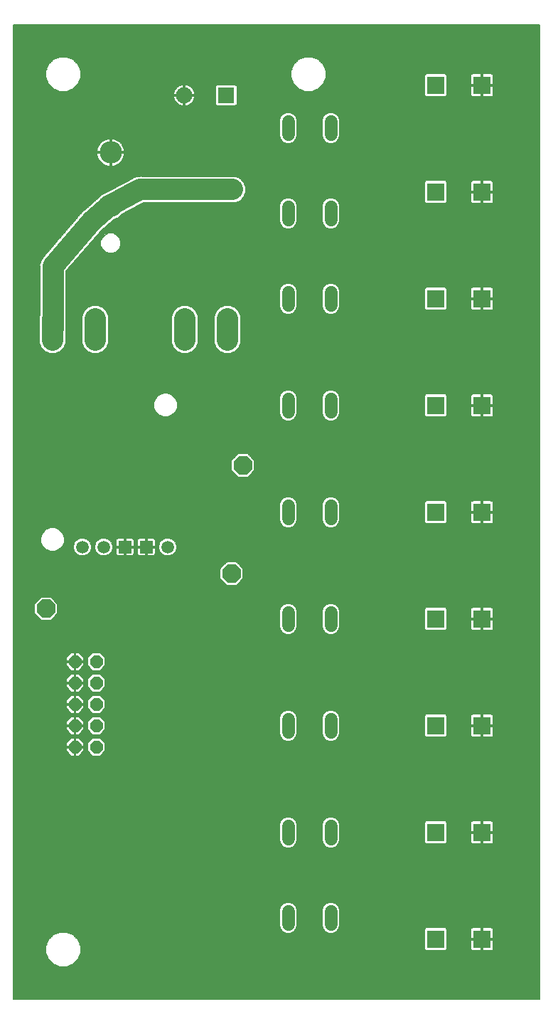
<source format=gbl>
G75*
%MOIN*%
%OFA0B0*%
%FSLAX25Y25*%
%IPPOS*%
%LPD*%
%AMOC8*
5,1,8,0,0,1.08239X$1,22.5*
%
%ADD10C,0.07600*%
%ADD11R,0.07600X0.07600*%
%ADD12OC8,0.08500*%
%ADD13C,0.06000*%
%ADD14R,0.08268X0.08268*%
%ADD15OC8,0.06000*%
%ADD16C,0.05937*%
%ADD17R,0.05937X0.05937*%
%ADD18C,0.10000*%
%ADD19C,0.10500*%
%ADD20C,0.00600*%
%ADD21OC8,0.05906*%
%ADD22C,0.07500*%
D10*
X0083252Y0428406D03*
D11*
X0102937Y0428406D03*
D12*
X0110768Y0255040D03*
X0105421Y0204312D03*
X0018433Y0187871D03*
D13*
X0131992Y0186091D02*
X0131992Y0180091D01*
X0151992Y0180091D02*
X0151992Y0186091D01*
X0151992Y0230091D02*
X0151992Y0236091D01*
X0131992Y0236091D02*
X0131992Y0230091D01*
X0131992Y0280091D02*
X0131992Y0286091D01*
X0151992Y0286091D02*
X0151992Y0280091D01*
X0151992Y0330091D02*
X0151992Y0336091D01*
X0151992Y0370091D02*
X0151992Y0376091D01*
X0131992Y0376091D02*
X0131992Y0370091D01*
X0131992Y0336091D02*
X0131992Y0330091D01*
X0131992Y0410091D02*
X0131992Y0416091D01*
X0151992Y0416091D02*
X0151992Y0410091D01*
X0151992Y0136091D02*
X0151992Y0130091D01*
X0131992Y0130091D02*
X0131992Y0136091D01*
X0131992Y0086091D02*
X0131992Y0080091D01*
X0151992Y0080091D02*
X0151992Y0086091D01*
X0151992Y0046091D02*
X0151992Y0040091D01*
X0131992Y0040091D02*
X0131992Y0046091D01*
D14*
X0201165Y0033091D03*
X0222819Y0033091D03*
X0222819Y0083091D03*
X0201165Y0083091D03*
X0201165Y0133091D03*
X0222819Y0133091D03*
X0222819Y0183091D03*
X0201165Y0183091D03*
X0201165Y0233091D03*
X0222819Y0233091D03*
X0222819Y0283091D03*
X0201165Y0283091D03*
X0201165Y0333091D03*
X0222819Y0333091D03*
X0222819Y0383091D03*
X0201165Y0383091D03*
X0201165Y0433091D03*
X0222819Y0433091D03*
D15*
X0041992Y0163091D03*
X0041992Y0153091D03*
X0041992Y0143091D03*
X0041992Y0133091D03*
X0041992Y0123091D03*
X0031992Y0123091D03*
X0031992Y0133091D03*
X0031992Y0143091D03*
X0031992Y0153091D03*
X0031992Y0163091D03*
D16*
X0035465Y0216784D03*
X0045465Y0216784D03*
X0075465Y0216784D03*
D17*
X0065465Y0216784D03*
X0055465Y0216784D03*
D18*
X0041524Y0313721D02*
X0041524Y0323721D01*
X0021524Y0323721D02*
X0021524Y0313721D01*
X0021524Y0318721D02*
X0021677Y0318875D01*
X0021677Y0348249D01*
X0039886Y0369410D01*
X0048252Y0376792D01*
X0047957Y0376595D01*
X0048744Y0376595D01*
X0048252Y0376792D02*
X0062524Y0384174D01*
X0105831Y0384174D01*
X0103524Y0323721D02*
X0103524Y0313721D01*
X0083524Y0313721D02*
X0083524Y0323721D01*
D19*
X0048744Y0376595D03*
X0048744Y0401595D03*
D20*
X0003300Y0461469D02*
X0003300Y0005068D01*
X0249700Y0005068D01*
X0249700Y0461469D01*
X0003300Y0461469D01*
X0003300Y0461130D02*
X0249700Y0461130D01*
X0249700Y0460531D02*
X0003300Y0460531D01*
X0003300Y0459933D02*
X0249700Y0459933D01*
X0249700Y0459334D02*
X0003300Y0459334D01*
X0003300Y0458736D02*
X0249700Y0458736D01*
X0249700Y0458137D02*
X0003300Y0458137D01*
X0003300Y0457539D02*
X0249700Y0457539D01*
X0249700Y0456940D02*
X0003300Y0456940D01*
X0003300Y0456342D02*
X0249700Y0456342D01*
X0249700Y0455743D02*
X0003300Y0455743D01*
X0003300Y0455145D02*
X0249700Y0455145D01*
X0249700Y0454546D02*
X0003300Y0454546D01*
X0003300Y0453948D02*
X0249700Y0453948D01*
X0249700Y0453349D02*
X0003300Y0453349D01*
X0003300Y0452751D02*
X0249700Y0452751D01*
X0249700Y0452152D02*
X0003300Y0452152D01*
X0003300Y0451553D02*
X0249700Y0451553D01*
X0249700Y0450955D02*
X0003300Y0450955D01*
X0003300Y0450356D02*
X0249700Y0450356D01*
X0249700Y0449758D02*
X0003300Y0449758D01*
X0003300Y0449159D02*
X0249700Y0449159D01*
X0249700Y0448561D02*
X0003300Y0448561D01*
X0003300Y0447962D02*
X0249700Y0447962D01*
X0249700Y0447364D02*
X0003300Y0447364D01*
X0003300Y0446765D02*
X0249700Y0446765D01*
X0249700Y0446167D02*
X0143832Y0446167D01*
X0143129Y0446458D02*
X0139871Y0446458D01*
X0136861Y0445211D01*
X0134557Y0442908D01*
X0133310Y0439898D01*
X0133310Y0436639D01*
X0134557Y0433629D01*
X0136861Y0431326D01*
X0139871Y0430079D01*
X0143129Y0430079D01*
X0146139Y0431326D01*
X0148443Y0433629D01*
X0149690Y0436639D01*
X0149690Y0439898D01*
X0148443Y0442908D01*
X0146139Y0445211D01*
X0143129Y0446458D01*
X0145277Y0445568D02*
X0249700Y0445568D01*
X0249700Y0444970D02*
X0146381Y0444970D01*
X0146979Y0444371D02*
X0249700Y0444371D01*
X0249700Y0443773D02*
X0147578Y0443773D01*
X0148176Y0443174D02*
X0249700Y0443174D01*
X0249700Y0442576D02*
X0148580Y0442576D01*
X0148828Y0441977D02*
X0249700Y0441977D01*
X0249700Y0441379D02*
X0149076Y0441379D01*
X0149324Y0440780D02*
X0249700Y0440780D01*
X0249700Y0440182D02*
X0149572Y0440182D01*
X0149690Y0439583D02*
X0249700Y0439583D01*
X0249700Y0438985D02*
X0149690Y0438985D01*
X0149690Y0438386D02*
X0196354Y0438386D01*
X0196493Y0438525D02*
X0195731Y0437764D01*
X0195731Y0428419D01*
X0196493Y0427657D01*
X0205838Y0427657D01*
X0206599Y0428419D01*
X0206599Y0437764D01*
X0205838Y0438525D01*
X0196493Y0438525D01*
X0195756Y0437788D02*
X0149690Y0437788D01*
X0149690Y0437189D02*
X0195731Y0437189D01*
X0195731Y0436591D02*
X0149670Y0436591D01*
X0149422Y0435992D02*
X0195731Y0435992D01*
X0195731Y0435394D02*
X0149174Y0435394D01*
X0148926Y0434795D02*
X0195731Y0434795D01*
X0195731Y0434197D02*
X0148678Y0434197D01*
X0148412Y0433598D02*
X0195731Y0433598D01*
X0195731Y0433000D02*
X0147813Y0433000D01*
X0147215Y0432401D02*
X0195731Y0432401D01*
X0195731Y0431803D02*
X0146616Y0431803D01*
X0145846Y0431204D02*
X0195731Y0431204D01*
X0195731Y0430606D02*
X0144401Y0430606D01*
X0138599Y0430606D02*
X0108037Y0430606D01*
X0108037Y0431204D02*
X0137154Y0431204D01*
X0136384Y0431803D02*
X0108037Y0431803D01*
X0108037Y0432401D02*
X0135785Y0432401D01*
X0135187Y0433000D02*
X0107782Y0433000D01*
X0108037Y0432745D02*
X0107275Y0433506D01*
X0098599Y0433506D01*
X0097837Y0432745D01*
X0097837Y0424068D01*
X0098599Y0423306D01*
X0107275Y0423306D01*
X0108037Y0424068D01*
X0108037Y0432745D01*
X0108037Y0430007D02*
X0195731Y0430007D01*
X0195731Y0429409D02*
X0108037Y0429409D01*
X0108037Y0428810D02*
X0195731Y0428810D01*
X0195939Y0428212D02*
X0108037Y0428212D01*
X0108037Y0427613D02*
X0249700Y0427613D01*
X0249700Y0427015D02*
X0108037Y0427015D01*
X0108037Y0426416D02*
X0249700Y0426416D01*
X0249700Y0425817D02*
X0108037Y0425817D01*
X0108037Y0425219D02*
X0249700Y0425219D01*
X0249700Y0424620D02*
X0108037Y0424620D01*
X0107991Y0424022D02*
X0249700Y0424022D01*
X0249700Y0423423D02*
X0107393Y0423423D01*
X0098481Y0423423D02*
X0084393Y0423423D01*
X0084446Y0423432D02*
X0085210Y0423680D01*
X0085925Y0424044D01*
X0086574Y0424516D01*
X0087142Y0425084D01*
X0087614Y0425733D01*
X0087978Y0426449D01*
X0088226Y0427212D01*
X0088352Y0428005D01*
X0088352Y0428106D01*
X0083552Y0428106D01*
X0083552Y0423306D01*
X0083653Y0423306D01*
X0084446Y0423432D01*
X0083552Y0423423D02*
X0082952Y0423423D01*
X0082952Y0423306D02*
X0082952Y0428106D01*
X0083552Y0428106D01*
X0083552Y0428706D01*
X0088352Y0428706D01*
X0088352Y0428808D01*
X0088226Y0429601D01*
X0087978Y0430364D01*
X0087614Y0431079D01*
X0087142Y0431729D01*
X0086574Y0432296D01*
X0085925Y0432768D01*
X0085210Y0433133D01*
X0084446Y0433381D01*
X0083653Y0433506D01*
X0083552Y0433506D01*
X0083552Y0428706D01*
X0082952Y0428706D01*
X0082952Y0428106D01*
X0078152Y0428106D01*
X0078152Y0428005D01*
X0078278Y0427212D01*
X0078526Y0426449D01*
X0078890Y0425733D01*
X0079362Y0425084D01*
X0079930Y0424516D01*
X0080579Y0424044D01*
X0081294Y0423680D01*
X0082058Y0423432D01*
X0082851Y0423306D01*
X0082952Y0423306D01*
X0082952Y0424022D02*
X0083552Y0424022D01*
X0083552Y0424620D02*
X0082952Y0424620D01*
X0082952Y0425219D02*
X0083552Y0425219D01*
X0083552Y0425817D02*
X0082952Y0425817D01*
X0082952Y0426416D02*
X0083552Y0426416D01*
X0083552Y0427015D02*
X0082952Y0427015D01*
X0082952Y0427613D02*
X0083552Y0427613D01*
X0083552Y0428212D02*
X0097837Y0428212D01*
X0097837Y0428810D02*
X0088352Y0428810D01*
X0088257Y0429409D02*
X0097837Y0429409D01*
X0097837Y0430007D02*
X0088094Y0430007D01*
X0087855Y0430606D02*
X0097837Y0430606D01*
X0097837Y0431204D02*
X0087523Y0431204D01*
X0087068Y0431803D02*
X0097837Y0431803D01*
X0097837Y0432401D02*
X0086430Y0432401D01*
X0085471Y0433000D02*
X0098092Y0433000D01*
X0097837Y0427613D02*
X0088290Y0427613D01*
X0088162Y0427015D02*
X0097837Y0427015D01*
X0097837Y0426416D02*
X0087962Y0426416D01*
X0087657Y0425817D02*
X0097837Y0425817D01*
X0097837Y0425219D02*
X0087240Y0425219D01*
X0086679Y0424620D02*
X0097837Y0424620D01*
X0097883Y0424022D02*
X0085881Y0424022D01*
X0082111Y0423423D02*
X0003300Y0423423D01*
X0003300Y0422825D02*
X0249700Y0422825D01*
X0249700Y0422226D02*
X0003300Y0422226D01*
X0003300Y0421628D02*
X0249700Y0421628D01*
X0249700Y0421029D02*
X0003300Y0421029D01*
X0003300Y0420431D02*
X0249700Y0420431D01*
X0249700Y0419832D02*
X0154197Y0419832D01*
X0154428Y0419737D02*
X0152847Y0420391D01*
X0151137Y0420391D01*
X0149556Y0419737D01*
X0148347Y0418527D01*
X0147692Y0416947D01*
X0147692Y0409236D01*
X0148347Y0407656D01*
X0149556Y0406446D01*
X0151137Y0405791D01*
X0152847Y0405791D01*
X0154428Y0406446D01*
X0155637Y0407656D01*
X0156292Y0409236D01*
X0156292Y0416947D01*
X0155637Y0418527D01*
X0154428Y0419737D01*
X0154931Y0419234D02*
X0249700Y0419234D01*
X0249700Y0418635D02*
X0155529Y0418635D01*
X0155841Y0418037D02*
X0249700Y0418037D01*
X0249700Y0417438D02*
X0156088Y0417438D01*
X0156292Y0416840D02*
X0249700Y0416840D01*
X0249700Y0416241D02*
X0156292Y0416241D01*
X0156292Y0415643D02*
X0249700Y0415643D01*
X0249700Y0415044D02*
X0156292Y0415044D01*
X0156292Y0414446D02*
X0249700Y0414446D01*
X0249700Y0413847D02*
X0156292Y0413847D01*
X0156292Y0413249D02*
X0249700Y0413249D01*
X0249700Y0412650D02*
X0156292Y0412650D01*
X0156292Y0412052D02*
X0249700Y0412052D01*
X0249700Y0411453D02*
X0156292Y0411453D01*
X0156292Y0410855D02*
X0249700Y0410855D01*
X0249700Y0410256D02*
X0156292Y0410256D01*
X0156292Y0409658D02*
X0249700Y0409658D01*
X0249700Y0409059D02*
X0156219Y0409059D01*
X0155971Y0408461D02*
X0249700Y0408461D01*
X0249700Y0407862D02*
X0155723Y0407862D01*
X0155246Y0407264D02*
X0249700Y0407264D01*
X0249700Y0406665D02*
X0154647Y0406665D01*
X0153512Y0406067D02*
X0249700Y0406067D01*
X0249700Y0405468D02*
X0054028Y0405468D01*
X0054202Y0405242D02*
X0053679Y0405923D01*
X0053072Y0406530D01*
X0052391Y0407053D01*
X0051647Y0407482D01*
X0050854Y0407811D01*
X0050025Y0408033D01*
X0049173Y0408145D01*
X0049044Y0408145D01*
X0049044Y0401895D01*
X0055294Y0401895D01*
X0055294Y0402025D01*
X0055182Y0402876D01*
X0054960Y0403705D01*
X0054631Y0404498D01*
X0054202Y0405242D01*
X0054417Y0404870D02*
X0249700Y0404870D01*
X0249700Y0404271D02*
X0054725Y0404271D01*
X0054969Y0403673D02*
X0249700Y0403673D01*
X0249700Y0403074D02*
X0055129Y0403074D01*
X0055235Y0402476D02*
X0249700Y0402476D01*
X0249700Y0401877D02*
X0049044Y0401877D01*
X0049044Y0401895D02*
X0049044Y0401295D01*
X0049044Y0395045D01*
X0049173Y0395045D01*
X0050025Y0395157D01*
X0050854Y0395380D01*
X0051647Y0395708D01*
X0052391Y0396137D01*
X0053072Y0396660D01*
X0053679Y0397267D01*
X0054202Y0397948D01*
X0054631Y0398692D01*
X0054960Y0399485D01*
X0055182Y0400315D01*
X0055294Y0401166D01*
X0055294Y0401295D01*
X0049044Y0401295D01*
X0048444Y0401295D01*
X0048444Y0395045D01*
X0048315Y0395045D01*
X0047463Y0395157D01*
X0046634Y0395380D01*
X0045841Y0395708D01*
X0045097Y0396137D01*
X0044416Y0396660D01*
X0043809Y0397267D01*
X0043286Y0397948D01*
X0042857Y0398692D01*
X0042528Y0399485D01*
X0042306Y0400315D01*
X0042194Y0401166D01*
X0042194Y0401295D01*
X0048444Y0401295D01*
X0048444Y0401895D01*
X0042194Y0401895D01*
X0042194Y0402025D01*
X0042306Y0402876D01*
X0042528Y0403705D01*
X0042857Y0404498D01*
X0043286Y0405242D01*
X0043809Y0405923D01*
X0044416Y0406530D01*
X0045097Y0407053D01*
X0045841Y0407482D01*
X0046634Y0407811D01*
X0047463Y0408033D01*
X0048315Y0408145D01*
X0048444Y0408145D01*
X0048444Y0401895D01*
X0049044Y0401895D01*
X0049044Y0402476D02*
X0048444Y0402476D01*
X0048444Y0403074D02*
X0049044Y0403074D01*
X0049044Y0403673D02*
X0048444Y0403673D01*
X0048444Y0404271D02*
X0049044Y0404271D01*
X0049044Y0404870D02*
X0048444Y0404870D01*
X0048444Y0405468D02*
X0049044Y0405468D01*
X0049044Y0406067D02*
X0048444Y0406067D01*
X0048444Y0406665D02*
X0049044Y0406665D01*
X0049044Y0407264D02*
X0048444Y0407264D01*
X0048444Y0407862D02*
X0049044Y0407862D01*
X0050663Y0407862D02*
X0128261Y0407862D01*
X0128347Y0407656D02*
X0129556Y0406446D01*
X0131137Y0405791D01*
X0132847Y0405791D01*
X0134428Y0406446D01*
X0135637Y0407656D01*
X0136292Y0409236D01*
X0136292Y0416947D01*
X0135637Y0418527D01*
X0134428Y0419737D01*
X0132847Y0420391D01*
X0131137Y0420391D01*
X0129556Y0419737D01*
X0128347Y0418527D01*
X0127692Y0416947D01*
X0127692Y0409236D01*
X0128347Y0407656D01*
X0128739Y0407264D02*
X0052026Y0407264D01*
X0052896Y0406665D02*
X0129337Y0406665D01*
X0130472Y0406067D02*
X0053536Y0406067D01*
X0055294Y0401279D02*
X0249700Y0401279D01*
X0249700Y0400680D02*
X0055230Y0400680D01*
X0055120Y0400082D02*
X0249700Y0400082D01*
X0249700Y0399483D02*
X0054959Y0399483D01*
X0054711Y0398884D02*
X0249700Y0398884D01*
X0249700Y0398286D02*
X0054397Y0398286D01*
X0054002Y0397687D02*
X0249700Y0397687D01*
X0249700Y0397089D02*
X0053501Y0397089D01*
X0052851Y0396490D02*
X0249700Y0396490D01*
X0249700Y0395892D02*
X0051966Y0395892D01*
X0050532Y0395293D02*
X0249700Y0395293D01*
X0249700Y0394695D02*
X0003300Y0394695D01*
X0003300Y0395293D02*
X0046956Y0395293D01*
X0048444Y0395293D02*
X0049044Y0395293D01*
X0049044Y0395892D02*
X0048444Y0395892D01*
X0048444Y0396490D02*
X0049044Y0396490D01*
X0049044Y0397089D02*
X0048444Y0397089D01*
X0048444Y0397687D02*
X0049044Y0397687D01*
X0049044Y0398286D02*
X0048444Y0398286D01*
X0048444Y0398884D02*
X0049044Y0398884D01*
X0049044Y0399483D02*
X0048444Y0399483D01*
X0048444Y0400082D02*
X0049044Y0400082D01*
X0049044Y0400680D02*
X0048444Y0400680D01*
X0048444Y0401279D02*
X0049044Y0401279D01*
X0048444Y0401877D02*
X0003300Y0401877D01*
X0003300Y0401279D02*
X0042194Y0401279D01*
X0042258Y0400680D02*
X0003300Y0400680D01*
X0003300Y0400082D02*
X0042369Y0400082D01*
X0042529Y0399483D02*
X0003300Y0399483D01*
X0003300Y0398884D02*
X0042777Y0398884D01*
X0043091Y0398286D02*
X0003300Y0398286D01*
X0003300Y0397687D02*
X0043487Y0397687D01*
X0043987Y0397089D02*
X0003300Y0397089D01*
X0003300Y0396490D02*
X0044637Y0396490D01*
X0045523Y0395892D02*
X0003300Y0395892D01*
X0003300Y0394096D02*
X0249700Y0394096D01*
X0249700Y0393498D02*
X0003300Y0393498D01*
X0003300Y0392899D02*
X0249700Y0392899D01*
X0249700Y0392301D02*
X0003300Y0392301D01*
X0003300Y0391702D02*
X0249700Y0391702D01*
X0249700Y0391104D02*
X0003300Y0391104D01*
X0003300Y0390505D02*
X0062626Y0390505D01*
X0062257Y0390474D02*
X0061270Y0390474D01*
X0061016Y0390369D01*
X0060742Y0390345D01*
X0059866Y0389892D01*
X0058955Y0389515D01*
X0058760Y0389320D01*
X0046152Y0382799D01*
X0045800Y0382729D01*
X0045437Y0382487D01*
X0045023Y0382345D01*
X0044712Y0382070D01*
X0044388Y0381936D01*
X0044285Y0381833D01*
X0044245Y0381812D01*
X0044139Y0381687D01*
X0043943Y0381491D01*
X0043419Y0381142D01*
X0043072Y0380623D01*
X0036324Y0374669D01*
X0035928Y0374469D01*
X0035393Y0373848D01*
X0034778Y0373305D01*
X0034583Y0372906D01*
X0017056Y0352537D01*
X0016336Y0351817D01*
X0016243Y0351593D01*
X0016084Y0351408D01*
X0015766Y0350442D01*
X0015377Y0349502D01*
X0015377Y0349259D01*
X0015301Y0349027D01*
X0015377Y0348013D01*
X0015377Y0325345D01*
X0015224Y0324974D01*
X0015224Y0312468D01*
X0016183Y0310153D01*
X0017955Y0308380D01*
X0020270Y0307421D01*
X0022777Y0307421D01*
X0025092Y0308380D01*
X0026864Y0310153D01*
X0027824Y0312468D01*
X0027824Y0317251D01*
X0027977Y0317622D01*
X0027977Y0345911D01*
X0044379Y0364973D01*
X0050199Y0370108D01*
X0052454Y0371042D01*
X0054175Y0372763D01*
X0064056Y0377874D01*
X0107084Y0377874D01*
X0109399Y0378833D01*
X0111172Y0380605D01*
X0112131Y0382921D01*
X0112131Y0385427D01*
X0111172Y0387743D01*
X0109399Y0389515D01*
X0107084Y0390474D01*
X0063502Y0390474D01*
X0063240Y0390557D01*
X0062257Y0390474D01*
X0063403Y0390505D02*
X0249700Y0390505D01*
X0249700Y0389907D02*
X0108453Y0389907D01*
X0109606Y0389308D02*
X0249700Y0389308D01*
X0249700Y0388710D02*
X0110204Y0388710D01*
X0110803Y0388111D02*
X0196079Y0388111D01*
X0195731Y0387764D02*
X0196493Y0388525D01*
X0205838Y0388525D01*
X0206599Y0387764D01*
X0206599Y0378419D01*
X0205838Y0377657D01*
X0196493Y0377657D01*
X0195731Y0378419D01*
X0195731Y0387764D01*
X0195731Y0387513D02*
X0111267Y0387513D01*
X0111515Y0386914D02*
X0195731Y0386914D01*
X0195731Y0386316D02*
X0111763Y0386316D01*
X0112011Y0385717D02*
X0195731Y0385717D01*
X0195731Y0385119D02*
X0112131Y0385119D01*
X0112131Y0384520D02*
X0195731Y0384520D01*
X0195731Y0383922D02*
X0112131Y0383922D01*
X0112131Y0383323D02*
X0195731Y0383323D01*
X0195731Y0382725D02*
X0112049Y0382725D01*
X0111802Y0382126D02*
X0195731Y0382126D01*
X0195731Y0381528D02*
X0111554Y0381528D01*
X0111306Y0380929D02*
X0195731Y0380929D01*
X0195731Y0380331D02*
X0152994Y0380331D01*
X0152847Y0380391D02*
X0151137Y0380391D01*
X0149556Y0379737D01*
X0148347Y0378527D01*
X0147692Y0376947D01*
X0147692Y0369236D01*
X0148347Y0367656D01*
X0149556Y0366446D01*
X0151137Y0365791D01*
X0152847Y0365791D01*
X0154428Y0366446D01*
X0155637Y0367656D01*
X0156292Y0369236D01*
X0156292Y0376947D01*
X0155637Y0378527D01*
X0154428Y0379737D01*
X0152847Y0380391D01*
X0154432Y0379732D02*
X0195731Y0379732D01*
X0195731Y0379134D02*
X0155031Y0379134D01*
X0155629Y0378535D02*
X0195731Y0378535D01*
X0196214Y0377937D02*
X0155882Y0377937D01*
X0156130Y0377338D02*
X0249700Y0377338D01*
X0249700Y0376740D02*
X0156292Y0376740D01*
X0156292Y0376141D02*
X0249700Y0376141D01*
X0249700Y0375543D02*
X0156292Y0375543D01*
X0156292Y0374944D02*
X0249700Y0374944D01*
X0249700Y0374346D02*
X0156292Y0374346D01*
X0156292Y0373747D02*
X0249700Y0373747D01*
X0249700Y0373148D02*
X0156292Y0373148D01*
X0156292Y0372550D02*
X0249700Y0372550D01*
X0249700Y0371951D02*
X0156292Y0371951D01*
X0156292Y0371353D02*
X0249700Y0371353D01*
X0249700Y0370754D02*
X0156292Y0370754D01*
X0156292Y0370156D02*
X0249700Y0370156D01*
X0249700Y0369557D02*
X0156292Y0369557D01*
X0156177Y0368959D02*
X0249700Y0368959D01*
X0249700Y0368360D02*
X0155929Y0368360D01*
X0155682Y0367762D02*
X0249700Y0367762D01*
X0249700Y0367163D02*
X0155145Y0367163D01*
X0154547Y0366565D02*
X0249700Y0366565D01*
X0249700Y0365966D02*
X0153270Y0365966D01*
X0150714Y0365966D02*
X0133270Y0365966D01*
X0132847Y0365791D02*
X0134428Y0366446D01*
X0135637Y0367656D01*
X0136292Y0369236D01*
X0136292Y0376947D01*
X0135637Y0378527D01*
X0134428Y0379737D01*
X0132847Y0380391D01*
X0131137Y0380391D01*
X0129556Y0379737D01*
X0128347Y0378527D01*
X0127692Y0376947D01*
X0127692Y0369236D01*
X0128347Y0367656D01*
X0129556Y0366446D01*
X0131137Y0365791D01*
X0132847Y0365791D01*
X0134547Y0366565D02*
X0149437Y0366565D01*
X0148839Y0367163D02*
X0135145Y0367163D01*
X0135682Y0367762D02*
X0148303Y0367762D01*
X0148055Y0368360D02*
X0135929Y0368360D01*
X0136177Y0368959D02*
X0147807Y0368959D01*
X0147692Y0369557D02*
X0136292Y0369557D01*
X0136292Y0370156D02*
X0147692Y0370156D01*
X0147692Y0370754D02*
X0136292Y0370754D01*
X0136292Y0371353D02*
X0147692Y0371353D01*
X0147692Y0371951D02*
X0136292Y0371951D01*
X0136292Y0372550D02*
X0147692Y0372550D01*
X0147692Y0373148D02*
X0136292Y0373148D01*
X0136292Y0373747D02*
X0147692Y0373747D01*
X0147692Y0374346D02*
X0136292Y0374346D01*
X0136292Y0374944D02*
X0147692Y0374944D01*
X0147692Y0375543D02*
X0136292Y0375543D01*
X0136292Y0376141D02*
X0147692Y0376141D01*
X0147692Y0376740D02*
X0136292Y0376740D01*
X0136130Y0377338D02*
X0147854Y0377338D01*
X0148102Y0377937D02*
X0135882Y0377937D01*
X0135629Y0378535D02*
X0148355Y0378535D01*
X0148953Y0379134D02*
X0135031Y0379134D01*
X0134432Y0379732D02*
X0149552Y0379732D01*
X0150990Y0380331D02*
X0132994Y0380331D01*
X0130990Y0380331D02*
X0110897Y0380331D01*
X0110298Y0379732D02*
X0129552Y0379732D01*
X0128953Y0379134D02*
X0109700Y0379134D01*
X0108680Y0378535D02*
X0128355Y0378535D01*
X0128102Y0377937D02*
X0107235Y0377937D01*
X0127692Y0376740D02*
X0061863Y0376740D01*
X0063020Y0377338D02*
X0127854Y0377338D01*
X0127692Y0376141D02*
X0060706Y0376141D01*
X0059549Y0375543D02*
X0127692Y0375543D01*
X0127692Y0374944D02*
X0058392Y0374944D01*
X0057235Y0374346D02*
X0127692Y0374346D01*
X0127692Y0373747D02*
X0056078Y0373747D01*
X0054920Y0373148D02*
X0127692Y0373148D01*
X0127692Y0372550D02*
X0053962Y0372550D01*
X0053363Y0371951D02*
X0127692Y0371951D01*
X0127692Y0371353D02*
X0052765Y0371353D01*
X0051759Y0370754D02*
X0127692Y0370754D01*
X0127692Y0370156D02*
X0050314Y0370156D01*
X0049575Y0369557D02*
X0127692Y0369557D01*
X0127807Y0368959D02*
X0048896Y0368959D01*
X0048218Y0368360D02*
X0128055Y0368360D01*
X0128303Y0367762D02*
X0047540Y0367762D01*
X0046861Y0367163D02*
X0128839Y0367163D01*
X0129437Y0366565D02*
X0046183Y0366565D01*
X0045505Y0365966D02*
X0130714Y0365966D01*
X0131137Y0340391D02*
X0129556Y0339737D01*
X0128347Y0338527D01*
X0127692Y0336947D01*
X0127692Y0329236D01*
X0128347Y0327656D01*
X0129556Y0326446D01*
X0131137Y0325791D01*
X0132847Y0325791D01*
X0134428Y0326446D01*
X0135637Y0327656D01*
X0136292Y0329236D01*
X0136292Y0336947D01*
X0135637Y0338527D01*
X0134428Y0339737D01*
X0132847Y0340391D01*
X0131137Y0340391D01*
X0130748Y0340230D02*
X0027977Y0340230D01*
X0027977Y0339632D02*
X0129452Y0339632D01*
X0128853Y0339033D02*
X0027977Y0339033D01*
X0027977Y0338435D02*
X0128309Y0338435D01*
X0128061Y0337836D02*
X0027977Y0337836D01*
X0027977Y0337238D02*
X0127813Y0337238D01*
X0127692Y0336639D02*
X0027977Y0336639D01*
X0027977Y0336041D02*
X0127692Y0336041D01*
X0127692Y0335442D02*
X0027977Y0335442D01*
X0027977Y0334844D02*
X0127692Y0334844D01*
X0127692Y0334245D02*
X0027977Y0334245D01*
X0027977Y0333647D02*
X0127692Y0333647D01*
X0127692Y0333048D02*
X0027977Y0333048D01*
X0027977Y0332450D02*
X0127692Y0332450D01*
X0127692Y0331851D02*
X0027977Y0331851D01*
X0027977Y0331253D02*
X0127692Y0331253D01*
X0127692Y0330654D02*
X0027977Y0330654D01*
X0027977Y0330056D02*
X0127692Y0330056D01*
X0127692Y0329457D02*
X0106139Y0329457D01*
X0107092Y0329062D02*
X0104777Y0330021D01*
X0102270Y0330021D01*
X0099955Y0329062D01*
X0098183Y0327290D01*
X0097224Y0324974D01*
X0097224Y0312468D01*
X0098183Y0310153D01*
X0099955Y0308380D01*
X0102270Y0307421D01*
X0104777Y0307421D01*
X0107092Y0308380D01*
X0108864Y0310153D01*
X0109824Y0312468D01*
X0109824Y0324974D01*
X0108864Y0327290D01*
X0107092Y0329062D01*
X0107296Y0328859D02*
X0127848Y0328859D01*
X0128096Y0328260D02*
X0107894Y0328260D01*
X0108493Y0327662D02*
X0128344Y0327662D01*
X0128939Y0327063D02*
X0108958Y0327063D01*
X0109206Y0326465D02*
X0129538Y0326465D01*
X0130956Y0325866D02*
X0109454Y0325866D01*
X0109702Y0325268D02*
X0249700Y0325268D01*
X0249700Y0325866D02*
X0153028Y0325866D01*
X0152847Y0325791D02*
X0154428Y0326446D01*
X0155637Y0327656D01*
X0156292Y0329236D01*
X0156292Y0336947D01*
X0155637Y0338527D01*
X0154428Y0339737D01*
X0152847Y0340391D01*
X0151137Y0340391D01*
X0149556Y0339737D01*
X0148347Y0338527D01*
X0147692Y0336947D01*
X0147692Y0329236D01*
X0148347Y0327656D01*
X0149556Y0326446D01*
X0151137Y0325791D01*
X0152847Y0325791D01*
X0154447Y0326465D02*
X0249700Y0326465D01*
X0249700Y0327063D02*
X0155045Y0327063D01*
X0155640Y0327662D02*
X0196489Y0327662D01*
X0196493Y0327657D02*
X0195731Y0328419D01*
X0195731Y0337764D01*
X0196493Y0338525D01*
X0205838Y0338525D01*
X0206599Y0337764D01*
X0206599Y0328419D01*
X0205838Y0327657D01*
X0196493Y0327657D01*
X0195890Y0328260D02*
X0155888Y0328260D01*
X0156136Y0328859D02*
X0195731Y0328859D01*
X0195731Y0329457D02*
X0156292Y0329457D01*
X0156292Y0330056D02*
X0195731Y0330056D01*
X0195731Y0330654D02*
X0156292Y0330654D01*
X0156292Y0331253D02*
X0195731Y0331253D01*
X0195731Y0331851D02*
X0156292Y0331851D01*
X0156292Y0332450D02*
X0195731Y0332450D01*
X0195731Y0333048D02*
X0156292Y0333048D01*
X0156292Y0333647D02*
X0195731Y0333647D01*
X0195731Y0334245D02*
X0156292Y0334245D01*
X0156292Y0334844D02*
X0195731Y0334844D01*
X0195731Y0335442D02*
X0156292Y0335442D01*
X0156292Y0336041D02*
X0195731Y0336041D01*
X0195731Y0336639D02*
X0156292Y0336639D01*
X0156172Y0337238D02*
X0195731Y0337238D01*
X0195804Y0337836D02*
X0155924Y0337836D01*
X0155676Y0338435D02*
X0196403Y0338435D01*
X0205928Y0338435D02*
X0218180Y0338435D01*
X0218183Y0338437D02*
X0217887Y0338265D01*
X0217645Y0338023D01*
X0217474Y0337727D01*
X0217385Y0337396D01*
X0217385Y0333391D01*
X0222519Y0333391D01*
X0222519Y0332791D01*
X0223119Y0332791D01*
X0223119Y0327657D01*
X0227124Y0327657D01*
X0227455Y0327746D01*
X0227751Y0327917D01*
X0227993Y0328159D01*
X0228164Y0328456D01*
X0228253Y0328786D01*
X0228253Y0332791D01*
X0223119Y0332791D01*
X0223119Y0333391D01*
X0228253Y0333391D01*
X0228253Y0337396D01*
X0228164Y0337727D01*
X0227993Y0338023D01*
X0227751Y0338265D01*
X0227455Y0338437D01*
X0227124Y0338525D01*
X0223119Y0338525D01*
X0223119Y0333391D01*
X0222519Y0333391D01*
X0222519Y0338525D01*
X0218514Y0338525D01*
X0218183Y0338437D01*
X0217537Y0337836D02*
X0206527Y0337836D01*
X0206599Y0337238D02*
X0217385Y0337238D01*
X0217385Y0336639D02*
X0206599Y0336639D01*
X0206599Y0336041D02*
X0217385Y0336041D01*
X0217385Y0335442D02*
X0206599Y0335442D01*
X0206599Y0334844D02*
X0217385Y0334844D01*
X0217385Y0334245D02*
X0206599Y0334245D01*
X0206599Y0333647D02*
X0217385Y0333647D01*
X0217385Y0332791D02*
X0217385Y0328786D01*
X0217474Y0328456D01*
X0217645Y0328159D01*
X0217887Y0327917D01*
X0218183Y0327746D01*
X0218514Y0327657D01*
X0222519Y0327657D01*
X0222519Y0332791D01*
X0217385Y0332791D01*
X0217385Y0332450D02*
X0206599Y0332450D01*
X0206599Y0333048D02*
X0222519Y0333048D01*
X0222519Y0332450D02*
X0223119Y0332450D01*
X0223119Y0333048D02*
X0249700Y0333048D01*
X0249700Y0332450D02*
X0228253Y0332450D01*
X0228253Y0331851D02*
X0249700Y0331851D01*
X0249700Y0331253D02*
X0228253Y0331253D01*
X0228253Y0330654D02*
X0249700Y0330654D01*
X0249700Y0330056D02*
X0228253Y0330056D01*
X0228253Y0329457D02*
X0249700Y0329457D01*
X0249700Y0328859D02*
X0228253Y0328859D01*
X0228051Y0328260D02*
X0249700Y0328260D01*
X0249700Y0327662D02*
X0227139Y0327662D01*
X0228253Y0333647D02*
X0249700Y0333647D01*
X0249700Y0334245D02*
X0228253Y0334245D01*
X0228253Y0334844D02*
X0249700Y0334844D01*
X0249700Y0335442D02*
X0228253Y0335442D01*
X0228253Y0336041D02*
X0249700Y0336041D01*
X0249700Y0336639D02*
X0228253Y0336639D01*
X0228253Y0337238D02*
X0249700Y0337238D01*
X0249700Y0337836D02*
X0228101Y0337836D01*
X0227458Y0338435D02*
X0249700Y0338435D01*
X0249700Y0339033D02*
X0155131Y0339033D01*
X0154533Y0339632D02*
X0249700Y0339632D01*
X0249700Y0340230D02*
X0153236Y0340230D01*
X0150748Y0340230D02*
X0133236Y0340230D01*
X0134533Y0339632D02*
X0149452Y0339632D01*
X0148853Y0339033D02*
X0135131Y0339033D01*
X0135676Y0338435D02*
X0148309Y0338435D01*
X0148061Y0337836D02*
X0135924Y0337836D01*
X0136172Y0337238D02*
X0147813Y0337238D01*
X0147692Y0336639D02*
X0136292Y0336639D01*
X0136292Y0336041D02*
X0147692Y0336041D01*
X0147692Y0335442D02*
X0136292Y0335442D01*
X0136292Y0334844D02*
X0147692Y0334844D01*
X0147692Y0334245D02*
X0136292Y0334245D01*
X0136292Y0333647D02*
X0147692Y0333647D01*
X0147692Y0333048D02*
X0136292Y0333048D01*
X0136292Y0332450D02*
X0147692Y0332450D01*
X0147692Y0331851D02*
X0136292Y0331851D01*
X0136292Y0331253D02*
X0147692Y0331253D01*
X0147692Y0330654D02*
X0136292Y0330654D01*
X0136292Y0330056D02*
X0147692Y0330056D01*
X0147692Y0329457D02*
X0136292Y0329457D01*
X0136136Y0328859D02*
X0147848Y0328859D01*
X0148096Y0328260D02*
X0135888Y0328260D01*
X0135640Y0327662D02*
X0148344Y0327662D01*
X0148939Y0327063D02*
X0135045Y0327063D01*
X0134447Y0326465D02*
X0149538Y0326465D01*
X0150956Y0325866D02*
X0133028Y0325866D01*
X0132847Y0290391D02*
X0131137Y0290391D01*
X0129556Y0289737D01*
X0128347Y0288527D01*
X0127692Y0286947D01*
X0127692Y0279236D01*
X0128347Y0277656D01*
X0129556Y0276446D01*
X0131137Y0275791D01*
X0132847Y0275791D01*
X0134428Y0276446D01*
X0135637Y0277656D01*
X0136292Y0279236D01*
X0136292Y0286947D01*
X0135637Y0288527D01*
X0134428Y0289737D01*
X0132847Y0290391D01*
X0133900Y0289955D02*
X0150084Y0289955D01*
X0149556Y0289737D02*
X0151137Y0290391D01*
X0152847Y0290391D01*
X0154428Y0289737D01*
X0155637Y0288527D01*
X0156292Y0286947D01*
X0156292Y0279236D01*
X0155637Y0277656D01*
X0154428Y0276446D01*
X0152847Y0275791D01*
X0151137Y0275791D01*
X0149556Y0276446D01*
X0148347Y0277656D01*
X0147692Y0279236D01*
X0147692Y0286947D01*
X0148347Y0288527D01*
X0149556Y0289737D01*
X0149177Y0289357D02*
X0134808Y0289357D01*
X0135406Y0288758D02*
X0148578Y0288758D01*
X0148195Y0288160D02*
X0135790Y0288160D01*
X0136037Y0287561D02*
X0147947Y0287561D01*
X0147699Y0286963D02*
X0136285Y0286963D01*
X0136292Y0286364D02*
X0147692Y0286364D01*
X0147692Y0285766D02*
X0136292Y0285766D01*
X0136292Y0285167D02*
X0147692Y0285167D01*
X0147692Y0284569D02*
X0136292Y0284569D01*
X0136292Y0283970D02*
X0147692Y0283970D01*
X0147692Y0283372D02*
X0136292Y0283372D01*
X0136292Y0282773D02*
X0147692Y0282773D01*
X0147692Y0282175D02*
X0136292Y0282175D01*
X0136292Y0281576D02*
X0147692Y0281576D01*
X0147692Y0280978D02*
X0136292Y0280978D01*
X0136292Y0280379D02*
X0147692Y0280379D01*
X0147692Y0279781D02*
X0136292Y0279781D01*
X0136270Y0279182D02*
X0147714Y0279182D01*
X0147962Y0278584D02*
X0136022Y0278584D01*
X0135774Y0277985D02*
X0148210Y0277985D01*
X0148616Y0277387D02*
X0135369Y0277387D01*
X0134770Y0276788D02*
X0149214Y0276788D01*
X0150175Y0276190D02*
X0133809Y0276190D01*
X0130175Y0276190D02*
X0003300Y0276190D01*
X0003300Y0276788D02*
X0129214Y0276788D01*
X0128616Y0277387D02*
X0003300Y0277387D01*
X0003300Y0277985D02*
X0072624Y0277985D01*
X0073351Y0277684D02*
X0075578Y0277684D01*
X0077637Y0278537D01*
X0079212Y0280112D01*
X0080065Y0282170D01*
X0080065Y0284398D01*
X0079212Y0286456D01*
X0077637Y0288032D01*
X0075578Y0288884D01*
X0073351Y0288884D01*
X0071292Y0288032D01*
X0069717Y0286456D01*
X0068865Y0284398D01*
X0068865Y0282170D01*
X0069717Y0280112D01*
X0071292Y0278537D01*
X0073351Y0277684D01*
X0071246Y0278584D02*
X0003300Y0278584D01*
X0003300Y0279182D02*
X0070647Y0279182D01*
X0070048Y0279781D02*
X0003300Y0279781D01*
X0003300Y0280379D02*
X0069606Y0280379D01*
X0069359Y0280978D02*
X0003300Y0280978D01*
X0003300Y0281576D02*
X0069111Y0281576D01*
X0068865Y0282175D02*
X0003300Y0282175D01*
X0003300Y0282773D02*
X0068865Y0282773D01*
X0068865Y0283372D02*
X0003300Y0283372D01*
X0003300Y0283970D02*
X0068865Y0283970D01*
X0068935Y0284569D02*
X0003300Y0284569D01*
X0003300Y0285167D02*
X0069183Y0285167D01*
X0069431Y0285766D02*
X0003300Y0285766D01*
X0003300Y0286364D02*
X0069679Y0286364D01*
X0070224Y0286963D02*
X0003300Y0286963D01*
X0003300Y0287561D02*
X0070822Y0287561D01*
X0071602Y0288160D02*
X0003300Y0288160D01*
X0003300Y0288758D02*
X0073047Y0288758D01*
X0075882Y0288758D02*
X0128578Y0288758D01*
X0128195Y0288160D02*
X0077327Y0288160D01*
X0078107Y0287561D02*
X0127947Y0287561D01*
X0127699Y0286963D02*
X0078706Y0286963D01*
X0079250Y0286364D02*
X0127692Y0286364D01*
X0127692Y0285766D02*
X0079498Y0285766D01*
X0079746Y0285167D02*
X0127692Y0285167D01*
X0127692Y0284569D02*
X0079994Y0284569D01*
X0080065Y0283970D02*
X0127692Y0283970D01*
X0127692Y0283372D02*
X0080065Y0283372D01*
X0080065Y0282773D02*
X0127692Y0282773D01*
X0127692Y0282175D02*
X0080065Y0282175D01*
X0079818Y0281576D02*
X0127692Y0281576D01*
X0127692Y0280978D02*
X0079571Y0280978D01*
X0079323Y0280379D02*
X0127692Y0280379D01*
X0127692Y0279781D02*
X0078881Y0279781D01*
X0078282Y0279182D02*
X0127714Y0279182D01*
X0127962Y0278584D02*
X0077684Y0278584D01*
X0076305Y0277985D02*
X0128210Y0277985D01*
X0129177Y0289357D02*
X0003300Y0289357D01*
X0003300Y0289955D02*
X0130084Y0289955D01*
X0113067Y0260590D02*
X0116318Y0257339D01*
X0116318Y0252741D01*
X0113067Y0249490D01*
X0108469Y0249490D01*
X0105218Y0252741D01*
X0105218Y0257339D01*
X0108469Y0260590D01*
X0113067Y0260590D01*
X0113627Y0260030D02*
X0249700Y0260030D01*
X0249700Y0260628D02*
X0003300Y0260628D01*
X0003300Y0260030D02*
X0107909Y0260030D01*
X0107310Y0259431D02*
X0003300Y0259431D01*
X0003300Y0258833D02*
X0106712Y0258833D01*
X0106113Y0258234D02*
X0003300Y0258234D01*
X0003300Y0257636D02*
X0105515Y0257636D01*
X0105218Y0257037D02*
X0003300Y0257037D01*
X0003300Y0256439D02*
X0105218Y0256439D01*
X0105218Y0255840D02*
X0003300Y0255840D01*
X0003300Y0255242D02*
X0105218Y0255242D01*
X0105218Y0254643D02*
X0003300Y0254643D01*
X0003300Y0254045D02*
X0105218Y0254045D01*
X0105218Y0253446D02*
X0003300Y0253446D01*
X0003300Y0252848D02*
X0105218Y0252848D01*
X0105710Y0252249D02*
X0003300Y0252249D01*
X0003300Y0251651D02*
X0106308Y0251651D01*
X0106907Y0251052D02*
X0003300Y0251052D01*
X0003300Y0250454D02*
X0107505Y0250454D01*
X0108104Y0249855D02*
X0003300Y0249855D01*
X0003300Y0249257D02*
X0249700Y0249257D01*
X0249700Y0249855D02*
X0113432Y0249855D01*
X0114030Y0250454D02*
X0249700Y0250454D01*
X0249700Y0251052D02*
X0114629Y0251052D01*
X0115227Y0251651D02*
X0249700Y0251651D01*
X0249700Y0252249D02*
X0115826Y0252249D01*
X0116318Y0252848D02*
X0249700Y0252848D01*
X0249700Y0253446D02*
X0116318Y0253446D01*
X0116318Y0254045D02*
X0249700Y0254045D01*
X0249700Y0254643D02*
X0116318Y0254643D01*
X0116318Y0255242D02*
X0249700Y0255242D01*
X0249700Y0255840D02*
X0116318Y0255840D01*
X0116318Y0256439D02*
X0249700Y0256439D01*
X0249700Y0257037D02*
X0116318Y0257037D01*
X0116021Y0257636D02*
X0249700Y0257636D01*
X0249700Y0258234D02*
X0115422Y0258234D01*
X0114824Y0258833D02*
X0249700Y0258833D01*
X0249700Y0259431D02*
X0114225Y0259431D01*
X0129556Y0239737D02*
X0128347Y0238527D01*
X0127692Y0236947D01*
X0127692Y0229236D01*
X0128347Y0227656D01*
X0129556Y0226446D01*
X0131137Y0225791D01*
X0132847Y0225791D01*
X0134428Y0226446D01*
X0135637Y0227656D01*
X0136292Y0229236D01*
X0136292Y0236947D01*
X0135637Y0238527D01*
X0134428Y0239737D01*
X0132847Y0240391D01*
X0131137Y0240391D01*
X0129556Y0239737D01*
X0129500Y0239680D02*
X0003300Y0239680D01*
X0003300Y0239082D02*
X0128902Y0239082D01*
X0128329Y0238483D02*
X0003300Y0238483D01*
X0003300Y0237885D02*
X0128081Y0237885D01*
X0127833Y0237286D02*
X0003300Y0237286D01*
X0003300Y0236688D02*
X0127692Y0236688D01*
X0127692Y0236089D02*
X0003300Y0236089D01*
X0003300Y0235491D02*
X0127692Y0235491D01*
X0127692Y0234892D02*
X0003300Y0234892D01*
X0003300Y0234294D02*
X0127692Y0234294D01*
X0127692Y0233695D02*
X0003300Y0233695D01*
X0003300Y0233097D02*
X0127692Y0233097D01*
X0127692Y0232498D02*
X0003300Y0232498D01*
X0003300Y0231900D02*
X0127692Y0231900D01*
X0127692Y0231301D02*
X0003300Y0231301D01*
X0003300Y0230703D02*
X0127692Y0230703D01*
X0127692Y0230104D02*
X0003300Y0230104D01*
X0003300Y0229506D02*
X0127692Y0229506D01*
X0127828Y0228907D02*
X0003300Y0228907D01*
X0003300Y0228309D02*
X0128076Y0228309D01*
X0128324Y0227710D02*
X0003300Y0227710D01*
X0003300Y0227112D02*
X0128891Y0227112D01*
X0129489Y0226513D02*
X0003300Y0226513D01*
X0003300Y0225915D02*
X0130839Y0225915D01*
X0133145Y0225915D02*
X0150839Y0225915D01*
X0151137Y0225791D02*
X0152847Y0225791D01*
X0154428Y0226446D01*
X0155637Y0227656D01*
X0156292Y0229236D01*
X0156292Y0236947D01*
X0155637Y0238527D01*
X0154428Y0239737D01*
X0152847Y0240391D01*
X0151137Y0240391D01*
X0149556Y0239737D01*
X0148347Y0238527D01*
X0147692Y0236947D01*
X0147692Y0229236D01*
X0148347Y0227656D01*
X0149556Y0226446D01*
X0151137Y0225791D01*
X0149489Y0226513D02*
X0134495Y0226513D01*
X0135094Y0227112D02*
X0148891Y0227112D01*
X0148324Y0227710D02*
X0135660Y0227710D01*
X0135908Y0228309D02*
X0148076Y0228309D01*
X0147828Y0228907D02*
X0136156Y0228907D01*
X0136292Y0229506D02*
X0147692Y0229506D01*
X0147692Y0230104D02*
X0136292Y0230104D01*
X0136292Y0230703D02*
X0147692Y0230703D01*
X0147692Y0231301D02*
X0136292Y0231301D01*
X0136292Y0231900D02*
X0147692Y0231900D01*
X0147692Y0232498D02*
X0136292Y0232498D01*
X0136292Y0233097D02*
X0147692Y0233097D01*
X0147692Y0233695D02*
X0136292Y0233695D01*
X0136292Y0234294D02*
X0147692Y0234294D01*
X0147692Y0234892D02*
X0136292Y0234892D01*
X0136292Y0235491D02*
X0147692Y0235491D01*
X0147692Y0236089D02*
X0136292Y0236089D01*
X0136292Y0236688D02*
X0147692Y0236688D01*
X0147833Y0237286D02*
X0136151Y0237286D01*
X0135903Y0237885D02*
X0148081Y0237885D01*
X0148329Y0238483D02*
X0135656Y0238483D01*
X0135083Y0239082D02*
X0148902Y0239082D01*
X0149500Y0239680D02*
X0134484Y0239680D01*
X0133119Y0240279D02*
X0150866Y0240279D01*
X0153119Y0240279D02*
X0249700Y0240279D01*
X0249700Y0240877D02*
X0003300Y0240877D01*
X0003300Y0240279D02*
X0130866Y0240279D01*
X0107720Y0209862D02*
X0110971Y0206611D01*
X0110971Y0202013D01*
X0107720Y0198762D01*
X0103122Y0198762D01*
X0099871Y0202013D01*
X0099871Y0206611D01*
X0103122Y0209862D01*
X0107720Y0209862D01*
X0107827Y0209755D02*
X0249700Y0209755D01*
X0249700Y0210353D02*
X0003300Y0210353D01*
X0003300Y0209755D02*
X0103015Y0209755D01*
X0102417Y0209156D02*
X0003300Y0209156D01*
X0003300Y0208558D02*
X0101818Y0208558D01*
X0101220Y0207959D02*
X0003300Y0207959D01*
X0003300Y0207361D02*
X0100621Y0207361D01*
X0100023Y0206762D02*
X0003300Y0206762D01*
X0003300Y0206164D02*
X0099871Y0206164D01*
X0099871Y0205565D02*
X0003300Y0205565D01*
X0003300Y0204967D02*
X0099871Y0204967D01*
X0099871Y0204368D02*
X0003300Y0204368D01*
X0003300Y0203770D02*
X0099871Y0203770D01*
X0099871Y0203171D02*
X0003300Y0203171D01*
X0003300Y0202573D02*
X0099871Y0202573D01*
X0099910Y0201974D02*
X0003300Y0201974D01*
X0003300Y0201376D02*
X0100508Y0201376D01*
X0101107Y0200777D02*
X0003300Y0200777D01*
X0003300Y0200179D02*
X0101705Y0200179D01*
X0102304Y0199580D02*
X0003300Y0199580D01*
X0003300Y0198982D02*
X0102902Y0198982D01*
X0107940Y0198982D02*
X0249700Y0198982D01*
X0249700Y0199580D02*
X0108539Y0199580D01*
X0109137Y0200179D02*
X0249700Y0200179D01*
X0249700Y0200777D02*
X0109736Y0200777D01*
X0110334Y0201376D02*
X0249700Y0201376D01*
X0249700Y0201974D02*
X0110933Y0201974D01*
X0110971Y0202573D02*
X0249700Y0202573D01*
X0249700Y0203171D02*
X0110971Y0203171D01*
X0110971Y0203770D02*
X0249700Y0203770D01*
X0249700Y0204368D02*
X0110971Y0204368D01*
X0110971Y0204967D02*
X0249700Y0204967D01*
X0249700Y0205565D02*
X0110971Y0205565D01*
X0110971Y0206164D02*
X0249700Y0206164D01*
X0249700Y0206762D02*
X0110820Y0206762D01*
X0110221Y0207361D02*
X0249700Y0207361D01*
X0249700Y0207959D02*
X0109623Y0207959D01*
X0109024Y0208558D02*
X0249700Y0208558D01*
X0249700Y0209156D02*
X0108426Y0209156D01*
X0128627Y0188807D02*
X0023983Y0188807D01*
X0023983Y0188209D02*
X0128215Y0188209D01*
X0128347Y0188527D02*
X0127692Y0186947D01*
X0127692Y0179236D01*
X0128347Y0177656D01*
X0129556Y0176446D01*
X0131137Y0175791D01*
X0132847Y0175791D01*
X0134428Y0176446D01*
X0135637Y0177656D01*
X0136292Y0179236D01*
X0136292Y0186947D01*
X0135637Y0188527D01*
X0134428Y0189737D01*
X0132847Y0190391D01*
X0131137Y0190391D01*
X0129556Y0189737D01*
X0128347Y0188527D01*
X0127967Y0187610D02*
X0023983Y0187610D01*
X0023983Y0187011D02*
X0127719Y0187011D01*
X0127692Y0186413D02*
X0023983Y0186413D01*
X0023983Y0185814D02*
X0127692Y0185814D01*
X0127692Y0185216D02*
X0023627Y0185216D01*
X0023983Y0185572D02*
X0020732Y0182321D01*
X0016134Y0182321D01*
X0012883Y0185572D01*
X0012883Y0190170D01*
X0016134Y0193421D01*
X0020732Y0193421D01*
X0023983Y0190170D01*
X0023983Y0185572D01*
X0023029Y0184617D02*
X0127692Y0184617D01*
X0127692Y0184019D02*
X0022430Y0184019D01*
X0021831Y0183420D02*
X0127692Y0183420D01*
X0127692Y0182822D02*
X0021233Y0182822D01*
X0023983Y0189406D02*
X0129225Y0189406D01*
X0130202Y0190004D02*
X0023983Y0190004D01*
X0023550Y0190603D02*
X0249700Y0190603D01*
X0249700Y0191201D02*
X0022952Y0191201D01*
X0022353Y0191800D02*
X0249700Y0191800D01*
X0249700Y0192398D02*
X0021755Y0192398D01*
X0021156Y0192997D02*
X0249700Y0192997D01*
X0249700Y0193595D02*
X0003300Y0193595D01*
X0003300Y0192997D02*
X0015710Y0192997D01*
X0015111Y0192398D02*
X0003300Y0192398D01*
X0003300Y0191800D02*
X0014513Y0191800D01*
X0013914Y0191201D02*
X0003300Y0191201D01*
X0003300Y0190603D02*
X0013316Y0190603D01*
X0012883Y0190004D02*
X0003300Y0190004D01*
X0003300Y0189406D02*
X0012883Y0189406D01*
X0012883Y0188807D02*
X0003300Y0188807D01*
X0003300Y0188209D02*
X0012883Y0188209D01*
X0012883Y0187610D02*
X0003300Y0187610D01*
X0003300Y0187011D02*
X0012883Y0187011D01*
X0012883Y0186413D02*
X0003300Y0186413D01*
X0003300Y0185814D02*
X0012883Y0185814D01*
X0013239Y0185216D02*
X0003300Y0185216D01*
X0003300Y0184617D02*
X0013838Y0184617D01*
X0014436Y0184019D02*
X0003300Y0184019D01*
X0003300Y0183420D02*
X0015035Y0183420D01*
X0015633Y0182822D02*
X0003300Y0182822D01*
X0003300Y0182223D02*
X0127692Y0182223D01*
X0127692Y0181625D02*
X0003300Y0181625D01*
X0003300Y0181026D02*
X0127692Y0181026D01*
X0127692Y0180428D02*
X0003300Y0180428D01*
X0003300Y0179829D02*
X0127692Y0179829D01*
X0127694Y0179231D02*
X0003300Y0179231D01*
X0003300Y0178632D02*
X0127942Y0178632D01*
X0128190Y0178034D02*
X0003300Y0178034D01*
X0003300Y0177435D02*
X0128567Y0177435D01*
X0129166Y0176837D02*
X0003300Y0176837D01*
X0003300Y0176238D02*
X0130058Y0176238D01*
X0133926Y0176238D02*
X0150058Y0176238D01*
X0149556Y0176446D02*
X0151137Y0175791D01*
X0152847Y0175791D01*
X0154428Y0176446D01*
X0155637Y0177656D01*
X0156292Y0179236D01*
X0156292Y0186947D01*
X0155637Y0188527D01*
X0154428Y0189737D01*
X0152847Y0190391D01*
X0151137Y0190391D01*
X0149556Y0189737D01*
X0148347Y0188527D01*
X0147692Y0186947D01*
X0147692Y0179236D01*
X0148347Y0177656D01*
X0149556Y0176446D01*
X0149166Y0176837D02*
X0134819Y0176837D01*
X0135417Y0177435D02*
X0148567Y0177435D01*
X0148190Y0178034D02*
X0135794Y0178034D01*
X0136042Y0178632D02*
X0147942Y0178632D01*
X0147694Y0179231D02*
X0136290Y0179231D01*
X0136292Y0179829D02*
X0147692Y0179829D01*
X0147692Y0180428D02*
X0136292Y0180428D01*
X0136292Y0181026D02*
X0147692Y0181026D01*
X0147692Y0181625D02*
X0136292Y0181625D01*
X0136292Y0182223D02*
X0147692Y0182223D01*
X0147692Y0182822D02*
X0136292Y0182822D01*
X0136292Y0183420D02*
X0147692Y0183420D01*
X0147692Y0184019D02*
X0136292Y0184019D01*
X0136292Y0184617D02*
X0147692Y0184617D01*
X0147692Y0185216D02*
X0136292Y0185216D01*
X0136292Y0185814D02*
X0147692Y0185814D01*
X0147692Y0186413D02*
X0136292Y0186413D01*
X0136265Y0187011D02*
X0147719Y0187011D01*
X0147967Y0187610D02*
X0136017Y0187610D01*
X0135769Y0188209D02*
X0148215Y0188209D01*
X0148627Y0188807D02*
X0135358Y0188807D01*
X0134759Y0189406D02*
X0149225Y0189406D01*
X0150202Y0190004D02*
X0133782Y0190004D01*
X0153782Y0190004D02*
X0249700Y0190004D01*
X0249700Y0189406D02*
X0154759Y0189406D01*
X0155358Y0188807D02*
X0249700Y0188807D01*
X0249700Y0188209D02*
X0227808Y0188209D01*
X0227751Y0188265D02*
X0227455Y0188437D01*
X0227124Y0188525D01*
X0223119Y0188525D01*
X0223119Y0183391D01*
X0228253Y0183391D01*
X0228253Y0187396D01*
X0228164Y0187727D01*
X0227993Y0188023D01*
X0227751Y0188265D01*
X0228195Y0187610D02*
X0249700Y0187610D01*
X0249700Y0187011D02*
X0228253Y0187011D01*
X0228253Y0186413D02*
X0249700Y0186413D01*
X0249700Y0185814D02*
X0228253Y0185814D01*
X0228253Y0185216D02*
X0249700Y0185216D01*
X0249700Y0184617D02*
X0228253Y0184617D01*
X0228253Y0184019D02*
X0249700Y0184019D01*
X0249700Y0183420D02*
X0228253Y0183420D01*
X0228253Y0182791D02*
X0228253Y0178786D01*
X0228164Y0178456D01*
X0227993Y0178159D01*
X0227751Y0177917D01*
X0227455Y0177746D01*
X0227124Y0177657D01*
X0223119Y0177657D01*
X0223119Y0182791D01*
X0222519Y0182791D01*
X0222519Y0177657D01*
X0218514Y0177657D01*
X0218183Y0177746D01*
X0217887Y0177917D01*
X0217645Y0178159D01*
X0217474Y0178456D01*
X0217385Y0178786D01*
X0217385Y0182791D01*
X0222519Y0182791D01*
X0222519Y0183391D01*
X0217385Y0183391D01*
X0217385Y0187396D01*
X0217474Y0187727D01*
X0217645Y0188023D01*
X0217887Y0188265D01*
X0218183Y0188437D01*
X0218514Y0188525D01*
X0222519Y0188525D01*
X0222519Y0183391D01*
X0223119Y0183391D01*
X0223119Y0182791D01*
X0228253Y0182791D01*
X0228253Y0182223D02*
X0249700Y0182223D01*
X0249700Y0181625D02*
X0228253Y0181625D01*
X0228253Y0181026D02*
X0249700Y0181026D01*
X0249700Y0180428D02*
X0228253Y0180428D01*
X0228253Y0179829D02*
X0249700Y0179829D01*
X0249700Y0179231D02*
X0228253Y0179231D01*
X0228211Y0178632D02*
X0249700Y0178632D01*
X0249700Y0178034D02*
X0227868Y0178034D01*
X0223119Y0178034D02*
X0222519Y0178034D01*
X0222519Y0178632D02*
X0223119Y0178632D01*
X0223119Y0179231D02*
X0222519Y0179231D01*
X0222519Y0179829D02*
X0223119Y0179829D01*
X0223119Y0180428D02*
X0222519Y0180428D01*
X0222519Y0181026D02*
X0223119Y0181026D01*
X0223119Y0181625D02*
X0222519Y0181625D01*
X0222519Y0182223D02*
X0223119Y0182223D01*
X0223119Y0182822D02*
X0249700Y0182822D01*
X0249700Y0177435D02*
X0155417Y0177435D01*
X0155794Y0178034D02*
X0196117Y0178034D01*
X0196493Y0177657D02*
X0195731Y0178419D01*
X0195731Y0187764D01*
X0196493Y0188525D01*
X0205838Y0188525D01*
X0206599Y0187764D01*
X0206599Y0178419D01*
X0205838Y0177657D01*
X0196493Y0177657D01*
X0195731Y0178632D02*
X0156042Y0178632D01*
X0156290Y0179231D02*
X0195731Y0179231D01*
X0195731Y0179829D02*
X0156292Y0179829D01*
X0156292Y0180428D02*
X0195731Y0180428D01*
X0195731Y0181026D02*
X0156292Y0181026D01*
X0156292Y0181625D02*
X0195731Y0181625D01*
X0195731Y0182223D02*
X0156292Y0182223D01*
X0156292Y0182822D02*
X0195731Y0182822D01*
X0195731Y0183420D02*
X0156292Y0183420D01*
X0156292Y0184019D02*
X0195731Y0184019D01*
X0195731Y0184617D02*
X0156292Y0184617D01*
X0156292Y0185216D02*
X0195731Y0185216D01*
X0195731Y0185814D02*
X0156292Y0185814D01*
X0156292Y0186413D02*
X0195731Y0186413D01*
X0195731Y0187011D02*
X0156265Y0187011D01*
X0156017Y0187610D02*
X0195731Y0187610D01*
X0196176Y0188209D02*
X0155769Y0188209D01*
X0154819Y0176837D02*
X0249700Y0176837D01*
X0249700Y0176238D02*
X0153926Y0176238D01*
X0152847Y0140391D02*
X0151137Y0140391D01*
X0149556Y0139737D01*
X0148347Y0138527D01*
X0147692Y0136947D01*
X0147692Y0129236D01*
X0148347Y0127656D01*
X0149556Y0126446D01*
X0151137Y0125791D01*
X0152847Y0125791D01*
X0154428Y0126446D01*
X0155637Y0127656D01*
X0156292Y0129236D01*
X0156292Y0136947D01*
X0155637Y0138527D01*
X0154428Y0139737D01*
X0152847Y0140391D01*
X0153001Y0140328D02*
X0249700Y0140328D01*
X0249700Y0140926D02*
X0045908Y0140926D01*
X0046292Y0141310D02*
X0043773Y0138791D01*
X0040211Y0138791D01*
X0037692Y0141310D01*
X0037692Y0144872D01*
X0040211Y0147391D01*
X0043773Y0147391D01*
X0046292Y0144872D01*
X0046292Y0141310D01*
X0046292Y0141525D02*
X0249700Y0141525D01*
X0249700Y0142123D02*
X0046292Y0142123D01*
X0046292Y0142722D02*
X0249700Y0142722D01*
X0249700Y0143320D02*
X0046292Y0143320D01*
X0046292Y0143919D02*
X0249700Y0143919D01*
X0249700Y0144517D02*
X0046292Y0144517D01*
X0046049Y0145116D02*
X0249700Y0145116D01*
X0249700Y0145714D02*
X0045450Y0145714D01*
X0044852Y0146313D02*
X0249700Y0146313D01*
X0249700Y0146911D02*
X0044253Y0146911D01*
X0043773Y0148791D02*
X0046292Y0151310D01*
X0046292Y0154872D01*
X0043773Y0157391D01*
X0040211Y0157391D01*
X0037692Y0154872D01*
X0037692Y0151310D01*
X0040211Y0148791D01*
X0043773Y0148791D01*
X0044287Y0149305D02*
X0249700Y0149305D01*
X0249700Y0148707D02*
X0003300Y0148707D01*
X0003300Y0149305D02*
X0029697Y0149305D01*
X0030211Y0148791D02*
X0027692Y0151310D01*
X0027692Y0152791D01*
X0031692Y0152791D01*
X0032292Y0152791D01*
X0032292Y0148791D01*
X0033773Y0148791D01*
X0036292Y0151310D01*
X0036292Y0152791D01*
X0032292Y0152791D01*
X0032292Y0153391D01*
X0036292Y0153391D01*
X0036292Y0154872D01*
X0033773Y0157391D01*
X0032292Y0157391D01*
X0032292Y0153391D01*
X0031692Y0153391D01*
X0031692Y0152791D01*
X0031692Y0148791D01*
X0030211Y0148791D01*
X0030211Y0147391D02*
X0027692Y0144872D01*
X0027692Y0143391D01*
X0031692Y0143391D01*
X0031692Y0142791D01*
X0032292Y0142791D01*
X0032292Y0138791D01*
X0033773Y0138791D01*
X0036292Y0141310D01*
X0036292Y0142791D01*
X0032292Y0142791D01*
X0032292Y0143391D01*
X0036292Y0143391D01*
X0036292Y0144872D01*
X0033773Y0147391D01*
X0032292Y0147391D01*
X0032292Y0143391D01*
X0031692Y0143391D01*
X0031692Y0147391D01*
X0030211Y0147391D01*
X0029731Y0146911D02*
X0003300Y0146911D01*
X0003300Y0146313D02*
X0029132Y0146313D01*
X0028534Y0145714D02*
X0003300Y0145714D01*
X0003300Y0145116D02*
X0027935Y0145116D01*
X0027692Y0144517D02*
X0003300Y0144517D01*
X0003300Y0143919D02*
X0027692Y0143919D01*
X0027692Y0142791D02*
X0027692Y0141310D01*
X0030211Y0138791D01*
X0031692Y0138791D01*
X0031692Y0142791D01*
X0027692Y0142791D01*
X0027692Y0142722D02*
X0003300Y0142722D01*
X0003300Y0143320D02*
X0031692Y0143320D01*
X0031692Y0142722D02*
X0032292Y0142722D01*
X0032292Y0143320D02*
X0037692Y0143320D01*
X0037692Y0142722D02*
X0036292Y0142722D01*
X0036292Y0142123D02*
X0037692Y0142123D01*
X0037692Y0141525D02*
X0036292Y0141525D01*
X0035908Y0140926D02*
X0038076Y0140926D01*
X0038675Y0140328D02*
X0035309Y0140328D01*
X0034711Y0139729D02*
X0039273Y0139729D01*
X0039872Y0139131D02*
X0034112Y0139131D01*
X0033773Y0137391D02*
X0032292Y0137391D01*
X0032292Y0133391D01*
X0036292Y0133391D01*
X0036292Y0134872D01*
X0033773Y0137391D01*
X0033830Y0137335D02*
X0040155Y0137335D01*
X0040211Y0137391D02*
X0037692Y0134872D01*
X0037692Y0131310D01*
X0040211Y0128791D01*
X0043773Y0128791D01*
X0046292Y0131310D01*
X0046292Y0134872D01*
X0043773Y0137391D01*
X0040211Y0137391D01*
X0039556Y0136737D02*
X0034428Y0136737D01*
X0035027Y0136138D02*
X0038958Y0136138D01*
X0038359Y0135540D02*
X0035625Y0135540D01*
X0036224Y0134941D02*
X0037761Y0134941D01*
X0037692Y0134342D02*
X0036292Y0134342D01*
X0036292Y0133744D02*
X0037692Y0133744D01*
X0037692Y0133145D02*
X0032292Y0133145D01*
X0032292Y0133391D02*
X0032292Y0132791D01*
X0032292Y0128791D01*
X0033773Y0128791D01*
X0036292Y0131310D01*
X0036292Y0132791D01*
X0032292Y0132791D01*
X0031692Y0132791D01*
X0031692Y0128791D01*
X0030211Y0128791D01*
X0027692Y0131310D01*
X0027692Y0132791D01*
X0031692Y0132791D01*
X0031692Y0133391D01*
X0027692Y0133391D01*
X0027692Y0134872D01*
X0030211Y0137391D01*
X0031692Y0137391D01*
X0031692Y0133391D01*
X0032292Y0133391D01*
X0032292Y0133744D02*
X0031692Y0133744D01*
X0031692Y0134342D02*
X0032292Y0134342D01*
X0032292Y0134941D02*
X0031692Y0134941D01*
X0031692Y0135540D02*
X0032292Y0135540D01*
X0032292Y0136138D02*
X0031692Y0136138D01*
X0031692Y0136737D02*
X0032292Y0136737D01*
X0032292Y0137335D02*
X0031692Y0137335D01*
X0030155Y0137335D02*
X0003300Y0137335D01*
X0003300Y0136737D02*
X0029556Y0136737D01*
X0028958Y0136138D02*
X0003300Y0136138D01*
X0003300Y0135540D02*
X0028359Y0135540D01*
X0027761Y0134941D02*
X0003300Y0134941D01*
X0003300Y0134342D02*
X0027692Y0134342D01*
X0027692Y0133744D02*
X0003300Y0133744D01*
X0003300Y0133145D02*
X0031692Y0133145D01*
X0031692Y0132547D02*
X0032292Y0132547D01*
X0032292Y0131948D02*
X0031692Y0131948D01*
X0031692Y0131350D02*
X0032292Y0131350D01*
X0032292Y0130751D02*
X0031692Y0130751D01*
X0031692Y0130153D02*
X0032292Y0130153D01*
X0032292Y0129554D02*
X0031692Y0129554D01*
X0031692Y0128956D02*
X0032292Y0128956D01*
X0032292Y0127391D02*
X0032292Y0123391D01*
X0036292Y0123391D01*
X0036292Y0124872D01*
X0033773Y0127391D01*
X0032292Y0127391D01*
X0032292Y0127160D02*
X0031692Y0127160D01*
X0031692Y0127391D02*
X0030211Y0127391D01*
X0027692Y0124872D01*
X0027692Y0123391D01*
X0031692Y0123391D01*
X0031692Y0122791D01*
X0032292Y0122791D01*
X0032292Y0118791D01*
X0033773Y0118791D01*
X0036292Y0121310D01*
X0036292Y0122791D01*
X0032292Y0122791D01*
X0032292Y0123391D01*
X0031692Y0123391D01*
X0031692Y0127391D01*
X0031692Y0126562D02*
X0032292Y0126562D01*
X0032292Y0125963D02*
X0031692Y0125963D01*
X0031692Y0125365D02*
X0032292Y0125365D01*
X0032292Y0124766D02*
X0031692Y0124766D01*
X0031692Y0124168D02*
X0032292Y0124168D01*
X0032292Y0123569D02*
X0031692Y0123569D01*
X0031692Y0122971D02*
X0003300Y0122971D01*
X0003300Y0123569D02*
X0027692Y0123569D01*
X0027692Y0124168D02*
X0003300Y0124168D01*
X0003300Y0124766D02*
X0027692Y0124766D01*
X0028184Y0125365D02*
X0003300Y0125365D01*
X0003300Y0125963D02*
X0028783Y0125963D01*
X0029382Y0126562D02*
X0003300Y0126562D01*
X0003300Y0127160D02*
X0029980Y0127160D01*
X0030046Y0128956D02*
X0003300Y0128956D01*
X0003300Y0129554D02*
X0029448Y0129554D01*
X0028849Y0130153D02*
X0003300Y0130153D01*
X0003300Y0130751D02*
X0028251Y0130751D01*
X0027692Y0131350D02*
X0003300Y0131350D01*
X0003300Y0131948D02*
X0027692Y0131948D01*
X0027692Y0132547D02*
X0003300Y0132547D01*
X0003300Y0128357D02*
X0128056Y0128357D01*
X0128304Y0127759D02*
X0003300Y0127759D01*
X0003300Y0122372D02*
X0027692Y0122372D01*
X0027692Y0122791D02*
X0027692Y0121310D01*
X0030211Y0118791D01*
X0031692Y0118791D01*
X0031692Y0122791D01*
X0027692Y0122791D01*
X0027692Y0121774D02*
X0003300Y0121774D01*
X0003300Y0121175D02*
X0027827Y0121175D01*
X0028426Y0120577D02*
X0003300Y0120577D01*
X0003300Y0119978D02*
X0029024Y0119978D01*
X0029623Y0119380D02*
X0003300Y0119380D01*
X0003300Y0118781D02*
X0249700Y0118781D01*
X0249700Y0118183D02*
X0003300Y0118183D01*
X0003300Y0117584D02*
X0249700Y0117584D01*
X0249700Y0116986D02*
X0003300Y0116986D01*
X0003300Y0116387D02*
X0249700Y0116387D01*
X0249700Y0115789D02*
X0003300Y0115789D01*
X0003300Y0115190D02*
X0249700Y0115190D01*
X0249700Y0114592D02*
X0003300Y0114592D01*
X0003300Y0113993D02*
X0249700Y0113993D01*
X0249700Y0113395D02*
X0003300Y0113395D01*
X0003300Y0112796D02*
X0249700Y0112796D01*
X0249700Y0112198D02*
X0003300Y0112198D01*
X0003300Y0111599D02*
X0249700Y0111599D01*
X0249700Y0111001D02*
X0003300Y0111001D01*
X0003300Y0110402D02*
X0249700Y0110402D01*
X0249700Y0109804D02*
X0003300Y0109804D01*
X0003300Y0109205D02*
X0249700Y0109205D01*
X0249700Y0108606D02*
X0003300Y0108606D01*
X0003300Y0108008D02*
X0249700Y0108008D01*
X0249700Y0107409D02*
X0003300Y0107409D01*
X0003300Y0106811D02*
X0249700Y0106811D01*
X0249700Y0106212D02*
X0003300Y0106212D01*
X0003300Y0105614D02*
X0249700Y0105614D01*
X0249700Y0105015D02*
X0003300Y0105015D01*
X0003300Y0104417D02*
X0249700Y0104417D01*
X0249700Y0103818D02*
X0003300Y0103818D01*
X0003300Y0103220D02*
X0249700Y0103220D01*
X0249700Y0102621D02*
X0003300Y0102621D01*
X0003300Y0102023D02*
X0249700Y0102023D01*
X0249700Y0101424D02*
X0003300Y0101424D01*
X0003300Y0100826D02*
X0249700Y0100826D01*
X0249700Y0100227D02*
X0003300Y0100227D01*
X0003300Y0099629D02*
X0249700Y0099629D01*
X0249700Y0099030D02*
X0003300Y0099030D01*
X0003300Y0098432D02*
X0249700Y0098432D01*
X0249700Y0097833D02*
X0003300Y0097833D01*
X0003300Y0097235D02*
X0249700Y0097235D01*
X0249700Y0096636D02*
X0003300Y0096636D01*
X0003300Y0096038D02*
X0249700Y0096038D01*
X0249700Y0095439D02*
X0003300Y0095439D01*
X0003300Y0094841D02*
X0249700Y0094841D01*
X0249700Y0094242D02*
X0003300Y0094242D01*
X0003300Y0093644D02*
X0249700Y0093644D01*
X0249700Y0093045D02*
X0003300Y0093045D01*
X0003300Y0092447D02*
X0249700Y0092447D01*
X0249700Y0091848D02*
X0003300Y0091848D01*
X0003300Y0091250D02*
X0249700Y0091250D01*
X0249700Y0090651D02*
X0003300Y0090651D01*
X0003300Y0090053D02*
X0130319Y0090053D01*
X0129556Y0089737D02*
X0131137Y0090391D01*
X0132847Y0090391D01*
X0134428Y0089737D01*
X0135637Y0088527D01*
X0136292Y0086947D01*
X0136292Y0079236D01*
X0135637Y0077656D01*
X0134428Y0076446D01*
X0132847Y0075791D01*
X0131137Y0075791D01*
X0129556Y0076446D01*
X0128347Y0077656D01*
X0127692Y0079236D01*
X0127692Y0086947D01*
X0128347Y0088527D01*
X0129556Y0089737D01*
X0129274Y0089454D02*
X0003300Y0089454D01*
X0003300Y0088856D02*
X0128675Y0088856D01*
X0128235Y0088257D02*
X0003300Y0088257D01*
X0003300Y0087659D02*
X0127987Y0087659D01*
X0127739Y0087060D02*
X0003300Y0087060D01*
X0003300Y0086462D02*
X0127692Y0086462D01*
X0127692Y0085863D02*
X0003300Y0085863D01*
X0003300Y0085265D02*
X0127692Y0085265D01*
X0127692Y0084666D02*
X0003300Y0084666D01*
X0003300Y0084068D02*
X0127692Y0084068D01*
X0127692Y0083469D02*
X0003300Y0083469D01*
X0003300Y0082871D02*
X0127692Y0082871D01*
X0127692Y0082272D02*
X0003300Y0082272D01*
X0003300Y0081673D02*
X0127692Y0081673D01*
X0127692Y0081075D02*
X0003300Y0081075D01*
X0003300Y0080476D02*
X0127692Y0080476D01*
X0127692Y0079878D02*
X0003300Y0079878D01*
X0003300Y0079279D02*
X0127692Y0079279D01*
X0127922Y0078681D02*
X0003300Y0078681D01*
X0003300Y0078082D02*
X0128170Y0078082D01*
X0128518Y0077484D02*
X0003300Y0077484D01*
X0003300Y0076885D02*
X0129117Y0076885D01*
X0129940Y0076287D02*
X0003300Y0076287D01*
X0003300Y0075688D02*
X0249700Y0075688D01*
X0249700Y0075090D02*
X0003300Y0075090D01*
X0003300Y0074491D02*
X0249700Y0074491D01*
X0249700Y0073893D02*
X0003300Y0073893D01*
X0003300Y0073294D02*
X0249700Y0073294D01*
X0249700Y0072696D02*
X0003300Y0072696D01*
X0003300Y0072097D02*
X0249700Y0072097D01*
X0249700Y0071499D02*
X0003300Y0071499D01*
X0003300Y0070900D02*
X0249700Y0070900D01*
X0249700Y0070302D02*
X0003300Y0070302D01*
X0003300Y0069703D02*
X0249700Y0069703D01*
X0249700Y0069105D02*
X0003300Y0069105D01*
X0003300Y0068506D02*
X0249700Y0068506D01*
X0249700Y0067908D02*
X0003300Y0067908D01*
X0003300Y0067309D02*
X0249700Y0067309D01*
X0249700Y0066711D02*
X0003300Y0066711D01*
X0003300Y0066112D02*
X0249700Y0066112D01*
X0249700Y0065514D02*
X0003300Y0065514D01*
X0003300Y0064915D02*
X0249700Y0064915D01*
X0249700Y0064317D02*
X0003300Y0064317D01*
X0003300Y0063718D02*
X0249700Y0063718D01*
X0249700Y0063120D02*
X0003300Y0063120D01*
X0003300Y0062521D02*
X0249700Y0062521D01*
X0249700Y0061923D02*
X0003300Y0061923D01*
X0003300Y0061324D02*
X0249700Y0061324D01*
X0249700Y0060726D02*
X0003300Y0060726D01*
X0003300Y0060127D02*
X0249700Y0060127D01*
X0249700Y0059529D02*
X0003300Y0059529D01*
X0003300Y0058930D02*
X0249700Y0058930D01*
X0249700Y0058332D02*
X0003300Y0058332D01*
X0003300Y0057733D02*
X0249700Y0057733D01*
X0249700Y0057135D02*
X0003300Y0057135D01*
X0003300Y0056536D02*
X0249700Y0056536D01*
X0249700Y0055937D02*
X0003300Y0055937D01*
X0003300Y0055339D02*
X0249700Y0055339D01*
X0249700Y0054740D02*
X0003300Y0054740D01*
X0003300Y0054142D02*
X0249700Y0054142D01*
X0249700Y0053543D02*
X0003300Y0053543D01*
X0003300Y0052945D02*
X0249700Y0052945D01*
X0249700Y0052346D02*
X0003300Y0052346D01*
X0003300Y0051748D02*
X0249700Y0051748D01*
X0249700Y0051149D02*
X0003300Y0051149D01*
X0003300Y0050551D02*
X0249700Y0050551D01*
X0249700Y0049952D02*
X0153907Y0049952D01*
X0154428Y0049737D02*
X0152847Y0050391D01*
X0151137Y0050391D01*
X0149556Y0049737D01*
X0148347Y0048527D01*
X0147692Y0046947D01*
X0147692Y0039236D01*
X0148347Y0037656D01*
X0149556Y0036446D01*
X0151137Y0035791D01*
X0152847Y0035791D01*
X0154428Y0036446D01*
X0155637Y0037656D01*
X0156292Y0039236D01*
X0156292Y0046947D01*
X0155637Y0048527D01*
X0154428Y0049737D01*
X0154811Y0049354D02*
X0249700Y0049354D01*
X0249700Y0048755D02*
X0155409Y0048755D01*
X0155791Y0048157D02*
X0249700Y0048157D01*
X0249700Y0047558D02*
X0156039Y0047558D01*
X0156287Y0046960D02*
X0249700Y0046960D01*
X0249700Y0046361D02*
X0156292Y0046361D01*
X0156292Y0045763D02*
X0249700Y0045763D01*
X0249700Y0045164D02*
X0156292Y0045164D01*
X0156292Y0044566D02*
X0249700Y0044566D01*
X0249700Y0043967D02*
X0156292Y0043967D01*
X0156292Y0043369D02*
X0249700Y0043369D01*
X0249700Y0042770D02*
X0156292Y0042770D01*
X0156292Y0042172D02*
X0249700Y0042172D01*
X0249700Y0041573D02*
X0156292Y0041573D01*
X0156292Y0040975D02*
X0249700Y0040975D01*
X0249700Y0040376D02*
X0156292Y0040376D01*
X0156292Y0039778D02*
X0249700Y0039778D01*
X0249700Y0039179D02*
X0156269Y0039179D01*
X0156021Y0038581D02*
X0249700Y0038581D01*
X0249700Y0037982D02*
X0228017Y0037982D01*
X0227993Y0038023D02*
X0227751Y0038265D01*
X0227455Y0038437D01*
X0227124Y0038525D01*
X0223119Y0038525D01*
X0223119Y0033391D01*
X0228253Y0033391D01*
X0228253Y0037396D01*
X0228164Y0037727D01*
X0227993Y0038023D01*
X0228253Y0037384D02*
X0249700Y0037384D01*
X0249700Y0036785D02*
X0228253Y0036785D01*
X0228253Y0036187D02*
X0249700Y0036187D01*
X0249700Y0035588D02*
X0228253Y0035588D01*
X0228253Y0034990D02*
X0249700Y0034990D01*
X0249700Y0034391D02*
X0228253Y0034391D01*
X0228253Y0033793D02*
X0249700Y0033793D01*
X0249700Y0033194D02*
X0223119Y0033194D01*
X0223119Y0033391D02*
X0223119Y0032791D01*
X0223119Y0027657D01*
X0227124Y0027657D01*
X0227455Y0027746D01*
X0227751Y0027917D01*
X0227993Y0028159D01*
X0228164Y0028456D01*
X0228253Y0028786D01*
X0228253Y0032791D01*
X0223119Y0032791D01*
X0222519Y0032791D01*
X0222519Y0027657D01*
X0218514Y0027657D01*
X0218183Y0027746D01*
X0217887Y0027917D01*
X0217645Y0028159D01*
X0217474Y0028456D01*
X0217385Y0028786D01*
X0217385Y0032791D01*
X0222519Y0032791D01*
X0222519Y0033391D01*
X0217385Y0033391D01*
X0217385Y0037396D01*
X0217474Y0037727D01*
X0217645Y0038023D01*
X0217887Y0038265D01*
X0218183Y0038437D01*
X0218514Y0038525D01*
X0222519Y0038525D01*
X0222519Y0033391D01*
X0223119Y0033391D01*
X0223119Y0033793D02*
X0222519Y0033793D01*
X0222519Y0034391D02*
X0223119Y0034391D01*
X0223119Y0034990D02*
X0222519Y0034990D01*
X0222519Y0035588D02*
X0223119Y0035588D01*
X0223119Y0036187D02*
X0222519Y0036187D01*
X0222519Y0036785D02*
X0223119Y0036785D01*
X0223119Y0037384D02*
X0222519Y0037384D01*
X0222519Y0037982D02*
X0223119Y0037982D01*
X0222519Y0033194D02*
X0206599Y0033194D01*
X0206599Y0032596D02*
X0217385Y0032596D01*
X0217385Y0031997D02*
X0206599Y0031997D01*
X0206599Y0031399D02*
X0217385Y0031399D01*
X0217385Y0030800D02*
X0206599Y0030800D01*
X0206599Y0030202D02*
X0217385Y0030202D01*
X0217385Y0029603D02*
X0206599Y0029603D01*
X0206599Y0029004D02*
X0217385Y0029004D01*
X0217502Y0028406D02*
X0206586Y0028406D01*
X0206599Y0028419D02*
X0206599Y0037764D01*
X0205838Y0038525D01*
X0196493Y0038525D01*
X0195731Y0037764D01*
X0195731Y0028419D01*
X0196493Y0027657D01*
X0205838Y0027657D01*
X0206599Y0028419D01*
X0205988Y0027807D02*
X0218077Y0027807D01*
X0222519Y0027807D02*
X0223119Y0027807D01*
X0223119Y0028406D02*
X0222519Y0028406D01*
X0222519Y0029004D02*
X0223119Y0029004D01*
X0223119Y0029603D02*
X0222519Y0029603D01*
X0222519Y0030202D02*
X0223119Y0030202D01*
X0223119Y0030800D02*
X0222519Y0030800D01*
X0222519Y0031399D02*
X0223119Y0031399D01*
X0223119Y0031997D02*
X0222519Y0031997D01*
X0222519Y0032596D02*
X0223119Y0032596D01*
X0228253Y0032596D02*
X0249700Y0032596D01*
X0249700Y0031997D02*
X0228253Y0031997D01*
X0228253Y0031399D02*
X0249700Y0031399D01*
X0249700Y0030800D02*
X0228253Y0030800D01*
X0228253Y0030202D02*
X0249700Y0030202D01*
X0249700Y0029603D02*
X0228253Y0029603D01*
X0228253Y0029004D02*
X0249700Y0029004D01*
X0249700Y0028406D02*
X0228135Y0028406D01*
X0227561Y0027807D02*
X0249700Y0027807D01*
X0249700Y0027209D02*
X0034690Y0027209D01*
X0034690Y0026639D02*
X0033443Y0023629D01*
X0031139Y0021326D01*
X0028129Y0020079D01*
X0024871Y0020079D01*
X0021861Y0021326D01*
X0019557Y0023629D01*
X0018310Y0026639D01*
X0018310Y0029898D01*
X0019557Y0032908D01*
X0021861Y0035211D01*
X0024871Y0036458D01*
X0028129Y0036458D01*
X0031139Y0035211D01*
X0033443Y0032908D01*
X0034690Y0029898D01*
X0034690Y0026639D01*
X0034678Y0026610D02*
X0249700Y0026610D01*
X0249700Y0026012D02*
X0034430Y0026012D01*
X0034182Y0025413D02*
X0249700Y0025413D01*
X0249700Y0024815D02*
X0033934Y0024815D01*
X0033686Y0024216D02*
X0249700Y0024216D01*
X0249700Y0023618D02*
X0033431Y0023618D01*
X0032833Y0023019D02*
X0249700Y0023019D01*
X0249700Y0022421D02*
X0032234Y0022421D01*
X0031636Y0021822D02*
X0249700Y0021822D01*
X0249700Y0021224D02*
X0030894Y0021224D01*
X0029449Y0020625D02*
X0249700Y0020625D01*
X0249700Y0020027D02*
X0003300Y0020027D01*
X0003300Y0020625D02*
X0023551Y0020625D01*
X0022106Y0021224D02*
X0003300Y0021224D01*
X0003300Y0021822D02*
X0021364Y0021822D01*
X0020766Y0022421D02*
X0003300Y0022421D01*
X0003300Y0023019D02*
X0020167Y0023019D01*
X0019569Y0023618D02*
X0003300Y0023618D01*
X0003300Y0024216D02*
X0019314Y0024216D01*
X0019066Y0024815D02*
X0003300Y0024815D01*
X0003300Y0025413D02*
X0018818Y0025413D01*
X0018570Y0026012D02*
X0003300Y0026012D01*
X0003300Y0026610D02*
X0018322Y0026610D01*
X0018310Y0027209D02*
X0003300Y0027209D01*
X0003300Y0027807D02*
X0018310Y0027807D01*
X0018310Y0028406D02*
X0003300Y0028406D01*
X0003300Y0029004D02*
X0018310Y0029004D01*
X0018310Y0029603D02*
X0003300Y0029603D01*
X0003300Y0030202D02*
X0018436Y0030202D01*
X0018684Y0030800D02*
X0003300Y0030800D01*
X0003300Y0031399D02*
X0018932Y0031399D01*
X0019180Y0031997D02*
X0003300Y0031997D01*
X0003300Y0032596D02*
X0019428Y0032596D01*
X0019843Y0033194D02*
X0003300Y0033194D01*
X0003300Y0033793D02*
X0020442Y0033793D01*
X0021041Y0034391D02*
X0003300Y0034391D01*
X0003300Y0034990D02*
X0021639Y0034990D01*
X0022770Y0035588D02*
X0003300Y0035588D01*
X0003300Y0036187D02*
X0024215Y0036187D01*
X0028785Y0036187D02*
X0130182Y0036187D01*
X0129556Y0036446D02*
X0131137Y0035791D01*
X0132847Y0035791D01*
X0134428Y0036446D01*
X0135637Y0037656D01*
X0136292Y0039236D01*
X0136292Y0046947D01*
X0135637Y0048527D01*
X0134428Y0049737D01*
X0132847Y0050391D01*
X0131137Y0050391D01*
X0129556Y0049737D01*
X0128347Y0048527D01*
X0127692Y0046947D01*
X0127692Y0039236D01*
X0128347Y0037656D01*
X0129556Y0036446D01*
X0129217Y0036785D02*
X0003300Y0036785D01*
X0003300Y0037384D02*
X0128619Y0037384D01*
X0128211Y0037982D02*
X0003300Y0037982D01*
X0003300Y0038581D02*
X0127964Y0038581D01*
X0127716Y0039179D02*
X0003300Y0039179D01*
X0003300Y0039778D02*
X0127692Y0039778D01*
X0127692Y0040376D02*
X0003300Y0040376D01*
X0003300Y0040975D02*
X0127692Y0040975D01*
X0127692Y0041573D02*
X0003300Y0041573D01*
X0003300Y0042172D02*
X0127692Y0042172D01*
X0127692Y0042770D02*
X0003300Y0042770D01*
X0003300Y0043369D02*
X0127692Y0043369D01*
X0127692Y0043967D02*
X0003300Y0043967D01*
X0003300Y0044566D02*
X0127692Y0044566D01*
X0127692Y0045164D02*
X0003300Y0045164D01*
X0003300Y0045763D02*
X0127692Y0045763D01*
X0127692Y0046361D02*
X0003300Y0046361D01*
X0003300Y0046960D02*
X0127698Y0046960D01*
X0127945Y0047558D02*
X0003300Y0047558D01*
X0003300Y0048157D02*
X0128193Y0048157D01*
X0128575Y0048755D02*
X0003300Y0048755D01*
X0003300Y0049354D02*
X0129174Y0049354D01*
X0130077Y0049952D02*
X0003300Y0049952D01*
X0003300Y0019428D02*
X0249700Y0019428D01*
X0249700Y0018830D02*
X0003300Y0018830D01*
X0003300Y0018231D02*
X0249700Y0018231D01*
X0249700Y0017633D02*
X0003300Y0017633D01*
X0003300Y0017034D02*
X0249700Y0017034D01*
X0249700Y0016436D02*
X0003300Y0016436D01*
X0003300Y0015837D02*
X0249700Y0015837D01*
X0249700Y0015239D02*
X0003300Y0015239D01*
X0003300Y0014640D02*
X0249700Y0014640D01*
X0249700Y0014042D02*
X0003300Y0014042D01*
X0003300Y0013443D02*
X0249700Y0013443D01*
X0249700Y0012845D02*
X0003300Y0012845D01*
X0003300Y0012246D02*
X0249700Y0012246D01*
X0249700Y0011648D02*
X0003300Y0011648D01*
X0003300Y0011049D02*
X0249700Y0011049D01*
X0249700Y0010451D02*
X0003300Y0010451D01*
X0003300Y0009852D02*
X0249700Y0009852D01*
X0249700Y0009254D02*
X0003300Y0009254D01*
X0003300Y0008655D02*
X0249700Y0008655D01*
X0249700Y0008057D02*
X0003300Y0008057D01*
X0003300Y0007458D02*
X0249700Y0007458D01*
X0249700Y0006860D02*
X0003300Y0006860D01*
X0003300Y0006261D02*
X0249700Y0006261D01*
X0249700Y0005663D02*
X0003300Y0005663D01*
X0030230Y0035588D02*
X0195731Y0035588D01*
X0195731Y0034990D02*
X0031361Y0034990D01*
X0031959Y0034391D02*
X0195731Y0034391D01*
X0195731Y0033793D02*
X0032558Y0033793D01*
X0033156Y0033194D02*
X0195731Y0033194D01*
X0195731Y0032596D02*
X0033572Y0032596D01*
X0033820Y0031997D02*
X0195731Y0031997D01*
X0195731Y0031399D02*
X0034068Y0031399D01*
X0034316Y0030800D02*
X0195731Y0030800D01*
X0195731Y0030202D02*
X0034564Y0030202D01*
X0034690Y0029603D02*
X0195731Y0029603D01*
X0195731Y0029004D02*
X0034690Y0029004D01*
X0034690Y0028406D02*
X0195745Y0028406D01*
X0196343Y0027807D02*
X0034690Y0027807D01*
X0040211Y0118791D02*
X0043773Y0118791D01*
X0046292Y0121310D01*
X0046292Y0124872D01*
X0043773Y0127391D01*
X0040211Y0127391D01*
X0037692Y0124872D01*
X0037692Y0121310D01*
X0040211Y0118791D01*
X0039623Y0119380D02*
X0034362Y0119380D01*
X0034960Y0119978D02*
X0039024Y0119978D01*
X0038426Y0120577D02*
X0035559Y0120577D01*
X0036157Y0121175D02*
X0037827Y0121175D01*
X0037692Y0121774D02*
X0036292Y0121774D01*
X0036292Y0122372D02*
X0037692Y0122372D01*
X0037692Y0122971D02*
X0032292Y0122971D01*
X0032292Y0122372D02*
X0031692Y0122372D01*
X0031692Y0121774D02*
X0032292Y0121774D01*
X0032292Y0121175D02*
X0031692Y0121175D01*
X0031692Y0120577D02*
X0032292Y0120577D01*
X0032292Y0119978D02*
X0031692Y0119978D01*
X0031692Y0119380D02*
X0032292Y0119380D01*
X0036292Y0123569D02*
X0037692Y0123569D01*
X0037692Y0124168D02*
X0036292Y0124168D01*
X0036292Y0124766D02*
X0037692Y0124766D01*
X0038184Y0125365D02*
X0035800Y0125365D01*
X0035201Y0125963D02*
X0038783Y0125963D01*
X0039382Y0126562D02*
X0034603Y0126562D01*
X0034004Y0127160D02*
X0039980Y0127160D01*
X0040046Y0128956D02*
X0033938Y0128956D01*
X0034536Y0129554D02*
X0039448Y0129554D01*
X0038849Y0130153D02*
X0035135Y0130153D01*
X0035733Y0130751D02*
X0038251Y0130751D01*
X0037692Y0131350D02*
X0036292Y0131350D01*
X0036292Y0131948D02*
X0037692Y0131948D01*
X0037692Y0132547D02*
X0036292Y0132547D01*
X0032292Y0139131D02*
X0031692Y0139131D01*
X0031692Y0139729D02*
X0032292Y0139729D01*
X0032292Y0140328D02*
X0031692Y0140328D01*
X0031692Y0140926D02*
X0032292Y0140926D01*
X0032292Y0141525D02*
X0031692Y0141525D01*
X0031692Y0142123D02*
X0032292Y0142123D01*
X0032292Y0143919D02*
X0031692Y0143919D01*
X0031692Y0144517D02*
X0032292Y0144517D01*
X0032292Y0145116D02*
X0031692Y0145116D01*
X0031692Y0145714D02*
X0032292Y0145714D01*
X0032292Y0146313D02*
X0031692Y0146313D01*
X0031692Y0146911D02*
X0032292Y0146911D01*
X0034253Y0146911D02*
X0039731Y0146911D01*
X0039132Y0146313D02*
X0034852Y0146313D01*
X0035450Y0145714D02*
X0038534Y0145714D01*
X0037935Y0145116D02*
X0036049Y0145116D01*
X0036292Y0144517D02*
X0037692Y0144517D01*
X0037692Y0143919D02*
X0036292Y0143919D01*
X0034287Y0149305D02*
X0039697Y0149305D01*
X0039099Y0149904D02*
X0034886Y0149904D01*
X0035484Y0150502D02*
X0038500Y0150502D01*
X0037902Y0151101D02*
X0036083Y0151101D01*
X0036292Y0151699D02*
X0037692Y0151699D01*
X0037692Y0152298D02*
X0036292Y0152298D01*
X0036292Y0153495D02*
X0037692Y0153495D01*
X0037692Y0154093D02*
X0036292Y0154093D01*
X0036292Y0154692D02*
X0037692Y0154692D01*
X0038110Y0155290D02*
X0035874Y0155290D01*
X0035276Y0155889D02*
X0038709Y0155889D01*
X0039307Y0156487D02*
X0034677Y0156487D01*
X0034079Y0157086D02*
X0039906Y0157086D01*
X0040211Y0158791D02*
X0037692Y0161310D01*
X0037692Y0164872D01*
X0040211Y0167391D01*
X0043773Y0167391D01*
X0046292Y0164872D01*
X0046292Y0161310D01*
X0043773Y0158791D01*
X0040211Y0158791D01*
X0040121Y0158881D02*
X0033863Y0158881D01*
X0033773Y0158791D02*
X0036292Y0161310D01*
X0036292Y0162791D01*
X0032292Y0162791D01*
X0032292Y0158791D01*
X0033773Y0158791D01*
X0034462Y0159480D02*
X0039522Y0159480D01*
X0038924Y0160078D02*
X0035060Y0160078D01*
X0035659Y0160677D02*
X0038325Y0160677D01*
X0037727Y0161275D02*
X0036257Y0161275D01*
X0036292Y0161874D02*
X0037692Y0161874D01*
X0037692Y0162473D02*
X0036292Y0162473D01*
X0036292Y0163391D02*
X0036292Y0164872D01*
X0033773Y0167391D01*
X0032292Y0167391D01*
X0032292Y0163391D01*
X0036292Y0163391D01*
X0036292Y0163670D02*
X0037692Y0163670D01*
X0037692Y0164268D02*
X0036292Y0164268D01*
X0036292Y0164867D02*
X0037692Y0164867D01*
X0038285Y0165465D02*
X0035699Y0165465D01*
X0035101Y0166064D02*
X0038883Y0166064D01*
X0039482Y0166662D02*
X0034502Y0166662D01*
X0033904Y0167261D02*
X0040080Y0167261D01*
X0037692Y0163071D02*
X0032292Y0163071D01*
X0032292Y0162791D02*
X0032292Y0163391D01*
X0031692Y0163391D01*
X0031692Y0162791D01*
X0032292Y0162791D01*
X0032292Y0162473D02*
X0031692Y0162473D01*
X0031692Y0162791D02*
X0031692Y0158791D01*
X0030211Y0158791D01*
X0027692Y0161310D01*
X0027692Y0162791D01*
X0031692Y0162791D01*
X0031692Y0163071D02*
X0003300Y0163071D01*
X0003300Y0162473D02*
X0027692Y0162473D01*
X0027692Y0161874D02*
X0003300Y0161874D01*
X0003300Y0161275D02*
X0027727Y0161275D01*
X0028325Y0160677D02*
X0003300Y0160677D01*
X0003300Y0160078D02*
X0028924Y0160078D01*
X0029522Y0159480D02*
X0003300Y0159480D01*
X0003300Y0158881D02*
X0030121Y0158881D01*
X0030211Y0157391D02*
X0027692Y0154872D01*
X0027692Y0153391D01*
X0031692Y0153391D01*
X0031692Y0157391D01*
X0030211Y0157391D01*
X0029906Y0157086D02*
X0003300Y0157086D01*
X0003300Y0157684D02*
X0249700Y0157684D01*
X0249700Y0157086D02*
X0044079Y0157086D01*
X0044677Y0156487D02*
X0249700Y0156487D01*
X0249700Y0155889D02*
X0045276Y0155889D01*
X0045874Y0155290D02*
X0249700Y0155290D01*
X0249700Y0154692D02*
X0046292Y0154692D01*
X0046292Y0154093D02*
X0249700Y0154093D01*
X0249700Y0153495D02*
X0046292Y0153495D01*
X0046292Y0152896D02*
X0249700Y0152896D01*
X0249700Y0152298D02*
X0046292Y0152298D01*
X0046292Y0151699D02*
X0249700Y0151699D01*
X0249700Y0151101D02*
X0046083Y0151101D01*
X0045484Y0150502D02*
X0249700Y0150502D01*
X0249700Y0149904D02*
X0044886Y0149904D01*
X0043863Y0158881D02*
X0249700Y0158881D01*
X0249700Y0158283D02*
X0003300Y0158283D01*
X0003300Y0156487D02*
X0029307Y0156487D01*
X0028709Y0155889D02*
X0003300Y0155889D01*
X0003300Y0155290D02*
X0028110Y0155290D01*
X0027692Y0154692D02*
X0003300Y0154692D01*
X0003300Y0154093D02*
X0027692Y0154093D01*
X0027692Y0153495D02*
X0003300Y0153495D01*
X0003300Y0152896D02*
X0031692Y0152896D01*
X0031692Y0152298D02*
X0032292Y0152298D01*
X0032292Y0152896D02*
X0037692Y0152896D01*
X0032292Y0153495D02*
X0031692Y0153495D01*
X0031692Y0154093D02*
X0032292Y0154093D01*
X0032292Y0154692D02*
X0031692Y0154692D01*
X0031692Y0155290D02*
X0032292Y0155290D01*
X0032292Y0155889D02*
X0031692Y0155889D01*
X0031692Y0156487D02*
X0032292Y0156487D01*
X0032292Y0157086D02*
X0031692Y0157086D01*
X0031692Y0158881D02*
X0032292Y0158881D01*
X0032292Y0159480D02*
X0031692Y0159480D01*
X0031692Y0160078D02*
X0032292Y0160078D01*
X0032292Y0160677D02*
X0031692Y0160677D01*
X0031692Y0161275D02*
X0032292Y0161275D01*
X0032292Y0161874D02*
X0031692Y0161874D01*
X0031692Y0163391D02*
X0027692Y0163391D01*
X0027692Y0164872D01*
X0030211Y0167391D01*
X0031692Y0167391D01*
X0031692Y0163391D01*
X0031692Y0163670D02*
X0032292Y0163670D01*
X0032292Y0164268D02*
X0031692Y0164268D01*
X0031692Y0164867D02*
X0032292Y0164867D01*
X0032292Y0165465D02*
X0031692Y0165465D01*
X0031692Y0166064D02*
X0032292Y0166064D01*
X0032292Y0166662D02*
X0031692Y0166662D01*
X0031692Y0167261D02*
X0032292Y0167261D01*
X0030080Y0167261D02*
X0003300Y0167261D01*
X0003300Y0167859D02*
X0249700Y0167859D01*
X0249700Y0167261D02*
X0043904Y0167261D01*
X0044502Y0166662D02*
X0249700Y0166662D01*
X0249700Y0166064D02*
X0045101Y0166064D01*
X0045699Y0165465D02*
X0249700Y0165465D01*
X0249700Y0164867D02*
X0046292Y0164867D01*
X0046292Y0164268D02*
X0249700Y0164268D01*
X0249700Y0163670D02*
X0046292Y0163670D01*
X0046292Y0163071D02*
X0249700Y0163071D01*
X0249700Y0162473D02*
X0046292Y0162473D01*
X0046292Y0161874D02*
X0249700Y0161874D01*
X0249700Y0161275D02*
X0046257Y0161275D01*
X0045659Y0160677D02*
X0249700Y0160677D01*
X0249700Y0160078D02*
X0045060Y0160078D01*
X0044462Y0159480D02*
X0249700Y0159480D01*
X0249700Y0168458D02*
X0003300Y0168458D01*
X0003300Y0169056D02*
X0249700Y0169056D01*
X0249700Y0169655D02*
X0003300Y0169655D01*
X0003300Y0170253D02*
X0249700Y0170253D01*
X0249700Y0170852D02*
X0003300Y0170852D01*
X0003300Y0171450D02*
X0249700Y0171450D01*
X0249700Y0172049D02*
X0003300Y0172049D01*
X0003300Y0172647D02*
X0249700Y0172647D01*
X0249700Y0173246D02*
X0003300Y0173246D01*
X0003300Y0173844D02*
X0249700Y0173844D01*
X0249700Y0174443D02*
X0003300Y0174443D01*
X0003300Y0175041D02*
X0249700Y0175041D01*
X0249700Y0175640D02*
X0003300Y0175640D01*
X0003300Y0166662D02*
X0029482Y0166662D01*
X0028883Y0166064D02*
X0003300Y0166064D01*
X0003300Y0165465D02*
X0028285Y0165465D01*
X0027692Y0164867D02*
X0003300Y0164867D01*
X0003300Y0164268D02*
X0027692Y0164268D01*
X0027692Y0163670D02*
X0003300Y0163670D01*
X0003300Y0152298D02*
X0027692Y0152298D01*
X0027692Y0151699D02*
X0003300Y0151699D01*
X0003300Y0151101D02*
X0027902Y0151101D01*
X0028500Y0150502D02*
X0003300Y0150502D01*
X0003300Y0149904D02*
X0029099Y0149904D01*
X0031692Y0149904D02*
X0032292Y0149904D01*
X0032292Y0150502D02*
X0031692Y0150502D01*
X0031692Y0151101D02*
X0032292Y0151101D01*
X0032292Y0151699D02*
X0031692Y0151699D01*
X0031692Y0149305D02*
X0032292Y0149305D01*
X0027692Y0142123D02*
X0003300Y0142123D01*
X0003300Y0141525D02*
X0027692Y0141525D01*
X0028076Y0140926D02*
X0003300Y0140926D01*
X0003300Y0140328D02*
X0028675Y0140328D01*
X0029273Y0139729D02*
X0003300Y0139729D01*
X0003300Y0139131D02*
X0029872Y0139131D01*
X0043830Y0137335D02*
X0127853Y0137335D01*
X0127692Y0136947D02*
X0127692Y0129236D01*
X0128347Y0127656D01*
X0129556Y0126446D01*
X0131137Y0125791D01*
X0132847Y0125791D01*
X0134428Y0126446D01*
X0135637Y0127656D01*
X0136292Y0129236D01*
X0136292Y0136947D01*
X0135637Y0138527D01*
X0134428Y0139737D01*
X0132847Y0140391D01*
X0131137Y0140391D01*
X0129556Y0139737D01*
X0128347Y0138527D01*
X0127692Y0136947D01*
X0127692Y0136737D02*
X0044428Y0136737D01*
X0045027Y0136138D02*
X0127692Y0136138D01*
X0127692Y0135540D02*
X0045625Y0135540D01*
X0046224Y0134941D02*
X0127692Y0134941D01*
X0127692Y0134342D02*
X0046292Y0134342D01*
X0046292Y0133744D02*
X0127692Y0133744D01*
X0127692Y0133145D02*
X0046292Y0133145D01*
X0046292Y0132547D02*
X0127692Y0132547D01*
X0127692Y0131948D02*
X0046292Y0131948D01*
X0046292Y0131350D02*
X0127692Y0131350D01*
X0127692Y0130751D02*
X0045733Y0130751D01*
X0045135Y0130153D02*
X0127692Y0130153D01*
X0127692Y0129554D02*
X0044536Y0129554D01*
X0043938Y0128956D02*
X0127808Y0128956D01*
X0128842Y0127160D02*
X0044004Y0127160D01*
X0044603Y0126562D02*
X0129441Y0126562D01*
X0130722Y0125963D02*
X0045201Y0125963D01*
X0045800Y0125365D02*
X0249700Y0125365D01*
X0249700Y0125963D02*
X0153263Y0125963D01*
X0154544Y0126562D02*
X0249700Y0126562D01*
X0249700Y0127160D02*
X0155142Y0127160D01*
X0155680Y0127759D02*
X0196392Y0127759D01*
X0196493Y0127657D02*
X0195731Y0128419D01*
X0195731Y0137764D01*
X0196493Y0138525D01*
X0205838Y0138525D01*
X0206599Y0137764D01*
X0206599Y0128419D01*
X0205838Y0127657D01*
X0196493Y0127657D01*
X0195793Y0128357D02*
X0155928Y0128357D01*
X0156176Y0128956D02*
X0195731Y0128956D01*
X0195731Y0129554D02*
X0156292Y0129554D01*
X0156292Y0130153D02*
X0195731Y0130153D01*
X0195731Y0130751D02*
X0156292Y0130751D01*
X0156292Y0131350D02*
X0195731Y0131350D01*
X0195731Y0131948D02*
X0156292Y0131948D01*
X0156292Y0132547D02*
X0195731Y0132547D01*
X0195731Y0133145D02*
X0156292Y0133145D01*
X0156292Y0133744D02*
X0195731Y0133744D01*
X0195731Y0134342D02*
X0156292Y0134342D01*
X0156292Y0134941D02*
X0195731Y0134941D01*
X0195731Y0135540D02*
X0156292Y0135540D01*
X0156292Y0136138D02*
X0195731Y0136138D01*
X0195731Y0136737D02*
X0156292Y0136737D01*
X0156131Y0137335D02*
X0195731Y0137335D01*
X0195901Y0137934D02*
X0155883Y0137934D01*
X0155633Y0138532D02*
X0249700Y0138532D01*
X0249700Y0137934D02*
X0228045Y0137934D01*
X0227993Y0138023D02*
X0227751Y0138265D01*
X0227455Y0138437D01*
X0227124Y0138525D01*
X0223119Y0138525D01*
X0223119Y0133391D01*
X0228253Y0133391D01*
X0228253Y0137396D01*
X0228164Y0137727D01*
X0227993Y0138023D01*
X0228253Y0137335D02*
X0249700Y0137335D01*
X0249700Y0136737D02*
X0228253Y0136737D01*
X0228253Y0136138D02*
X0249700Y0136138D01*
X0249700Y0135540D02*
X0228253Y0135540D01*
X0228253Y0134941D02*
X0249700Y0134941D01*
X0249700Y0134342D02*
X0228253Y0134342D01*
X0228253Y0133744D02*
X0249700Y0133744D01*
X0249700Y0133145D02*
X0223119Y0133145D01*
X0223119Y0133391D02*
X0223119Y0132791D01*
X0223119Y0127657D01*
X0227124Y0127657D01*
X0227455Y0127746D01*
X0227751Y0127917D01*
X0227993Y0128159D01*
X0228164Y0128456D01*
X0228253Y0128786D01*
X0228253Y0132791D01*
X0223119Y0132791D01*
X0222519Y0132791D01*
X0222519Y0127657D01*
X0218514Y0127657D01*
X0218183Y0127746D01*
X0217887Y0127917D01*
X0217645Y0128159D01*
X0217474Y0128456D01*
X0217385Y0128786D01*
X0217385Y0132791D01*
X0222519Y0132791D01*
X0222519Y0133391D01*
X0217385Y0133391D01*
X0217385Y0137396D01*
X0217474Y0137727D01*
X0217645Y0138023D01*
X0217887Y0138265D01*
X0218183Y0138437D01*
X0218514Y0138525D01*
X0222519Y0138525D01*
X0222519Y0133391D01*
X0223119Y0133391D01*
X0223119Y0133744D02*
X0222519Y0133744D01*
X0222519Y0134342D02*
X0223119Y0134342D01*
X0223119Y0134941D02*
X0222519Y0134941D01*
X0222519Y0135540D02*
X0223119Y0135540D01*
X0223119Y0136138D02*
X0222519Y0136138D01*
X0222519Y0136737D02*
X0223119Y0136737D01*
X0223119Y0137335D02*
X0222519Y0137335D01*
X0222519Y0137934D02*
X0223119Y0137934D01*
X0222519Y0133145D02*
X0206599Y0133145D01*
X0206599Y0132547D02*
X0217385Y0132547D01*
X0217385Y0131948D02*
X0206599Y0131948D01*
X0206599Y0131350D02*
X0217385Y0131350D01*
X0217385Y0130751D02*
X0206599Y0130751D01*
X0206599Y0130153D02*
X0217385Y0130153D01*
X0217385Y0129554D02*
X0206599Y0129554D01*
X0206599Y0128956D02*
X0217385Y0128956D01*
X0217530Y0128357D02*
X0206538Y0128357D01*
X0205939Y0127759D02*
X0218161Y0127759D01*
X0217385Y0133744D02*
X0206599Y0133744D01*
X0206599Y0134342D02*
X0217385Y0134342D01*
X0217385Y0134941D02*
X0206599Y0134941D01*
X0206599Y0135540D02*
X0217385Y0135540D01*
X0217385Y0136138D02*
X0206599Y0136138D01*
X0206599Y0136737D02*
X0217385Y0136737D01*
X0217385Y0137335D02*
X0206599Y0137335D01*
X0206429Y0137934D02*
X0217593Y0137934D01*
X0222519Y0132547D02*
X0223119Y0132547D01*
X0223119Y0131948D02*
X0222519Y0131948D01*
X0222519Y0131350D02*
X0223119Y0131350D01*
X0223119Y0130751D02*
X0222519Y0130751D01*
X0222519Y0130153D02*
X0223119Y0130153D01*
X0223119Y0129554D02*
X0222519Y0129554D01*
X0222519Y0128956D02*
X0223119Y0128956D01*
X0223119Y0128357D02*
X0222519Y0128357D01*
X0222519Y0127759D02*
X0223119Y0127759D01*
X0227477Y0127759D02*
X0249700Y0127759D01*
X0249700Y0128357D02*
X0228107Y0128357D01*
X0228253Y0128956D02*
X0249700Y0128956D01*
X0249700Y0129554D02*
X0228253Y0129554D01*
X0228253Y0130153D02*
X0249700Y0130153D01*
X0249700Y0130751D02*
X0228253Y0130751D01*
X0228253Y0131350D02*
X0249700Y0131350D01*
X0249700Y0131948D02*
X0228253Y0131948D01*
X0228253Y0132547D02*
X0249700Y0132547D01*
X0249700Y0139131D02*
X0155034Y0139131D01*
X0154435Y0139729D02*
X0249700Y0139729D01*
X0249700Y0147510D02*
X0003300Y0147510D01*
X0003300Y0148108D02*
X0249700Y0148108D01*
X0249700Y0124766D02*
X0046292Y0124766D01*
X0046292Y0124168D02*
X0249700Y0124168D01*
X0249700Y0123569D02*
X0046292Y0123569D01*
X0046292Y0122971D02*
X0249700Y0122971D01*
X0249700Y0122372D02*
X0046292Y0122372D01*
X0046292Y0121774D02*
X0249700Y0121774D01*
X0249700Y0121175D02*
X0046157Y0121175D01*
X0045559Y0120577D02*
X0249700Y0120577D01*
X0249700Y0119978D02*
X0044960Y0119978D01*
X0044362Y0119380D02*
X0249700Y0119380D01*
X0249700Y0090053D02*
X0153665Y0090053D01*
X0154428Y0089737D02*
X0152847Y0090391D01*
X0151137Y0090391D01*
X0149556Y0089737D01*
X0148347Y0088527D01*
X0147692Y0086947D01*
X0147692Y0079236D01*
X0148347Y0077656D01*
X0149556Y0076446D01*
X0151137Y0075791D01*
X0152847Y0075791D01*
X0154428Y0076446D01*
X0155637Y0077656D01*
X0156292Y0079236D01*
X0156292Y0086947D01*
X0155637Y0088527D01*
X0154428Y0089737D01*
X0154710Y0089454D02*
X0249700Y0089454D01*
X0249700Y0088856D02*
X0155309Y0088856D01*
X0155749Y0088257D02*
X0196225Y0088257D01*
X0196493Y0088525D02*
X0195731Y0087764D01*
X0195731Y0078419D01*
X0196493Y0077657D01*
X0205838Y0077657D01*
X0206599Y0078419D01*
X0206599Y0087764D01*
X0205838Y0088525D01*
X0196493Y0088525D01*
X0195731Y0087659D02*
X0155997Y0087659D01*
X0156245Y0087060D02*
X0195731Y0087060D01*
X0195731Y0086462D02*
X0156292Y0086462D01*
X0156292Y0085863D02*
X0195731Y0085863D01*
X0195731Y0085265D02*
X0156292Y0085265D01*
X0156292Y0084666D02*
X0195731Y0084666D01*
X0195731Y0084068D02*
X0156292Y0084068D01*
X0156292Y0083469D02*
X0195731Y0083469D01*
X0195731Y0082871D02*
X0156292Y0082871D01*
X0156292Y0082272D02*
X0195731Y0082272D01*
X0195731Y0081673D02*
X0156292Y0081673D01*
X0156292Y0081075D02*
X0195731Y0081075D01*
X0195731Y0080476D02*
X0156292Y0080476D01*
X0156292Y0079878D02*
X0195731Y0079878D01*
X0195731Y0079279D02*
X0156292Y0079279D01*
X0156062Y0078681D02*
X0195731Y0078681D01*
X0196068Y0078082D02*
X0155814Y0078082D01*
X0155466Y0077484D02*
X0249700Y0077484D01*
X0249700Y0078082D02*
X0227916Y0078082D01*
X0227993Y0078159D02*
X0228164Y0078456D01*
X0228253Y0078786D01*
X0228253Y0082791D01*
X0223119Y0082791D01*
X0223119Y0077657D01*
X0227124Y0077657D01*
X0227455Y0077746D01*
X0227751Y0077917D01*
X0227993Y0078159D01*
X0228224Y0078681D02*
X0249700Y0078681D01*
X0249700Y0079279D02*
X0228253Y0079279D01*
X0228253Y0079878D02*
X0249700Y0079878D01*
X0249700Y0080476D02*
X0228253Y0080476D01*
X0228253Y0081075D02*
X0249700Y0081075D01*
X0249700Y0081673D02*
X0228253Y0081673D01*
X0228253Y0082272D02*
X0249700Y0082272D01*
X0249700Y0082871D02*
X0223119Y0082871D01*
X0223119Y0082791D02*
X0223119Y0083391D01*
X0228253Y0083391D01*
X0228253Y0087396D01*
X0228164Y0087727D01*
X0227993Y0088023D01*
X0227751Y0088265D01*
X0227455Y0088437D01*
X0227124Y0088525D01*
X0223119Y0088525D01*
X0223119Y0083391D01*
X0222519Y0083391D01*
X0222519Y0082791D01*
X0223119Y0082791D01*
X0223119Y0082272D02*
X0222519Y0082272D01*
X0222519Y0082791D02*
X0222519Y0077657D01*
X0218514Y0077657D01*
X0218183Y0077746D01*
X0217887Y0077917D01*
X0217645Y0078159D01*
X0217474Y0078456D01*
X0217385Y0078786D01*
X0217385Y0082791D01*
X0222519Y0082791D01*
X0222519Y0082871D02*
X0206599Y0082871D01*
X0206599Y0083469D02*
X0217385Y0083469D01*
X0217385Y0083391D02*
X0222519Y0083391D01*
X0222519Y0088525D01*
X0218514Y0088525D01*
X0218183Y0088437D01*
X0217887Y0088265D01*
X0217645Y0088023D01*
X0217474Y0087727D01*
X0217385Y0087396D01*
X0217385Y0083391D01*
X0217385Y0084068D02*
X0206599Y0084068D01*
X0206599Y0084666D02*
X0217385Y0084666D01*
X0217385Y0085265D02*
X0206599Y0085265D01*
X0206599Y0085863D02*
X0217385Y0085863D01*
X0217385Y0086462D02*
X0206599Y0086462D01*
X0206599Y0087060D02*
X0217385Y0087060D01*
X0217455Y0087659D02*
X0206599Y0087659D01*
X0206106Y0088257D02*
X0217878Y0088257D01*
X0217385Y0082272D02*
X0206599Y0082272D01*
X0206599Y0081673D02*
X0217385Y0081673D01*
X0217385Y0081075D02*
X0206599Y0081075D01*
X0206599Y0080476D02*
X0217385Y0080476D01*
X0217385Y0079878D02*
X0206599Y0079878D01*
X0206599Y0079279D02*
X0217385Y0079279D01*
X0217413Y0078681D02*
X0206599Y0078681D01*
X0206263Y0078082D02*
X0217722Y0078082D01*
X0222519Y0078082D02*
X0223119Y0078082D01*
X0223119Y0078681D02*
X0222519Y0078681D01*
X0222519Y0079279D02*
X0223119Y0079279D01*
X0223119Y0079878D02*
X0222519Y0079878D01*
X0222519Y0080476D02*
X0223119Y0080476D01*
X0223119Y0081075D02*
X0222519Y0081075D01*
X0222519Y0081673D02*
X0223119Y0081673D01*
X0223119Y0083469D02*
X0222519Y0083469D01*
X0222519Y0084068D02*
X0223119Y0084068D01*
X0223119Y0084666D02*
X0222519Y0084666D01*
X0222519Y0085265D02*
X0223119Y0085265D01*
X0223119Y0085863D02*
X0222519Y0085863D01*
X0222519Y0086462D02*
X0223119Y0086462D01*
X0223119Y0087060D02*
X0222519Y0087060D01*
X0222519Y0087659D02*
X0223119Y0087659D01*
X0223119Y0088257D02*
X0222519Y0088257D01*
X0227759Y0088257D02*
X0249700Y0088257D01*
X0249700Y0087659D02*
X0228182Y0087659D01*
X0228253Y0087060D02*
X0249700Y0087060D01*
X0249700Y0086462D02*
X0228253Y0086462D01*
X0228253Y0085863D02*
X0249700Y0085863D01*
X0249700Y0085265D02*
X0228253Y0085265D01*
X0228253Y0084666D02*
X0249700Y0084666D01*
X0249700Y0084068D02*
X0228253Y0084068D01*
X0228253Y0083469D02*
X0249700Y0083469D01*
X0249700Y0076885D02*
X0154867Y0076885D01*
X0154044Y0076287D02*
X0249700Y0076287D01*
X0217621Y0037982D02*
X0206381Y0037982D01*
X0206599Y0037384D02*
X0217385Y0037384D01*
X0217385Y0036785D02*
X0206599Y0036785D01*
X0206599Y0036187D02*
X0217385Y0036187D01*
X0217385Y0035588D02*
X0206599Y0035588D01*
X0206599Y0034990D02*
X0217385Y0034990D01*
X0217385Y0034391D02*
X0206599Y0034391D01*
X0206599Y0033793D02*
X0217385Y0033793D01*
X0195950Y0037982D02*
X0155773Y0037982D01*
X0155366Y0037384D02*
X0195731Y0037384D01*
X0195731Y0036785D02*
X0154767Y0036785D01*
X0153802Y0036187D02*
X0195731Y0036187D01*
X0150182Y0036187D02*
X0133802Y0036187D01*
X0134767Y0036785D02*
X0149217Y0036785D01*
X0148619Y0037384D02*
X0135366Y0037384D01*
X0135773Y0037982D02*
X0148211Y0037982D01*
X0147964Y0038581D02*
X0136021Y0038581D01*
X0136269Y0039179D02*
X0147716Y0039179D01*
X0147692Y0039778D02*
X0136292Y0039778D01*
X0136292Y0040376D02*
X0147692Y0040376D01*
X0147692Y0040975D02*
X0136292Y0040975D01*
X0136292Y0041573D02*
X0147692Y0041573D01*
X0147692Y0042172D02*
X0136292Y0042172D01*
X0136292Y0042770D02*
X0147692Y0042770D01*
X0147692Y0043369D02*
X0136292Y0043369D01*
X0136292Y0043967D02*
X0147692Y0043967D01*
X0147692Y0044566D02*
X0136292Y0044566D01*
X0136292Y0045164D02*
X0147692Y0045164D01*
X0147692Y0045763D02*
X0136292Y0045763D01*
X0136292Y0046361D02*
X0147692Y0046361D01*
X0147698Y0046960D02*
X0136287Y0046960D01*
X0136039Y0047558D02*
X0147945Y0047558D01*
X0148193Y0048157D02*
X0135791Y0048157D01*
X0135409Y0048755D02*
X0148575Y0048755D01*
X0149174Y0049354D02*
X0134811Y0049354D01*
X0133907Y0049952D02*
X0150077Y0049952D01*
X0149940Y0076287D02*
X0134044Y0076287D01*
X0134867Y0076885D02*
X0149117Y0076885D01*
X0148518Y0077484D02*
X0135466Y0077484D01*
X0135814Y0078082D02*
X0148170Y0078082D01*
X0147922Y0078681D02*
X0136062Y0078681D01*
X0136292Y0079279D02*
X0147692Y0079279D01*
X0147692Y0079878D02*
X0136292Y0079878D01*
X0136292Y0080476D02*
X0147692Y0080476D01*
X0147692Y0081075D02*
X0136292Y0081075D01*
X0136292Y0081673D02*
X0147692Y0081673D01*
X0147692Y0082272D02*
X0136292Y0082272D01*
X0136292Y0082871D02*
X0147692Y0082871D01*
X0147692Y0083469D02*
X0136292Y0083469D01*
X0136292Y0084068D02*
X0147692Y0084068D01*
X0147692Y0084666D02*
X0136292Y0084666D01*
X0136292Y0085265D02*
X0147692Y0085265D01*
X0147692Y0085863D02*
X0136292Y0085863D01*
X0136292Y0086462D02*
X0147692Y0086462D01*
X0147739Y0087060D02*
X0136245Y0087060D01*
X0135997Y0087659D02*
X0147987Y0087659D01*
X0148235Y0088257D02*
X0135749Y0088257D01*
X0135309Y0088856D02*
X0148675Y0088856D01*
X0149274Y0089454D02*
X0134710Y0089454D01*
X0133665Y0090053D02*
X0150319Y0090053D01*
X0150722Y0125963D02*
X0133263Y0125963D01*
X0134544Y0126562D02*
X0149441Y0126562D01*
X0148842Y0127160D02*
X0135142Y0127160D01*
X0135680Y0127759D02*
X0148304Y0127759D01*
X0148056Y0128357D02*
X0135928Y0128357D01*
X0136176Y0128956D02*
X0147808Y0128956D01*
X0147692Y0129554D02*
X0136292Y0129554D01*
X0136292Y0130153D02*
X0147692Y0130153D01*
X0147692Y0130751D02*
X0136292Y0130751D01*
X0136292Y0131350D02*
X0147692Y0131350D01*
X0147692Y0131948D02*
X0136292Y0131948D01*
X0136292Y0132547D02*
X0147692Y0132547D01*
X0147692Y0133145D02*
X0136292Y0133145D01*
X0136292Y0133744D02*
X0147692Y0133744D01*
X0147692Y0134342D02*
X0136292Y0134342D01*
X0136292Y0134941D02*
X0147692Y0134941D01*
X0147692Y0135540D02*
X0136292Y0135540D01*
X0136292Y0136138D02*
X0147692Y0136138D01*
X0147692Y0136737D02*
X0136292Y0136737D01*
X0136131Y0137335D02*
X0147853Y0137335D01*
X0148101Y0137934D02*
X0135883Y0137934D01*
X0135633Y0138532D02*
X0148352Y0138532D01*
X0148950Y0139131D02*
X0135034Y0139131D01*
X0134435Y0139729D02*
X0149549Y0139729D01*
X0150983Y0140328D02*
X0133001Y0140328D01*
X0130983Y0140328D02*
X0045309Y0140328D01*
X0044711Y0139729D02*
X0129549Y0139729D01*
X0128950Y0139131D02*
X0044112Y0139131D01*
X0003300Y0138532D02*
X0128352Y0138532D01*
X0128101Y0137934D02*
X0003300Y0137934D01*
X0003300Y0194194D02*
X0249700Y0194194D01*
X0249700Y0194792D02*
X0003300Y0194792D01*
X0003300Y0195391D02*
X0249700Y0195391D01*
X0249700Y0195989D02*
X0003300Y0195989D01*
X0003300Y0196588D02*
X0249700Y0196588D01*
X0249700Y0197186D02*
X0003300Y0197186D01*
X0003300Y0197785D02*
X0249700Y0197785D01*
X0249700Y0198383D02*
X0003300Y0198383D01*
X0003300Y0210952D02*
X0249700Y0210952D01*
X0249700Y0211550D02*
X0003300Y0211550D01*
X0003300Y0212149D02*
X0249700Y0212149D01*
X0249700Y0212747D02*
X0076873Y0212747D01*
X0076314Y0212516D02*
X0077882Y0213166D01*
X0079083Y0214366D01*
X0079733Y0215935D01*
X0079733Y0217633D01*
X0079083Y0219202D01*
X0077882Y0220403D01*
X0076314Y0221053D01*
X0074616Y0221053D01*
X0073047Y0220403D01*
X0071846Y0219202D01*
X0071196Y0217633D01*
X0071196Y0215935D01*
X0071846Y0214366D01*
X0073047Y0213166D01*
X0074616Y0212516D01*
X0076314Y0212516D01*
X0078063Y0213346D02*
X0249700Y0213346D01*
X0249700Y0213944D02*
X0078661Y0213944D01*
X0079156Y0214543D02*
X0249700Y0214543D01*
X0249700Y0215142D02*
X0079404Y0215142D01*
X0079652Y0215740D02*
X0249700Y0215740D01*
X0249700Y0216339D02*
X0079733Y0216339D01*
X0079733Y0216937D02*
X0249700Y0216937D01*
X0249700Y0217536D02*
X0079733Y0217536D01*
X0079526Y0218134D02*
X0249700Y0218134D01*
X0249700Y0218733D02*
X0079278Y0218733D01*
X0078954Y0219331D02*
X0249700Y0219331D01*
X0249700Y0219930D02*
X0078356Y0219930D01*
X0077580Y0220528D02*
X0249700Y0220528D01*
X0249700Y0221127D02*
X0027065Y0221127D01*
X0027065Y0221398D02*
X0026212Y0223456D01*
X0024637Y0225032D01*
X0022578Y0225884D01*
X0020351Y0225884D01*
X0018292Y0225032D01*
X0016717Y0223456D01*
X0015865Y0221398D01*
X0015865Y0219170D01*
X0016717Y0217112D01*
X0018292Y0215537D01*
X0020351Y0214684D01*
X0022578Y0214684D01*
X0024637Y0215537D01*
X0026212Y0217112D01*
X0027065Y0219170D01*
X0027065Y0221398D01*
X0026929Y0221725D02*
X0249700Y0221725D01*
X0249700Y0222324D02*
X0026681Y0222324D01*
X0026433Y0222922D02*
X0249700Y0222922D01*
X0249700Y0223521D02*
X0026148Y0223521D01*
X0025549Y0224119D02*
X0249700Y0224119D01*
X0249700Y0224718D02*
X0024951Y0224718D01*
X0023950Y0225316D02*
X0249700Y0225316D01*
X0249700Y0225915D02*
X0153145Y0225915D01*
X0154495Y0226513D02*
X0249700Y0226513D01*
X0249700Y0227112D02*
X0155094Y0227112D01*
X0155660Y0227710D02*
X0196440Y0227710D01*
X0196493Y0227657D02*
X0195731Y0228419D01*
X0195731Y0237764D01*
X0196493Y0238525D01*
X0205838Y0238525D01*
X0206599Y0237764D01*
X0206599Y0228419D01*
X0205838Y0227657D01*
X0196493Y0227657D01*
X0195842Y0228309D02*
X0155908Y0228309D01*
X0156156Y0228907D02*
X0195731Y0228907D01*
X0195731Y0229506D02*
X0156292Y0229506D01*
X0156292Y0230104D02*
X0195731Y0230104D01*
X0195731Y0230703D02*
X0156292Y0230703D01*
X0156292Y0231301D02*
X0195731Y0231301D01*
X0195731Y0231900D02*
X0156292Y0231900D01*
X0156292Y0232498D02*
X0195731Y0232498D01*
X0195731Y0233097D02*
X0156292Y0233097D01*
X0156292Y0233695D02*
X0195731Y0233695D01*
X0195731Y0234294D02*
X0156292Y0234294D01*
X0156292Y0234892D02*
X0195731Y0234892D01*
X0195731Y0235491D02*
X0156292Y0235491D01*
X0156292Y0236089D02*
X0195731Y0236089D01*
X0195731Y0236688D02*
X0156292Y0236688D01*
X0156151Y0237286D02*
X0195731Y0237286D01*
X0195853Y0237885D02*
X0155903Y0237885D01*
X0155656Y0238483D02*
X0196451Y0238483D01*
X0205879Y0238483D02*
X0218358Y0238483D01*
X0218514Y0238525D02*
X0218183Y0238437D01*
X0217887Y0238265D01*
X0217645Y0238023D01*
X0217474Y0237727D01*
X0217385Y0237396D01*
X0217385Y0233391D01*
X0222519Y0233391D01*
X0222519Y0232791D01*
X0223119Y0232791D01*
X0223119Y0227657D01*
X0227124Y0227657D01*
X0227455Y0227746D01*
X0227751Y0227917D01*
X0227993Y0228159D01*
X0228164Y0228456D01*
X0228253Y0228786D01*
X0228253Y0232791D01*
X0223119Y0232791D01*
X0223119Y0233391D01*
X0228253Y0233391D01*
X0228253Y0237396D01*
X0228164Y0237727D01*
X0227993Y0238023D01*
X0227751Y0238265D01*
X0227455Y0238437D01*
X0227124Y0238525D01*
X0223119Y0238525D01*
X0223119Y0233391D01*
X0222519Y0233391D01*
X0222519Y0238525D01*
X0218514Y0238525D01*
X0217565Y0237885D02*
X0206478Y0237885D01*
X0206599Y0237286D02*
X0217385Y0237286D01*
X0217385Y0236688D02*
X0206599Y0236688D01*
X0206599Y0236089D02*
X0217385Y0236089D01*
X0217385Y0235491D02*
X0206599Y0235491D01*
X0206599Y0234892D02*
X0217385Y0234892D01*
X0217385Y0234294D02*
X0206599Y0234294D01*
X0206599Y0233695D02*
X0217385Y0233695D01*
X0217385Y0232791D02*
X0217385Y0228786D01*
X0217474Y0228456D01*
X0217645Y0228159D01*
X0217887Y0227917D01*
X0218183Y0227746D01*
X0218514Y0227657D01*
X0222519Y0227657D01*
X0222519Y0232791D01*
X0217385Y0232791D01*
X0217385Y0232498D02*
X0206599Y0232498D01*
X0206599Y0231900D02*
X0217385Y0231900D01*
X0217385Y0231301D02*
X0206599Y0231301D01*
X0206599Y0230703D02*
X0217385Y0230703D01*
X0217385Y0230104D02*
X0206599Y0230104D01*
X0206599Y0229506D02*
X0217385Y0229506D01*
X0217385Y0228907D02*
X0206599Y0228907D01*
X0206489Y0228309D02*
X0217558Y0228309D01*
X0218317Y0227710D02*
X0205890Y0227710D01*
X0206599Y0233097D02*
X0222519Y0233097D01*
X0222519Y0233695D02*
X0223119Y0233695D01*
X0223119Y0233097D02*
X0249700Y0233097D01*
X0249700Y0233695D02*
X0228253Y0233695D01*
X0228253Y0234294D02*
X0249700Y0234294D01*
X0249700Y0234892D02*
X0228253Y0234892D01*
X0228253Y0235491D02*
X0249700Y0235491D01*
X0249700Y0236089D02*
X0228253Y0236089D01*
X0228253Y0236688D02*
X0249700Y0236688D01*
X0249700Y0237286D02*
X0228253Y0237286D01*
X0228073Y0237885D02*
X0249700Y0237885D01*
X0249700Y0238483D02*
X0227280Y0238483D01*
X0223119Y0238483D02*
X0222519Y0238483D01*
X0222519Y0237885D02*
X0223119Y0237885D01*
X0223119Y0237286D02*
X0222519Y0237286D01*
X0222519Y0236688D02*
X0223119Y0236688D01*
X0223119Y0236089D02*
X0222519Y0236089D01*
X0222519Y0235491D02*
X0223119Y0235491D01*
X0223119Y0234892D02*
X0222519Y0234892D01*
X0222519Y0234294D02*
X0223119Y0234294D01*
X0223119Y0232498D02*
X0222519Y0232498D01*
X0222519Y0231900D02*
X0223119Y0231900D01*
X0223119Y0231301D02*
X0222519Y0231301D01*
X0222519Y0230703D02*
X0223119Y0230703D01*
X0223119Y0230104D02*
X0222519Y0230104D01*
X0222519Y0229506D02*
X0223119Y0229506D01*
X0223119Y0228907D02*
X0222519Y0228907D01*
X0222519Y0228309D02*
X0223119Y0228309D01*
X0223119Y0227710D02*
X0222519Y0227710D01*
X0227321Y0227710D02*
X0249700Y0227710D01*
X0249700Y0228309D02*
X0228079Y0228309D01*
X0228253Y0228907D02*
X0249700Y0228907D01*
X0249700Y0229506D02*
X0228253Y0229506D01*
X0228253Y0230104D02*
X0249700Y0230104D01*
X0249700Y0230703D02*
X0228253Y0230703D01*
X0228253Y0231301D02*
X0249700Y0231301D01*
X0249700Y0231900D02*
X0228253Y0231900D01*
X0228253Y0232498D02*
X0249700Y0232498D01*
X0249700Y0239082D02*
X0155083Y0239082D01*
X0154484Y0239680D02*
X0249700Y0239680D01*
X0249700Y0241476D02*
X0003300Y0241476D01*
X0003300Y0242075D02*
X0249700Y0242075D01*
X0249700Y0242673D02*
X0003300Y0242673D01*
X0003300Y0243272D02*
X0249700Y0243272D01*
X0249700Y0243870D02*
X0003300Y0243870D01*
X0003300Y0244469D02*
X0249700Y0244469D01*
X0249700Y0245067D02*
X0003300Y0245067D01*
X0003300Y0245666D02*
X0249700Y0245666D01*
X0249700Y0246264D02*
X0003300Y0246264D01*
X0003300Y0246863D02*
X0249700Y0246863D01*
X0249700Y0247461D02*
X0003300Y0247461D01*
X0003300Y0248060D02*
X0249700Y0248060D01*
X0249700Y0248658D02*
X0003300Y0248658D01*
X0003300Y0261227D02*
X0249700Y0261227D01*
X0249700Y0261825D02*
X0003300Y0261825D01*
X0003300Y0262424D02*
X0249700Y0262424D01*
X0249700Y0263022D02*
X0003300Y0263022D01*
X0003300Y0263621D02*
X0249700Y0263621D01*
X0249700Y0264219D02*
X0003300Y0264219D01*
X0003300Y0264818D02*
X0249700Y0264818D01*
X0249700Y0265416D02*
X0003300Y0265416D01*
X0003300Y0266015D02*
X0249700Y0266015D01*
X0249700Y0266613D02*
X0003300Y0266613D01*
X0003300Y0267212D02*
X0249700Y0267212D01*
X0249700Y0267811D02*
X0003300Y0267811D01*
X0003300Y0268409D02*
X0249700Y0268409D01*
X0249700Y0269008D02*
X0003300Y0269008D01*
X0003300Y0269606D02*
X0249700Y0269606D01*
X0249700Y0270205D02*
X0003300Y0270205D01*
X0003300Y0270803D02*
X0249700Y0270803D01*
X0249700Y0271402D02*
X0003300Y0271402D01*
X0003300Y0272000D02*
X0249700Y0272000D01*
X0249700Y0272599D02*
X0003300Y0272599D01*
X0003300Y0273197D02*
X0249700Y0273197D01*
X0249700Y0273796D02*
X0003300Y0273796D01*
X0003300Y0274394D02*
X0249700Y0274394D01*
X0249700Y0274993D02*
X0003300Y0274993D01*
X0003300Y0275591D02*
X0249700Y0275591D01*
X0249700Y0276190D02*
X0153809Y0276190D01*
X0154770Y0276788D02*
X0249700Y0276788D01*
X0249700Y0277387D02*
X0155369Y0277387D01*
X0155774Y0277985D02*
X0196165Y0277985D01*
X0196493Y0277657D02*
X0195731Y0278419D01*
X0195731Y0287764D01*
X0196493Y0288525D01*
X0205838Y0288525D01*
X0206599Y0287764D01*
X0206599Y0278419D01*
X0205838Y0277657D01*
X0196493Y0277657D01*
X0195731Y0278584D02*
X0156022Y0278584D01*
X0156270Y0279182D02*
X0195731Y0279182D01*
X0195731Y0279781D02*
X0156292Y0279781D01*
X0156292Y0280379D02*
X0195731Y0280379D01*
X0195731Y0280978D02*
X0156292Y0280978D01*
X0156292Y0281576D02*
X0195731Y0281576D01*
X0195731Y0282175D02*
X0156292Y0282175D01*
X0156292Y0282773D02*
X0195731Y0282773D01*
X0195731Y0283372D02*
X0156292Y0283372D01*
X0156292Y0283970D02*
X0195731Y0283970D01*
X0195731Y0284569D02*
X0156292Y0284569D01*
X0156292Y0285167D02*
X0195731Y0285167D01*
X0195731Y0285766D02*
X0156292Y0285766D01*
X0156292Y0286364D02*
X0195731Y0286364D01*
X0195731Y0286963D02*
X0156285Y0286963D01*
X0156037Y0287561D02*
X0195731Y0287561D01*
X0196128Y0288160D02*
X0155790Y0288160D01*
X0155406Y0288758D02*
X0249700Y0288758D01*
X0249700Y0288160D02*
X0227857Y0288160D01*
X0227751Y0288265D02*
X0227455Y0288437D01*
X0227124Y0288525D01*
X0223119Y0288525D01*
X0223119Y0283391D01*
X0228253Y0283391D01*
X0228253Y0287396D01*
X0228164Y0287727D01*
X0227993Y0288023D01*
X0227751Y0288265D01*
X0228209Y0287561D02*
X0249700Y0287561D01*
X0249700Y0286963D02*
X0228253Y0286963D01*
X0228253Y0286364D02*
X0249700Y0286364D01*
X0249700Y0285766D02*
X0228253Y0285766D01*
X0228253Y0285167D02*
X0249700Y0285167D01*
X0249700Y0284569D02*
X0228253Y0284569D01*
X0228253Y0283970D02*
X0249700Y0283970D01*
X0249700Y0283372D02*
X0223119Y0283372D01*
X0223119Y0283391D02*
X0223119Y0282791D01*
X0223119Y0277657D01*
X0227124Y0277657D01*
X0227455Y0277746D01*
X0227751Y0277917D01*
X0227993Y0278159D01*
X0228164Y0278456D01*
X0228253Y0278786D01*
X0228253Y0282791D01*
X0223119Y0282791D01*
X0222519Y0282791D01*
X0222519Y0277657D01*
X0218514Y0277657D01*
X0218183Y0277746D01*
X0217887Y0277917D01*
X0217645Y0278159D01*
X0217474Y0278456D01*
X0217385Y0278786D01*
X0217385Y0282791D01*
X0222519Y0282791D01*
X0222519Y0283391D01*
X0217385Y0283391D01*
X0217385Y0287396D01*
X0217474Y0287727D01*
X0217645Y0288023D01*
X0217887Y0288265D01*
X0218183Y0288437D01*
X0218514Y0288525D01*
X0222519Y0288525D01*
X0222519Y0283391D01*
X0223119Y0283391D01*
X0223119Y0283970D02*
X0222519Y0283970D01*
X0222519Y0283372D02*
X0206599Y0283372D01*
X0206599Y0283970D02*
X0217385Y0283970D01*
X0217385Y0284569D02*
X0206599Y0284569D01*
X0206599Y0285167D02*
X0217385Y0285167D01*
X0217385Y0285766D02*
X0206599Y0285766D01*
X0206599Y0286364D02*
X0217385Y0286364D01*
X0217385Y0286963D02*
X0206599Y0286963D01*
X0206599Y0287561D02*
X0217429Y0287561D01*
X0217781Y0288160D02*
X0206203Y0288160D01*
X0206599Y0282773D02*
X0217385Y0282773D01*
X0217385Y0282175D02*
X0206599Y0282175D01*
X0206599Y0281576D02*
X0217385Y0281576D01*
X0217385Y0280978D02*
X0206599Y0280978D01*
X0206599Y0280379D02*
X0217385Y0280379D01*
X0217385Y0279781D02*
X0206599Y0279781D01*
X0206599Y0279182D02*
X0217385Y0279182D01*
X0217439Y0278584D02*
X0206599Y0278584D01*
X0206165Y0277985D02*
X0217819Y0277985D01*
X0222519Y0277985D02*
X0223119Y0277985D01*
X0223119Y0278584D02*
X0222519Y0278584D01*
X0222519Y0279182D02*
X0223119Y0279182D01*
X0223119Y0279781D02*
X0222519Y0279781D01*
X0222519Y0280379D02*
X0223119Y0280379D01*
X0223119Y0280978D02*
X0222519Y0280978D01*
X0222519Y0281576D02*
X0223119Y0281576D01*
X0223119Y0282175D02*
X0222519Y0282175D01*
X0222519Y0282773D02*
X0223119Y0282773D01*
X0223119Y0284569D02*
X0222519Y0284569D01*
X0222519Y0285167D02*
X0223119Y0285167D01*
X0223119Y0285766D02*
X0222519Y0285766D01*
X0222519Y0286364D02*
X0223119Y0286364D01*
X0223119Y0286963D02*
X0222519Y0286963D01*
X0222519Y0287561D02*
X0223119Y0287561D01*
X0223119Y0288160D02*
X0222519Y0288160D01*
X0228253Y0282773D02*
X0249700Y0282773D01*
X0249700Y0282175D02*
X0228253Y0282175D01*
X0228253Y0281576D02*
X0249700Y0281576D01*
X0249700Y0280978D02*
X0228253Y0280978D01*
X0228253Y0280379D02*
X0249700Y0280379D01*
X0249700Y0279781D02*
X0228253Y0279781D01*
X0228253Y0279182D02*
X0249700Y0279182D01*
X0249700Y0278584D02*
X0228198Y0278584D01*
X0227819Y0277985D02*
X0249700Y0277985D01*
X0249700Y0289357D02*
X0154808Y0289357D01*
X0153900Y0289955D02*
X0249700Y0289955D01*
X0249700Y0290554D02*
X0003300Y0290554D01*
X0003300Y0291152D02*
X0249700Y0291152D01*
X0249700Y0291751D02*
X0003300Y0291751D01*
X0003300Y0292349D02*
X0249700Y0292349D01*
X0249700Y0292948D02*
X0003300Y0292948D01*
X0003300Y0293546D02*
X0249700Y0293546D01*
X0249700Y0294145D02*
X0003300Y0294145D01*
X0003300Y0294744D02*
X0249700Y0294744D01*
X0249700Y0295342D02*
X0003300Y0295342D01*
X0003300Y0295941D02*
X0249700Y0295941D01*
X0249700Y0296539D02*
X0003300Y0296539D01*
X0003300Y0297138D02*
X0249700Y0297138D01*
X0249700Y0297736D02*
X0003300Y0297736D01*
X0003300Y0298335D02*
X0249700Y0298335D01*
X0249700Y0298933D02*
X0003300Y0298933D01*
X0003300Y0299532D02*
X0249700Y0299532D01*
X0249700Y0300130D02*
X0003300Y0300130D01*
X0003300Y0300729D02*
X0249700Y0300729D01*
X0249700Y0301327D02*
X0003300Y0301327D01*
X0003300Y0301926D02*
X0249700Y0301926D01*
X0249700Y0302524D02*
X0003300Y0302524D01*
X0003300Y0303123D02*
X0249700Y0303123D01*
X0249700Y0303721D02*
X0003300Y0303721D01*
X0003300Y0304320D02*
X0249700Y0304320D01*
X0249700Y0304918D02*
X0003300Y0304918D01*
X0003300Y0305517D02*
X0249700Y0305517D01*
X0249700Y0306115D02*
X0003300Y0306115D01*
X0003300Y0306714D02*
X0249700Y0306714D01*
X0249700Y0307312D02*
X0003300Y0307312D01*
X0003300Y0307911D02*
X0019089Y0307911D01*
X0017826Y0308509D02*
X0003300Y0308509D01*
X0003300Y0309108D02*
X0017228Y0309108D01*
X0016629Y0309706D02*
X0003300Y0309706D01*
X0003300Y0310305D02*
X0016120Y0310305D01*
X0015872Y0310903D02*
X0003300Y0310903D01*
X0003300Y0311502D02*
X0015624Y0311502D01*
X0015376Y0312100D02*
X0003300Y0312100D01*
X0003300Y0312699D02*
X0015224Y0312699D01*
X0015224Y0313297D02*
X0003300Y0313297D01*
X0003300Y0313896D02*
X0015224Y0313896D01*
X0015224Y0314494D02*
X0003300Y0314494D01*
X0003300Y0315093D02*
X0015224Y0315093D01*
X0015224Y0315691D02*
X0003300Y0315691D01*
X0003300Y0316290D02*
X0015224Y0316290D01*
X0015224Y0316888D02*
X0003300Y0316888D01*
X0003300Y0317487D02*
X0015224Y0317487D01*
X0015224Y0318085D02*
X0003300Y0318085D01*
X0003300Y0318684D02*
X0015224Y0318684D01*
X0015224Y0319282D02*
X0003300Y0319282D01*
X0003300Y0319881D02*
X0015224Y0319881D01*
X0015224Y0320480D02*
X0003300Y0320480D01*
X0003300Y0321078D02*
X0015224Y0321078D01*
X0015224Y0321677D02*
X0003300Y0321677D01*
X0003300Y0322275D02*
X0015224Y0322275D01*
X0015224Y0322874D02*
X0003300Y0322874D01*
X0003300Y0323472D02*
X0015224Y0323472D01*
X0015224Y0324071D02*
X0003300Y0324071D01*
X0003300Y0324669D02*
X0015224Y0324669D01*
X0015345Y0325268D02*
X0003300Y0325268D01*
X0003300Y0325866D02*
X0015377Y0325866D01*
X0015377Y0326465D02*
X0003300Y0326465D01*
X0003300Y0327063D02*
X0015377Y0327063D01*
X0015377Y0327662D02*
X0003300Y0327662D01*
X0003300Y0328260D02*
X0015377Y0328260D01*
X0015377Y0328859D02*
X0003300Y0328859D01*
X0003300Y0329457D02*
X0015377Y0329457D01*
X0015377Y0330056D02*
X0003300Y0330056D01*
X0003300Y0330654D02*
X0015377Y0330654D01*
X0015377Y0331253D02*
X0003300Y0331253D01*
X0003300Y0331851D02*
X0015377Y0331851D01*
X0015377Y0332450D02*
X0003300Y0332450D01*
X0003300Y0333048D02*
X0015377Y0333048D01*
X0015377Y0333647D02*
X0003300Y0333647D01*
X0003300Y0334245D02*
X0015377Y0334245D01*
X0015377Y0334844D02*
X0003300Y0334844D01*
X0003300Y0335442D02*
X0015377Y0335442D01*
X0015377Y0336041D02*
X0003300Y0336041D01*
X0003300Y0336639D02*
X0015377Y0336639D01*
X0015377Y0337238D02*
X0003300Y0337238D01*
X0003300Y0337836D02*
X0015377Y0337836D01*
X0015377Y0338435D02*
X0003300Y0338435D01*
X0003300Y0339033D02*
X0015377Y0339033D01*
X0015377Y0339632D02*
X0003300Y0339632D01*
X0003300Y0340230D02*
X0015377Y0340230D01*
X0015377Y0340829D02*
X0003300Y0340829D01*
X0003300Y0341427D02*
X0015377Y0341427D01*
X0015377Y0342026D02*
X0003300Y0342026D01*
X0003300Y0342624D02*
X0015377Y0342624D01*
X0015377Y0343223D02*
X0003300Y0343223D01*
X0003300Y0343821D02*
X0015377Y0343821D01*
X0015377Y0344420D02*
X0003300Y0344420D01*
X0003300Y0345018D02*
X0015377Y0345018D01*
X0015377Y0345617D02*
X0003300Y0345617D01*
X0003300Y0346215D02*
X0015377Y0346215D01*
X0015377Y0346814D02*
X0003300Y0346814D01*
X0003300Y0347413D02*
X0015377Y0347413D01*
X0015377Y0348011D02*
X0003300Y0348011D01*
X0003300Y0348610D02*
X0015332Y0348610D01*
X0015361Y0349208D02*
X0003300Y0349208D01*
X0003300Y0349807D02*
X0015503Y0349807D01*
X0015751Y0350405D02*
X0003300Y0350405D01*
X0003300Y0351004D02*
X0015951Y0351004D01*
X0016247Y0351602D02*
X0003300Y0351602D01*
X0003300Y0352201D02*
X0016719Y0352201D01*
X0017281Y0352799D02*
X0003300Y0352799D01*
X0003300Y0353398D02*
X0017796Y0353398D01*
X0018311Y0353996D02*
X0003300Y0353996D01*
X0003300Y0354595D02*
X0018826Y0354595D01*
X0019341Y0355193D02*
X0003300Y0355193D01*
X0003300Y0355792D02*
X0019856Y0355792D01*
X0020371Y0356390D02*
X0003300Y0356390D01*
X0003300Y0356989D02*
X0020886Y0356989D01*
X0021401Y0357587D02*
X0003300Y0357587D01*
X0003300Y0358186D02*
X0021916Y0358186D01*
X0022431Y0358784D02*
X0003300Y0358784D01*
X0003300Y0359383D02*
X0022946Y0359383D01*
X0023461Y0359981D02*
X0003300Y0359981D01*
X0003300Y0360580D02*
X0023976Y0360580D01*
X0024491Y0361178D02*
X0003300Y0361178D01*
X0003300Y0361777D02*
X0025006Y0361777D01*
X0025521Y0362375D02*
X0003300Y0362375D01*
X0003300Y0362974D02*
X0026036Y0362974D01*
X0026551Y0363572D02*
X0003300Y0363572D01*
X0003300Y0364171D02*
X0027066Y0364171D01*
X0027581Y0364769D02*
X0003300Y0364769D01*
X0003300Y0365368D02*
X0028096Y0365368D01*
X0028611Y0365966D02*
X0003300Y0365966D01*
X0003300Y0366565D02*
X0029126Y0366565D01*
X0029641Y0367163D02*
X0003300Y0367163D01*
X0003300Y0367762D02*
X0030156Y0367762D01*
X0030671Y0368360D02*
X0003300Y0368360D01*
X0003300Y0368959D02*
X0031186Y0368959D01*
X0031701Y0369557D02*
X0003300Y0369557D01*
X0003300Y0370156D02*
X0032216Y0370156D01*
X0032731Y0370754D02*
X0003300Y0370754D01*
X0003300Y0371353D02*
X0033246Y0371353D01*
X0033761Y0371951D02*
X0003300Y0371951D01*
X0003300Y0372550D02*
X0034276Y0372550D01*
X0034701Y0373148D02*
X0003300Y0373148D01*
X0003300Y0373747D02*
X0035279Y0373747D01*
X0035821Y0374346D02*
X0003300Y0374346D01*
X0003300Y0374944D02*
X0036635Y0374944D01*
X0037314Y0375543D02*
X0003300Y0375543D01*
X0003300Y0376141D02*
X0037992Y0376141D01*
X0038670Y0376740D02*
X0003300Y0376740D01*
X0003300Y0377338D02*
X0039349Y0377338D01*
X0040027Y0377937D02*
X0003300Y0377937D01*
X0003300Y0378535D02*
X0040705Y0378535D01*
X0041384Y0379134D02*
X0003300Y0379134D01*
X0003300Y0379732D02*
X0042062Y0379732D01*
X0042740Y0380331D02*
X0003300Y0380331D01*
X0003300Y0380929D02*
X0043277Y0380929D01*
X0043980Y0381528D02*
X0003300Y0381528D01*
X0003300Y0382126D02*
X0044775Y0382126D01*
X0045793Y0382725D02*
X0003300Y0382725D01*
X0003300Y0383323D02*
X0047166Y0383323D01*
X0048323Y0383922D02*
X0003300Y0383922D01*
X0003300Y0384520D02*
X0049480Y0384520D01*
X0050637Y0385119D02*
X0003300Y0385119D01*
X0003300Y0385717D02*
X0051794Y0385717D01*
X0052951Y0386316D02*
X0003300Y0386316D01*
X0003300Y0386914D02*
X0054109Y0386914D01*
X0055266Y0387513D02*
X0003300Y0387513D01*
X0003300Y0388111D02*
X0056423Y0388111D01*
X0057580Y0388710D02*
X0003300Y0388710D01*
X0003300Y0389308D02*
X0058737Y0389308D01*
X0059894Y0389907D02*
X0003300Y0389907D01*
X0003300Y0402476D02*
X0042253Y0402476D01*
X0042359Y0403074D02*
X0003300Y0403074D01*
X0003300Y0403673D02*
X0042520Y0403673D01*
X0042763Y0404271D02*
X0003300Y0404271D01*
X0003300Y0404870D02*
X0043071Y0404870D01*
X0043460Y0405468D02*
X0003300Y0405468D01*
X0003300Y0406067D02*
X0043952Y0406067D01*
X0044592Y0406665D02*
X0003300Y0406665D01*
X0003300Y0407264D02*
X0045462Y0407264D01*
X0046825Y0407862D02*
X0003300Y0407862D01*
X0003300Y0408461D02*
X0128013Y0408461D01*
X0127765Y0409059D02*
X0003300Y0409059D01*
X0003300Y0409658D02*
X0127692Y0409658D01*
X0127692Y0410256D02*
X0003300Y0410256D01*
X0003300Y0410855D02*
X0127692Y0410855D01*
X0127692Y0411453D02*
X0003300Y0411453D01*
X0003300Y0412052D02*
X0127692Y0412052D01*
X0127692Y0412650D02*
X0003300Y0412650D01*
X0003300Y0413249D02*
X0127692Y0413249D01*
X0127692Y0413847D02*
X0003300Y0413847D01*
X0003300Y0414446D02*
X0127692Y0414446D01*
X0127692Y0415044D02*
X0003300Y0415044D01*
X0003300Y0415643D02*
X0127692Y0415643D01*
X0127692Y0416241D02*
X0003300Y0416241D01*
X0003300Y0416840D02*
X0127692Y0416840D01*
X0127896Y0417438D02*
X0003300Y0417438D01*
X0003300Y0418037D02*
X0128144Y0418037D01*
X0128455Y0418635D02*
X0003300Y0418635D01*
X0003300Y0419234D02*
X0129054Y0419234D01*
X0129787Y0419832D02*
X0003300Y0419832D01*
X0003300Y0424022D02*
X0080623Y0424022D01*
X0079825Y0424620D02*
X0003300Y0424620D01*
X0003300Y0425219D02*
X0079264Y0425219D01*
X0078847Y0425817D02*
X0003300Y0425817D01*
X0003300Y0426416D02*
X0078542Y0426416D01*
X0078342Y0427015D02*
X0003300Y0427015D01*
X0003300Y0427613D02*
X0078214Y0427613D01*
X0078152Y0428706D02*
X0082952Y0428706D01*
X0082952Y0433506D01*
X0082851Y0433506D01*
X0082058Y0433381D01*
X0081294Y0433133D01*
X0080579Y0432768D01*
X0079930Y0432296D01*
X0079362Y0431729D01*
X0078890Y0431079D01*
X0078526Y0430364D01*
X0078278Y0429601D01*
X0078152Y0428808D01*
X0078152Y0428706D01*
X0078152Y0428810D02*
X0003300Y0428810D01*
X0003300Y0428212D02*
X0082952Y0428212D01*
X0082952Y0428810D02*
X0083552Y0428810D01*
X0083552Y0429409D02*
X0082952Y0429409D01*
X0082952Y0430007D02*
X0083552Y0430007D01*
X0083552Y0430606D02*
X0082952Y0430606D01*
X0082952Y0431204D02*
X0083552Y0431204D01*
X0083552Y0431803D02*
X0082952Y0431803D01*
X0082952Y0432401D02*
X0083552Y0432401D01*
X0083552Y0433000D02*
X0082952Y0433000D01*
X0081033Y0433000D02*
X0032813Y0433000D01*
X0033412Y0433598D02*
X0134588Y0433598D01*
X0134322Y0434197D02*
X0033678Y0434197D01*
X0033443Y0433629D02*
X0034690Y0436639D01*
X0034690Y0439898D01*
X0033443Y0442908D01*
X0031139Y0445211D01*
X0028129Y0446458D01*
X0024871Y0446458D01*
X0021861Y0445211D01*
X0019557Y0442908D01*
X0018310Y0439898D01*
X0018310Y0436639D01*
X0019557Y0433629D01*
X0021861Y0431326D01*
X0024871Y0430079D01*
X0028129Y0430079D01*
X0031139Y0431326D01*
X0033443Y0433629D01*
X0033926Y0434795D02*
X0134074Y0434795D01*
X0133826Y0435394D02*
X0034174Y0435394D01*
X0034422Y0435992D02*
X0133578Y0435992D01*
X0133330Y0436591D02*
X0034670Y0436591D01*
X0034690Y0437189D02*
X0133310Y0437189D01*
X0133310Y0437788D02*
X0034690Y0437788D01*
X0034690Y0438386D02*
X0133310Y0438386D01*
X0133310Y0438985D02*
X0034690Y0438985D01*
X0034690Y0439583D02*
X0133310Y0439583D01*
X0133428Y0440182D02*
X0034572Y0440182D01*
X0034324Y0440780D02*
X0133676Y0440780D01*
X0133924Y0441379D02*
X0034076Y0441379D01*
X0033828Y0441977D02*
X0134172Y0441977D01*
X0134420Y0442576D02*
X0033580Y0442576D01*
X0033176Y0443174D02*
X0134824Y0443174D01*
X0135422Y0443773D02*
X0032578Y0443773D01*
X0031979Y0444371D02*
X0136021Y0444371D01*
X0136619Y0444970D02*
X0031381Y0444970D01*
X0030277Y0445568D02*
X0137723Y0445568D01*
X0139168Y0446167D02*
X0028832Y0446167D01*
X0024168Y0446167D02*
X0003300Y0446167D01*
X0003300Y0445568D02*
X0022723Y0445568D01*
X0021619Y0444970D02*
X0003300Y0444970D01*
X0003300Y0444371D02*
X0021021Y0444371D01*
X0020422Y0443773D02*
X0003300Y0443773D01*
X0003300Y0443174D02*
X0019824Y0443174D01*
X0019420Y0442576D02*
X0003300Y0442576D01*
X0003300Y0441977D02*
X0019172Y0441977D01*
X0018924Y0441379D02*
X0003300Y0441379D01*
X0003300Y0440780D02*
X0018676Y0440780D01*
X0018428Y0440182D02*
X0003300Y0440182D01*
X0003300Y0439583D02*
X0018310Y0439583D01*
X0018310Y0438985D02*
X0003300Y0438985D01*
X0003300Y0438386D02*
X0018310Y0438386D01*
X0018310Y0437788D02*
X0003300Y0437788D01*
X0003300Y0437189D02*
X0018310Y0437189D01*
X0018330Y0436591D02*
X0003300Y0436591D01*
X0003300Y0435992D02*
X0018578Y0435992D01*
X0018826Y0435394D02*
X0003300Y0435394D01*
X0003300Y0434795D02*
X0019074Y0434795D01*
X0019322Y0434197D02*
X0003300Y0434197D01*
X0003300Y0433598D02*
X0019588Y0433598D01*
X0020187Y0433000D02*
X0003300Y0433000D01*
X0003300Y0432401D02*
X0020785Y0432401D01*
X0021384Y0431803D02*
X0003300Y0431803D01*
X0003300Y0431204D02*
X0022154Y0431204D01*
X0023599Y0430606D02*
X0003300Y0430606D01*
X0003300Y0430007D02*
X0078410Y0430007D01*
X0078247Y0429409D02*
X0003300Y0429409D01*
X0029401Y0430606D02*
X0078649Y0430606D01*
X0078981Y0431204D02*
X0030846Y0431204D01*
X0031616Y0431803D02*
X0079436Y0431803D01*
X0080074Y0432401D02*
X0032215Y0432401D01*
X0044827Y0365368D02*
X0249700Y0365368D01*
X0249700Y0364769D02*
X0044204Y0364769D01*
X0043689Y0364171D02*
X0249700Y0364171D01*
X0249700Y0363572D02*
X0050479Y0363572D01*
X0049699Y0363895D02*
X0047789Y0363895D01*
X0046025Y0363165D01*
X0044675Y0361814D01*
X0043944Y0360050D01*
X0043944Y0358140D01*
X0044675Y0356376D01*
X0046025Y0355026D01*
X0047789Y0354295D01*
X0049699Y0354295D01*
X0051463Y0355026D01*
X0052813Y0356376D01*
X0053544Y0358140D01*
X0053544Y0360050D01*
X0052813Y0361814D01*
X0051463Y0363165D01*
X0049699Y0363895D01*
X0051654Y0362974D02*
X0249700Y0362974D01*
X0249700Y0362375D02*
X0052252Y0362375D01*
X0052829Y0361777D02*
X0249700Y0361777D01*
X0249700Y0361178D02*
X0053077Y0361178D01*
X0053325Y0360580D02*
X0249700Y0360580D01*
X0249700Y0359981D02*
X0053544Y0359981D01*
X0053544Y0359383D02*
X0249700Y0359383D01*
X0249700Y0358784D02*
X0053544Y0358784D01*
X0053544Y0358186D02*
X0249700Y0358186D01*
X0249700Y0357587D02*
X0053315Y0357587D01*
X0053067Y0356989D02*
X0249700Y0356989D01*
X0249700Y0356390D02*
X0052819Y0356390D01*
X0052229Y0355792D02*
X0249700Y0355792D01*
X0249700Y0355193D02*
X0051630Y0355193D01*
X0050422Y0354595D02*
X0249700Y0354595D01*
X0249700Y0353996D02*
X0034934Y0353996D01*
X0035449Y0354595D02*
X0047067Y0354595D01*
X0045858Y0355193D02*
X0035964Y0355193D01*
X0036479Y0355792D02*
X0045259Y0355792D01*
X0044669Y0356390D02*
X0036994Y0356390D01*
X0037509Y0356989D02*
X0044421Y0356989D01*
X0044173Y0357587D02*
X0038024Y0357587D01*
X0038539Y0358186D02*
X0043944Y0358186D01*
X0043944Y0358784D02*
X0039054Y0358784D01*
X0039569Y0359383D02*
X0043944Y0359383D01*
X0043944Y0359981D02*
X0040084Y0359981D01*
X0040599Y0360580D02*
X0044164Y0360580D01*
X0044411Y0361178D02*
X0041114Y0361178D01*
X0041629Y0361777D02*
X0044659Y0361777D01*
X0045236Y0362375D02*
X0042144Y0362375D01*
X0042659Y0362974D02*
X0045834Y0362974D01*
X0047010Y0363572D02*
X0043174Y0363572D01*
X0034419Y0353398D02*
X0249700Y0353398D01*
X0249700Y0352799D02*
X0033904Y0352799D01*
X0033389Y0352201D02*
X0249700Y0352201D01*
X0249700Y0351602D02*
X0032874Y0351602D01*
X0032359Y0351004D02*
X0249700Y0351004D01*
X0249700Y0350405D02*
X0031844Y0350405D01*
X0031329Y0349807D02*
X0249700Y0349807D01*
X0249700Y0349208D02*
X0030814Y0349208D01*
X0030299Y0348610D02*
X0249700Y0348610D01*
X0249700Y0348011D02*
X0029784Y0348011D01*
X0029269Y0347413D02*
X0249700Y0347413D01*
X0249700Y0346814D02*
X0028754Y0346814D01*
X0028239Y0346215D02*
X0249700Y0346215D01*
X0249700Y0345617D02*
X0027977Y0345617D01*
X0027977Y0345018D02*
X0249700Y0345018D01*
X0249700Y0344420D02*
X0027977Y0344420D01*
X0027977Y0343821D02*
X0249700Y0343821D01*
X0249700Y0343223D02*
X0027977Y0343223D01*
X0027977Y0342624D02*
X0249700Y0342624D01*
X0249700Y0342026D02*
X0027977Y0342026D01*
X0027977Y0341427D02*
X0249700Y0341427D01*
X0249700Y0340829D02*
X0027977Y0340829D01*
X0027977Y0329457D02*
X0038909Y0329457D01*
X0037955Y0329062D02*
X0040270Y0330021D01*
X0042777Y0330021D01*
X0045092Y0329062D01*
X0046864Y0327290D01*
X0047824Y0324974D01*
X0047824Y0312468D01*
X0046864Y0310153D01*
X0045092Y0308380D01*
X0042777Y0307421D01*
X0040270Y0307421D01*
X0037955Y0308380D01*
X0036183Y0310153D01*
X0035224Y0312468D01*
X0035224Y0324974D01*
X0036183Y0327290D01*
X0037955Y0329062D01*
X0037751Y0328859D02*
X0027977Y0328859D01*
X0027977Y0328260D02*
X0037153Y0328260D01*
X0036554Y0327662D02*
X0027977Y0327662D01*
X0027977Y0327063D02*
X0036089Y0327063D01*
X0035841Y0326465D02*
X0027977Y0326465D01*
X0027977Y0325866D02*
X0035593Y0325866D01*
X0035345Y0325268D02*
X0027977Y0325268D01*
X0027977Y0324669D02*
X0035224Y0324669D01*
X0035224Y0324071D02*
X0027977Y0324071D01*
X0027977Y0323472D02*
X0035224Y0323472D01*
X0035224Y0322874D02*
X0027977Y0322874D01*
X0027977Y0322275D02*
X0035224Y0322275D01*
X0035224Y0321677D02*
X0027977Y0321677D01*
X0027977Y0321078D02*
X0035224Y0321078D01*
X0035224Y0320480D02*
X0027977Y0320480D01*
X0027977Y0319881D02*
X0035224Y0319881D01*
X0035224Y0319282D02*
X0027977Y0319282D01*
X0027977Y0318684D02*
X0035224Y0318684D01*
X0035224Y0318085D02*
X0027977Y0318085D01*
X0027921Y0317487D02*
X0035224Y0317487D01*
X0035224Y0316888D02*
X0027824Y0316888D01*
X0027824Y0316290D02*
X0035224Y0316290D01*
X0035224Y0315691D02*
X0027824Y0315691D01*
X0027824Y0315093D02*
X0035224Y0315093D01*
X0035224Y0314494D02*
X0027824Y0314494D01*
X0027824Y0313896D02*
X0035224Y0313896D01*
X0035224Y0313297D02*
X0027824Y0313297D01*
X0027824Y0312699D02*
X0035224Y0312699D01*
X0035376Y0312100D02*
X0027671Y0312100D01*
X0027423Y0311502D02*
X0035624Y0311502D01*
X0035872Y0310903D02*
X0027175Y0310903D01*
X0026928Y0310305D02*
X0036120Y0310305D01*
X0036629Y0309706D02*
X0026418Y0309706D01*
X0025820Y0309108D02*
X0037228Y0309108D01*
X0037826Y0308509D02*
X0025221Y0308509D01*
X0023959Y0307911D02*
X0039089Y0307911D01*
X0043959Y0307911D02*
X0081089Y0307911D01*
X0079955Y0308380D02*
X0082270Y0307421D01*
X0084777Y0307421D01*
X0087092Y0308380D01*
X0088864Y0310153D01*
X0089824Y0312468D01*
X0089824Y0324974D01*
X0088864Y0327290D01*
X0087092Y0329062D01*
X0084777Y0330021D01*
X0082270Y0330021D01*
X0079955Y0329062D01*
X0078183Y0327290D01*
X0077224Y0324974D01*
X0077224Y0312468D01*
X0078183Y0310153D01*
X0079955Y0308380D01*
X0079826Y0308509D02*
X0045221Y0308509D01*
X0045820Y0309108D02*
X0079228Y0309108D01*
X0078629Y0309706D02*
X0046418Y0309706D01*
X0046928Y0310305D02*
X0078120Y0310305D01*
X0077872Y0310903D02*
X0047175Y0310903D01*
X0047423Y0311502D02*
X0077624Y0311502D01*
X0077376Y0312100D02*
X0047671Y0312100D01*
X0047824Y0312699D02*
X0077224Y0312699D01*
X0077224Y0313297D02*
X0047824Y0313297D01*
X0047824Y0313896D02*
X0077224Y0313896D01*
X0077224Y0314494D02*
X0047824Y0314494D01*
X0047824Y0315093D02*
X0077224Y0315093D01*
X0077224Y0315691D02*
X0047824Y0315691D01*
X0047824Y0316290D02*
X0077224Y0316290D01*
X0077224Y0316888D02*
X0047824Y0316888D01*
X0047824Y0317487D02*
X0077224Y0317487D01*
X0077224Y0318085D02*
X0047824Y0318085D01*
X0047824Y0318684D02*
X0077224Y0318684D01*
X0077224Y0319282D02*
X0047824Y0319282D01*
X0047824Y0319881D02*
X0077224Y0319881D01*
X0077224Y0320480D02*
X0047824Y0320480D01*
X0047824Y0321078D02*
X0077224Y0321078D01*
X0077224Y0321677D02*
X0047824Y0321677D01*
X0047824Y0322275D02*
X0077224Y0322275D01*
X0077224Y0322874D02*
X0047824Y0322874D01*
X0047824Y0323472D02*
X0077224Y0323472D01*
X0077224Y0324071D02*
X0047824Y0324071D01*
X0047824Y0324669D02*
X0077224Y0324669D01*
X0077345Y0325268D02*
X0047702Y0325268D01*
X0047454Y0325866D02*
X0077593Y0325866D01*
X0077841Y0326465D02*
X0047206Y0326465D01*
X0046958Y0327063D02*
X0078089Y0327063D01*
X0078554Y0327662D02*
X0046493Y0327662D01*
X0045894Y0328260D02*
X0079153Y0328260D01*
X0079751Y0328859D02*
X0045296Y0328859D01*
X0044139Y0329457D02*
X0080909Y0329457D01*
X0086139Y0329457D02*
X0100909Y0329457D01*
X0099751Y0328859D02*
X0087296Y0328859D01*
X0087894Y0328260D02*
X0099153Y0328260D01*
X0098554Y0327662D02*
X0088493Y0327662D01*
X0088958Y0327063D02*
X0098089Y0327063D01*
X0097841Y0326465D02*
X0089206Y0326465D01*
X0089454Y0325866D02*
X0097593Y0325866D01*
X0097345Y0325268D02*
X0089702Y0325268D01*
X0089824Y0324669D02*
X0097224Y0324669D01*
X0097224Y0324071D02*
X0089824Y0324071D01*
X0089824Y0323472D02*
X0097224Y0323472D01*
X0097224Y0322874D02*
X0089824Y0322874D01*
X0089824Y0322275D02*
X0097224Y0322275D01*
X0097224Y0321677D02*
X0089824Y0321677D01*
X0089824Y0321078D02*
X0097224Y0321078D01*
X0097224Y0320480D02*
X0089824Y0320480D01*
X0089824Y0319881D02*
X0097224Y0319881D01*
X0097224Y0319282D02*
X0089824Y0319282D01*
X0089824Y0318684D02*
X0097224Y0318684D01*
X0097224Y0318085D02*
X0089824Y0318085D01*
X0089824Y0317487D02*
X0097224Y0317487D01*
X0097224Y0316888D02*
X0089824Y0316888D01*
X0089824Y0316290D02*
X0097224Y0316290D01*
X0097224Y0315691D02*
X0089824Y0315691D01*
X0089824Y0315093D02*
X0097224Y0315093D01*
X0097224Y0314494D02*
X0089824Y0314494D01*
X0089824Y0313896D02*
X0097224Y0313896D01*
X0097224Y0313297D02*
X0089824Y0313297D01*
X0089824Y0312699D02*
X0097224Y0312699D01*
X0097376Y0312100D02*
X0089671Y0312100D01*
X0089423Y0311502D02*
X0097624Y0311502D01*
X0097872Y0310903D02*
X0089175Y0310903D01*
X0088928Y0310305D02*
X0098120Y0310305D01*
X0098629Y0309706D02*
X0088418Y0309706D01*
X0087820Y0309108D02*
X0099228Y0309108D01*
X0099826Y0308509D02*
X0087221Y0308509D01*
X0085959Y0307911D02*
X0101089Y0307911D01*
X0105959Y0307911D02*
X0249700Y0307911D01*
X0249700Y0308509D02*
X0107221Y0308509D01*
X0107820Y0309108D02*
X0249700Y0309108D01*
X0249700Y0309706D02*
X0108418Y0309706D01*
X0108928Y0310305D02*
X0249700Y0310305D01*
X0249700Y0310903D02*
X0109175Y0310903D01*
X0109423Y0311502D02*
X0249700Y0311502D01*
X0249700Y0312100D02*
X0109671Y0312100D01*
X0109824Y0312699D02*
X0249700Y0312699D01*
X0249700Y0313297D02*
X0109824Y0313297D01*
X0109824Y0313896D02*
X0249700Y0313896D01*
X0249700Y0314494D02*
X0109824Y0314494D01*
X0109824Y0315093D02*
X0249700Y0315093D01*
X0249700Y0315691D02*
X0109824Y0315691D01*
X0109824Y0316290D02*
X0249700Y0316290D01*
X0249700Y0316888D02*
X0109824Y0316888D01*
X0109824Y0317487D02*
X0249700Y0317487D01*
X0249700Y0318085D02*
X0109824Y0318085D01*
X0109824Y0318684D02*
X0249700Y0318684D01*
X0249700Y0319282D02*
X0109824Y0319282D01*
X0109824Y0319881D02*
X0249700Y0319881D01*
X0249700Y0320480D02*
X0109824Y0320480D01*
X0109824Y0321078D02*
X0249700Y0321078D01*
X0249700Y0321677D02*
X0109824Y0321677D01*
X0109824Y0322275D02*
X0249700Y0322275D01*
X0249700Y0322874D02*
X0109824Y0322874D01*
X0109824Y0323472D02*
X0249700Y0323472D01*
X0249700Y0324071D02*
X0109824Y0324071D01*
X0109824Y0324669D02*
X0249700Y0324669D01*
X0223119Y0327662D02*
X0222519Y0327662D01*
X0222519Y0328260D02*
X0223119Y0328260D01*
X0223119Y0328859D02*
X0222519Y0328859D01*
X0222519Y0329457D02*
X0223119Y0329457D01*
X0223119Y0330056D02*
X0222519Y0330056D01*
X0222519Y0330654D02*
X0223119Y0330654D01*
X0223119Y0331253D02*
X0222519Y0331253D01*
X0222519Y0331851D02*
X0223119Y0331851D01*
X0223119Y0333647D02*
X0222519Y0333647D01*
X0222519Y0334245D02*
X0223119Y0334245D01*
X0223119Y0334844D02*
X0222519Y0334844D01*
X0222519Y0335442D02*
X0223119Y0335442D01*
X0223119Y0336041D02*
X0222519Y0336041D01*
X0222519Y0336639D02*
X0223119Y0336639D01*
X0223119Y0337238D02*
X0222519Y0337238D01*
X0222519Y0337836D02*
X0223119Y0337836D01*
X0223119Y0338435D02*
X0222519Y0338435D01*
X0217385Y0331851D02*
X0206599Y0331851D01*
X0206599Y0331253D02*
X0217385Y0331253D01*
X0217385Y0330654D02*
X0206599Y0330654D01*
X0206599Y0330056D02*
X0217385Y0330056D01*
X0217385Y0329457D02*
X0206599Y0329457D01*
X0206599Y0328859D02*
X0217385Y0328859D01*
X0217587Y0328260D02*
X0206440Y0328260D01*
X0205842Y0327662D02*
X0218498Y0327662D01*
X0218514Y0377657D02*
X0222519Y0377657D01*
X0222519Y0382791D01*
X0223119Y0382791D01*
X0223119Y0377657D01*
X0227124Y0377657D01*
X0227455Y0377746D01*
X0227751Y0377917D01*
X0227993Y0378159D01*
X0228164Y0378456D01*
X0228253Y0378786D01*
X0228253Y0382791D01*
X0223119Y0382791D01*
X0223119Y0383391D01*
X0228253Y0383391D01*
X0228253Y0387396D01*
X0228164Y0387727D01*
X0227993Y0388023D01*
X0227751Y0388265D01*
X0227455Y0388437D01*
X0227124Y0388525D01*
X0223119Y0388525D01*
X0223119Y0383391D01*
X0222519Y0383391D01*
X0222519Y0382791D01*
X0217385Y0382791D01*
X0217385Y0378786D01*
X0217474Y0378456D01*
X0217645Y0378159D01*
X0217887Y0377917D01*
X0218183Y0377746D01*
X0218514Y0377657D01*
X0217867Y0377937D02*
X0206117Y0377937D01*
X0206599Y0378535D02*
X0217452Y0378535D01*
X0217385Y0379134D02*
X0206599Y0379134D01*
X0206599Y0379732D02*
X0217385Y0379732D01*
X0217385Y0380331D02*
X0206599Y0380331D01*
X0206599Y0380929D02*
X0217385Y0380929D01*
X0217385Y0381528D02*
X0206599Y0381528D01*
X0206599Y0382126D02*
X0217385Y0382126D01*
X0217385Y0382725D02*
X0206599Y0382725D01*
X0206599Y0383323D02*
X0222519Y0383323D01*
X0222519Y0383391D02*
X0217385Y0383391D01*
X0217385Y0387396D01*
X0217474Y0387727D01*
X0217645Y0388023D01*
X0217887Y0388265D01*
X0218183Y0388437D01*
X0218514Y0388525D01*
X0222519Y0388525D01*
X0222519Y0383391D01*
X0222519Y0383922D02*
X0223119Y0383922D01*
X0223119Y0384520D02*
X0222519Y0384520D01*
X0222519Y0385119D02*
X0223119Y0385119D01*
X0223119Y0385717D02*
X0222519Y0385717D01*
X0222519Y0386316D02*
X0223119Y0386316D01*
X0223119Y0386914D02*
X0222519Y0386914D01*
X0222519Y0387513D02*
X0223119Y0387513D01*
X0223119Y0388111D02*
X0222519Y0388111D01*
X0223119Y0383323D02*
X0249700Y0383323D01*
X0249700Y0382725D02*
X0228253Y0382725D01*
X0228253Y0382126D02*
X0249700Y0382126D01*
X0249700Y0381528D02*
X0228253Y0381528D01*
X0228253Y0380929D02*
X0249700Y0380929D01*
X0249700Y0380331D02*
X0228253Y0380331D01*
X0228253Y0379732D02*
X0249700Y0379732D01*
X0249700Y0379134D02*
X0228253Y0379134D01*
X0228185Y0378535D02*
X0249700Y0378535D01*
X0249700Y0377937D02*
X0227770Y0377937D01*
X0228253Y0383922D02*
X0249700Y0383922D01*
X0249700Y0384520D02*
X0228253Y0384520D01*
X0228253Y0385119D02*
X0249700Y0385119D01*
X0249700Y0385717D02*
X0228253Y0385717D01*
X0228253Y0386316D02*
X0249700Y0386316D01*
X0249700Y0386914D02*
X0228253Y0386914D01*
X0228222Y0387513D02*
X0249700Y0387513D01*
X0249700Y0388111D02*
X0227905Y0388111D01*
X0223119Y0382725D02*
X0222519Y0382725D01*
X0222519Y0382126D02*
X0223119Y0382126D01*
X0223119Y0381528D02*
X0222519Y0381528D01*
X0222519Y0380929D02*
X0223119Y0380929D01*
X0223119Y0380331D02*
X0222519Y0380331D01*
X0222519Y0379732D02*
X0223119Y0379732D01*
X0223119Y0379134D02*
X0222519Y0379134D01*
X0222519Y0378535D02*
X0223119Y0378535D01*
X0223119Y0377937D02*
X0222519Y0377937D01*
X0217385Y0383922D02*
X0206599Y0383922D01*
X0206599Y0384520D02*
X0217385Y0384520D01*
X0217385Y0385119D02*
X0206599Y0385119D01*
X0206599Y0385717D02*
X0217385Y0385717D01*
X0217385Y0386316D02*
X0206599Y0386316D01*
X0206599Y0386914D02*
X0217385Y0386914D01*
X0217416Y0387513D02*
X0206599Y0387513D01*
X0206252Y0388111D02*
X0217733Y0388111D01*
X0218514Y0427657D02*
X0222519Y0427657D01*
X0222519Y0432791D01*
X0223119Y0432791D01*
X0223119Y0427657D01*
X0227124Y0427657D01*
X0227455Y0427746D01*
X0227751Y0427917D01*
X0227993Y0428159D01*
X0228164Y0428456D01*
X0228253Y0428786D01*
X0228253Y0432791D01*
X0223119Y0432791D01*
X0223119Y0433391D01*
X0228253Y0433391D01*
X0228253Y0437396D01*
X0228164Y0437727D01*
X0227993Y0438023D01*
X0227751Y0438265D01*
X0227455Y0438437D01*
X0227124Y0438525D01*
X0223119Y0438525D01*
X0223119Y0433391D01*
X0222519Y0433391D01*
X0222519Y0432791D01*
X0217385Y0432791D01*
X0217385Y0428786D01*
X0217474Y0428456D01*
X0217645Y0428159D01*
X0217887Y0427917D01*
X0218183Y0427746D01*
X0218514Y0427657D01*
X0217615Y0428212D02*
X0206392Y0428212D01*
X0206599Y0428810D02*
X0217385Y0428810D01*
X0217385Y0429409D02*
X0206599Y0429409D01*
X0206599Y0430007D02*
X0217385Y0430007D01*
X0217385Y0430606D02*
X0206599Y0430606D01*
X0206599Y0431204D02*
X0217385Y0431204D01*
X0217385Y0431803D02*
X0206599Y0431803D01*
X0206599Y0432401D02*
X0217385Y0432401D01*
X0217385Y0433391D02*
X0222519Y0433391D01*
X0222519Y0438525D01*
X0218514Y0438525D01*
X0218183Y0438437D01*
X0217887Y0438265D01*
X0217645Y0438023D01*
X0217474Y0437727D01*
X0217385Y0437396D01*
X0217385Y0433391D01*
X0217385Y0433598D02*
X0206599Y0433598D01*
X0206599Y0433000D02*
X0222519Y0433000D01*
X0222519Y0433598D02*
X0223119Y0433598D01*
X0223119Y0433000D02*
X0249700Y0433000D01*
X0249700Y0433598D02*
X0228253Y0433598D01*
X0228253Y0434197D02*
X0249700Y0434197D01*
X0249700Y0434795D02*
X0228253Y0434795D01*
X0228253Y0435394D02*
X0249700Y0435394D01*
X0249700Y0435992D02*
X0228253Y0435992D01*
X0228253Y0436591D02*
X0249700Y0436591D01*
X0249700Y0437189D02*
X0228253Y0437189D01*
X0228129Y0437788D02*
X0249700Y0437788D01*
X0249700Y0438386D02*
X0227542Y0438386D01*
X0223119Y0438386D02*
X0222519Y0438386D01*
X0222519Y0437788D02*
X0223119Y0437788D01*
X0223119Y0437189D02*
X0222519Y0437189D01*
X0222519Y0436591D02*
X0223119Y0436591D01*
X0223119Y0435992D02*
X0222519Y0435992D01*
X0222519Y0435394D02*
X0223119Y0435394D01*
X0223119Y0434795D02*
X0222519Y0434795D01*
X0222519Y0434197D02*
X0223119Y0434197D01*
X0223119Y0432401D02*
X0222519Y0432401D01*
X0222519Y0431803D02*
X0223119Y0431803D01*
X0223119Y0431204D02*
X0222519Y0431204D01*
X0222519Y0430606D02*
X0223119Y0430606D01*
X0223119Y0430007D02*
X0222519Y0430007D01*
X0222519Y0429409D02*
X0223119Y0429409D01*
X0223119Y0428810D02*
X0222519Y0428810D01*
X0222519Y0428212D02*
X0223119Y0428212D01*
X0228023Y0428212D02*
X0249700Y0428212D01*
X0249700Y0428810D02*
X0228253Y0428810D01*
X0228253Y0429409D02*
X0249700Y0429409D01*
X0249700Y0430007D02*
X0228253Y0430007D01*
X0228253Y0430606D02*
X0249700Y0430606D01*
X0249700Y0431204D02*
X0228253Y0431204D01*
X0228253Y0431803D02*
X0249700Y0431803D01*
X0249700Y0432401D02*
X0228253Y0432401D01*
X0217385Y0434197D02*
X0206599Y0434197D01*
X0206599Y0434795D02*
X0217385Y0434795D01*
X0217385Y0435394D02*
X0206599Y0435394D01*
X0206599Y0435992D02*
X0217385Y0435992D01*
X0217385Y0436591D02*
X0206599Y0436591D01*
X0206599Y0437189D02*
X0217385Y0437189D01*
X0217509Y0437788D02*
X0206575Y0437788D01*
X0205977Y0438386D02*
X0218096Y0438386D01*
X0150472Y0406067D02*
X0133512Y0406067D01*
X0134647Y0406665D02*
X0149337Y0406665D01*
X0148739Y0407264D02*
X0135246Y0407264D01*
X0135723Y0407862D02*
X0148261Y0407862D01*
X0148013Y0408461D02*
X0135971Y0408461D01*
X0136219Y0409059D02*
X0147765Y0409059D01*
X0147692Y0409658D02*
X0136292Y0409658D01*
X0136292Y0410256D02*
X0147692Y0410256D01*
X0147692Y0410855D02*
X0136292Y0410855D01*
X0136292Y0411453D02*
X0147692Y0411453D01*
X0147692Y0412052D02*
X0136292Y0412052D01*
X0136292Y0412650D02*
X0147692Y0412650D01*
X0147692Y0413249D02*
X0136292Y0413249D01*
X0136292Y0413847D02*
X0147692Y0413847D01*
X0147692Y0414446D02*
X0136292Y0414446D01*
X0136292Y0415044D02*
X0147692Y0415044D01*
X0147692Y0415643D02*
X0136292Y0415643D01*
X0136292Y0416241D02*
X0147692Y0416241D01*
X0147692Y0416840D02*
X0136292Y0416840D01*
X0136088Y0417438D02*
X0147896Y0417438D01*
X0148144Y0418037D02*
X0135841Y0418037D01*
X0135529Y0418635D02*
X0148455Y0418635D01*
X0149054Y0419234D02*
X0134931Y0419234D01*
X0134197Y0419832D02*
X0149787Y0419832D01*
X0073349Y0220528D02*
X0069487Y0220528D01*
X0069473Y0220551D02*
X0069231Y0220793D01*
X0068935Y0220964D01*
X0068604Y0221053D01*
X0065765Y0221053D01*
X0065765Y0217084D01*
X0069733Y0217084D01*
X0069733Y0219924D01*
X0069644Y0220255D01*
X0069473Y0220551D01*
X0069732Y0219930D02*
X0072573Y0219930D01*
X0071975Y0219331D02*
X0069733Y0219331D01*
X0069733Y0218733D02*
X0071651Y0218733D01*
X0071403Y0218134D02*
X0069733Y0218134D01*
X0069733Y0217536D02*
X0071196Y0217536D01*
X0071196Y0216937D02*
X0065765Y0216937D01*
X0065765Y0217084D02*
X0065765Y0216484D01*
X0069733Y0216484D01*
X0069733Y0213645D01*
X0069644Y0213314D01*
X0069473Y0213018D01*
X0069231Y0212775D01*
X0068935Y0212604D01*
X0068604Y0212516D01*
X0065765Y0212516D01*
X0065765Y0216484D01*
X0065165Y0216484D01*
X0065165Y0212516D01*
X0062325Y0212516D01*
X0061994Y0212604D01*
X0061698Y0212775D01*
X0061456Y0213018D01*
X0061285Y0213314D01*
X0061196Y0213645D01*
X0061196Y0216484D01*
X0065165Y0216484D01*
X0065165Y0217084D01*
X0065165Y0221053D01*
X0062325Y0221053D01*
X0061994Y0220964D01*
X0061698Y0220793D01*
X0061456Y0220551D01*
X0061285Y0220255D01*
X0061196Y0219924D01*
X0061196Y0217084D01*
X0065165Y0217084D01*
X0065765Y0217084D01*
X0065765Y0217536D02*
X0065165Y0217536D01*
X0065165Y0218134D02*
X0065765Y0218134D01*
X0065765Y0218733D02*
X0065165Y0218733D01*
X0065165Y0219331D02*
X0065765Y0219331D01*
X0065765Y0219930D02*
X0065165Y0219930D01*
X0065165Y0220528D02*
X0065765Y0220528D01*
X0065165Y0216937D02*
X0055765Y0216937D01*
X0055765Y0217084D02*
X0059733Y0217084D01*
X0059733Y0219924D01*
X0059644Y0220255D01*
X0059473Y0220551D01*
X0059231Y0220793D01*
X0058935Y0220964D01*
X0058604Y0221053D01*
X0055765Y0221053D01*
X0055765Y0217084D01*
X0055765Y0216484D01*
X0059733Y0216484D01*
X0059733Y0213645D01*
X0059644Y0213314D01*
X0059473Y0213018D01*
X0059231Y0212775D01*
X0058935Y0212604D01*
X0058604Y0212516D01*
X0055765Y0212516D01*
X0055765Y0216484D01*
X0055165Y0216484D01*
X0055165Y0212516D01*
X0052325Y0212516D01*
X0051994Y0212604D01*
X0051698Y0212775D01*
X0051456Y0213018D01*
X0051285Y0213314D01*
X0051196Y0213645D01*
X0051196Y0216484D01*
X0055165Y0216484D01*
X0055165Y0217084D01*
X0055165Y0221053D01*
X0052325Y0221053D01*
X0051994Y0220964D01*
X0051698Y0220793D01*
X0051456Y0220551D01*
X0051285Y0220255D01*
X0051196Y0219924D01*
X0051196Y0217084D01*
X0055165Y0217084D01*
X0055765Y0217084D01*
X0055765Y0217536D02*
X0055165Y0217536D01*
X0055165Y0218134D02*
X0055765Y0218134D01*
X0055765Y0218733D02*
X0055165Y0218733D01*
X0055165Y0219331D02*
X0055765Y0219331D01*
X0055765Y0219930D02*
X0055165Y0219930D01*
X0055165Y0220528D02*
X0055765Y0220528D01*
X0055165Y0216937D02*
X0049733Y0216937D01*
X0049733Y0216339D02*
X0051196Y0216339D01*
X0051196Y0215740D02*
X0049652Y0215740D01*
X0049733Y0215935D02*
X0049083Y0214366D01*
X0047882Y0213166D01*
X0046314Y0212516D01*
X0044616Y0212516D01*
X0043047Y0213166D01*
X0041846Y0214366D01*
X0041196Y0215935D01*
X0041196Y0217633D01*
X0041846Y0219202D01*
X0043047Y0220403D01*
X0044616Y0221053D01*
X0046314Y0221053D01*
X0047882Y0220403D01*
X0049083Y0219202D01*
X0049733Y0217633D01*
X0049733Y0215935D01*
X0049404Y0215142D02*
X0051196Y0215142D01*
X0051196Y0214543D02*
X0049156Y0214543D01*
X0048661Y0213944D02*
X0051196Y0213944D01*
X0051276Y0213346D02*
X0048063Y0213346D01*
X0046873Y0212747D02*
X0051746Y0212747D01*
X0055165Y0212747D02*
X0055765Y0212747D01*
X0055765Y0213346D02*
X0055165Y0213346D01*
X0055165Y0213944D02*
X0055765Y0213944D01*
X0055765Y0214543D02*
X0055165Y0214543D01*
X0055165Y0215142D02*
X0055765Y0215142D01*
X0055765Y0215740D02*
X0055165Y0215740D01*
X0055165Y0216339D02*
X0055765Y0216339D01*
X0051196Y0217536D02*
X0049733Y0217536D01*
X0049526Y0218134D02*
X0051196Y0218134D01*
X0051196Y0218733D02*
X0049278Y0218733D01*
X0048954Y0219331D02*
X0051196Y0219331D01*
X0051198Y0219930D02*
X0048356Y0219930D01*
X0047580Y0220528D02*
X0051443Y0220528D01*
X0059487Y0220528D02*
X0061443Y0220528D01*
X0061198Y0219930D02*
X0059732Y0219930D01*
X0059733Y0219331D02*
X0061196Y0219331D01*
X0061196Y0218733D02*
X0059733Y0218733D01*
X0059733Y0218134D02*
X0061196Y0218134D01*
X0061196Y0217536D02*
X0059733Y0217536D01*
X0059733Y0216339D02*
X0061196Y0216339D01*
X0061196Y0215740D02*
X0059733Y0215740D01*
X0059733Y0215142D02*
X0061196Y0215142D01*
X0061196Y0214543D02*
X0059733Y0214543D01*
X0059733Y0213944D02*
X0061196Y0213944D01*
X0061276Y0213346D02*
X0059653Y0213346D01*
X0059183Y0212747D02*
X0061746Y0212747D01*
X0065165Y0212747D02*
X0065765Y0212747D01*
X0065765Y0213346D02*
X0065165Y0213346D01*
X0065165Y0213944D02*
X0065765Y0213944D01*
X0065765Y0214543D02*
X0065165Y0214543D01*
X0065165Y0215142D02*
X0065765Y0215142D01*
X0065765Y0215740D02*
X0065165Y0215740D01*
X0065165Y0216339D02*
X0065765Y0216339D01*
X0069733Y0216339D02*
X0071196Y0216339D01*
X0071277Y0215740D02*
X0069733Y0215740D01*
X0069733Y0215142D02*
X0071525Y0215142D01*
X0071773Y0214543D02*
X0069733Y0214543D01*
X0069733Y0213944D02*
X0072268Y0213944D01*
X0072866Y0213346D02*
X0069653Y0213346D01*
X0069183Y0212747D02*
X0074056Y0212747D01*
X0044056Y0212747D02*
X0036873Y0212747D01*
X0036314Y0212516D02*
X0037882Y0213166D01*
X0039083Y0214366D01*
X0039733Y0215935D01*
X0039733Y0217633D01*
X0039083Y0219202D01*
X0037882Y0220403D01*
X0036314Y0221053D01*
X0034616Y0221053D01*
X0033047Y0220403D01*
X0031846Y0219202D01*
X0031196Y0217633D01*
X0031196Y0215935D01*
X0031846Y0214366D01*
X0033047Y0213166D01*
X0034616Y0212516D01*
X0036314Y0212516D01*
X0038063Y0213346D02*
X0042866Y0213346D01*
X0042268Y0213944D02*
X0038661Y0213944D01*
X0039156Y0214543D02*
X0041773Y0214543D01*
X0041525Y0215142D02*
X0039404Y0215142D01*
X0039652Y0215740D02*
X0041277Y0215740D01*
X0041196Y0216339D02*
X0039733Y0216339D01*
X0039733Y0216937D02*
X0041196Y0216937D01*
X0041196Y0217536D02*
X0039733Y0217536D01*
X0039526Y0218134D02*
X0041403Y0218134D01*
X0041651Y0218733D02*
X0039278Y0218733D01*
X0038954Y0219331D02*
X0041975Y0219331D01*
X0042573Y0219930D02*
X0038356Y0219930D01*
X0037580Y0220528D02*
X0043349Y0220528D01*
X0033349Y0220528D02*
X0027065Y0220528D01*
X0027065Y0219930D02*
X0032573Y0219930D01*
X0031975Y0219331D02*
X0027065Y0219331D01*
X0026883Y0218733D02*
X0031651Y0218733D01*
X0031403Y0218134D02*
X0026635Y0218134D01*
X0026387Y0217536D02*
X0031196Y0217536D01*
X0031196Y0216937D02*
X0026037Y0216937D01*
X0025438Y0216339D02*
X0031196Y0216339D01*
X0031277Y0215740D02*
X0024840Y0215740D01*
X0023682Y0215142D02*
X0031525Y0215142D01*
X0031773Y0214543D02*
X0003300Y0214543D01*
X0003300Y0215142D02*
X0019247Y0215142D01*
X0018089Y0215740D02*
X0003300Y0215740D01*
X0003300Y0216339D02*
X0017491Y0216339D01*
X0016892Y0216937D02*
X0003300Y0216937D01*
X0003300Y0217536D02*
X0016542Y0217536D01*
X0016294Y0218134D02*
X0003300Y0218134D01*
X0003300Y0218733D02*
X0016046Y0218733D01*
X0015865Y0219331D02*
X0003300Y0219331D01*
X0003300Y0219930D02*
X0015865Y0219930D01*
X0015865Y0220528D02*
X0003300Y0220528D01*
X0003300Y0221127D02*
X0015865Y0221127D01*
X0016000Y0221725D02*
X0003300Y0221725D01*
X0003300Y0222324D02*
X0016248Y0222324D01*
X0016496Y0222922D02*
X0003300Y0222922D01*
X0003300Y0223521D02*
X0016781Y0223521D01*
X0017380Y0224119D02*
X0003300Y0224119D01*
X0003300Y0224718D02*
X0017978Y0224718D01*
X0018979Y0225316D02*
X0003300Y0225316D01*
X0003300Y0213944D02*
X0032268Y0213944D01*
X0032866Y0213346D02*
X0003300Y0213346D01*
X0003300Y0212747D02*
X0034056Y0212747D01*
X0206154Y0188209D02*
X0217830Y0188209D01*
X0217442Y0187610D02*
X0206599Y0187610D01*
X0206599Y0187011D02*
X0217385Y0187011D01*
X0217385Y0186413D02*
X0206599Y0186413D01*
X0206599Y0185814D02*
X0217385Y0185814D01*
X0217385Y0185216D02*
X0206599Y0185216D01*
X0206599Y0184617D02*
X0217385Y0184617D01*
X0217385Y0184019D02*
X0206599Y0184019D01*
X0206599Y0183420D02*
X0217385Y0183420D01*
X0217385Y0182223D02*
X0206599Y0182223D01*
X0206599Y0181625D02*
X0217385Y0181625D01*
X0217385Y0181026D02*
X0206599Y0181026D01*
X0206599Y0180428D02*
X0217385Y0180428D01*
X0217385Y0179829D02*
X0206599Y0179829D01*
X0206599Y0179231D02*
X0217385Y0179231D01*
X0217426Y0178632D02*
X0206599Y0178632D01*
X0206214Y0178034D02*
X0217770Y0178034D01*
X0222519Y0182822D02*
X0206599Y0182822D01*
X0222519Y0183420D02*
X0223119Y0183420D01*
X0223119Y0184019D02*
X0222519Y0184019D01*
X0222519Y0184617D02*
X0223119Y0184617D01*
X0223119Y0185216D02*
X0222519Y0185216D01*
X0222519Y0185814D02*
X0223119Y0185814D01*
X0223119Y0186413D02*
X0222519Y0186413D01*
X0222519Y0187011D02*
X0223119Y0187011D01*
X0223119Y0187610D02*
X0222519Y0187610D01*
X0222519Y0188209D02*
X0223119Y0188209D01*
D21*
X0107799Y0096280D03*
X0096972Y0048544D03*
X0077287Y0060355D03*
X0081224Y0083977D03*
X0070890Y0091359D03*
X0067937Y0083977D03*
X0070398Y0012127D03*
X0087622Y0012619D03*
X0021185Y0094804D03*
X0018724Y0012127D03*
X0011343Y0231615D03*
X0021185Y0249331D03*
X0032996Y0249331D03*
X0051205Y0261143D03*
X0092051Y0233583D03*
X0095004Y0299036D03*
X0010850Y0298544D03*
D22*
X0105831Y0384174D03*
M02*

</source>
